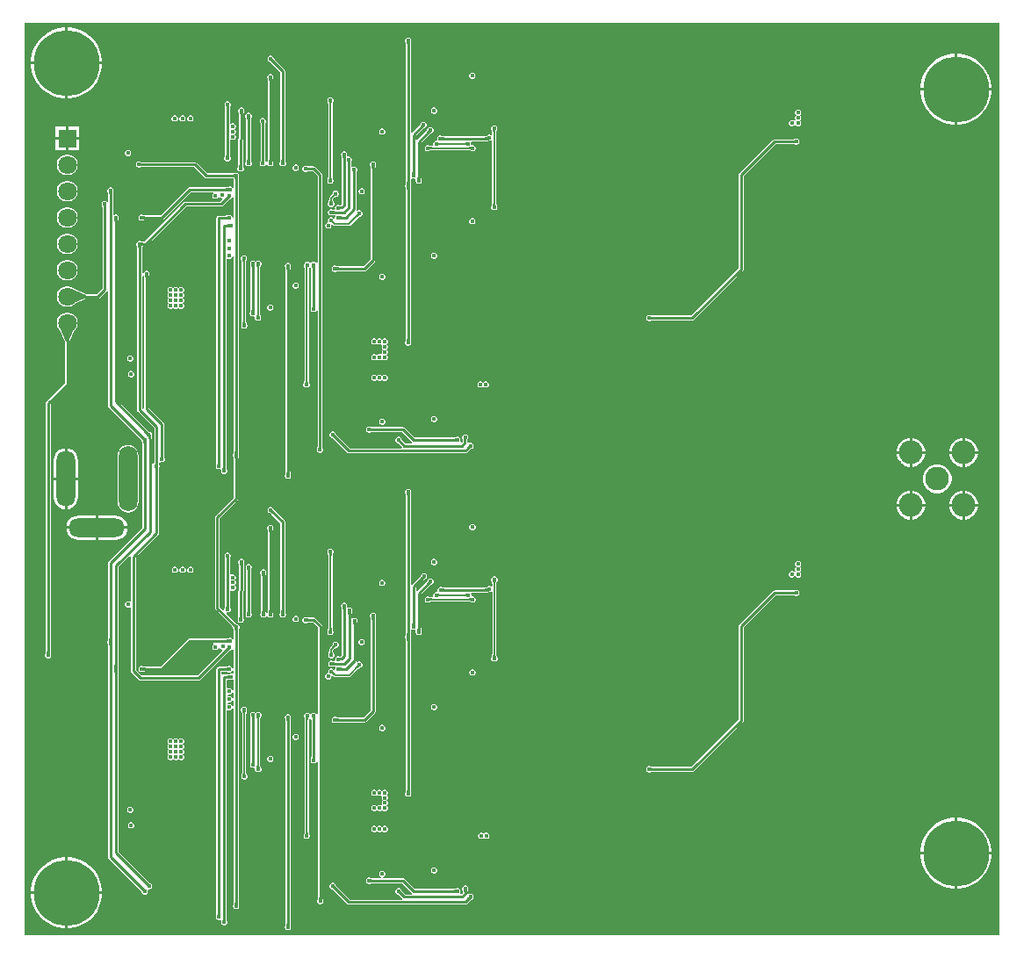
<source format=gbl>
G04*
G04 #@! TF.GenerationSoftware,Altium Limited,Altium Designer,22.5.1 (42)*
G04*
G04 Layer_Physical_Order=4*
G04 Layer_Color=16711680*
%FSLAX25Y25*%
%MOIN*%
G70*
G04*
G04 #@! TF.SameCoordinates,832724F5-B549-4049-99F2-7D55CE51EEB7*
G04*
G04*
G04 #@! TF.FilePolarity,Positive*
G04*
G01*
G75*
%ADD16C,0.00600*%
%ADD18C,0.01000*%
%ADD106C,0.00800*%
%ADD119C,0.08976*%
%ADD120C,0.25000*%
%ADD121C,0.07087*%
%ADD122R,0.07087X0.07087*%
%ADD123O,0.21260X0.07087*%
%ADD124O,0.07087X0.21260*%
%ADD125O,0.07087X0.24803*%
%ADD126C,0.01575*%
%ADD127C,0.01968*%
%ADD128C,0.02362*%
G36*
X374016Y3937D02*
X3937D01*
Y350394D01*
X374016D01*
Y3937D01*
D02*
G37*
%LPC*%
G36*
X21063Y348500D02*
X20500D01*
Y335500D01*
X33500D01*
Y336062D01*
X33168Y338161D01*
X32511Y340182D01*
X31546Y342075D01*
X30297Y343795D01*
X28795Y345297D01*
X27076Y346546D01*
X25182Y347511D01*
X23161Y348167D01*
X21063Y348500D01*
D02*
G37*
G36*
X19500D02*
X18938D01*
X16839Y348167D01*
X14818Y347511D01*
X12925Y346546D01*
X11206Y345297D01*
X9703Y343795D01*
X8454Y342075D01*
X7489Y340182D01*
X6832Y338161D01*
X6500Y336062D01*
Y335500D01*
X19500D01*
Y348500D01*
D02*
G37*
G36*
X174204Y331306D02*
X173732D01*
X173295Y331125D01*
X172961Y330791D01*
X172780Y330354D01*
Y329882D01*
X172961Y329446D01*
X173295Y329111D01*
X173732Y328931D01*
X174204D01*
X174641Y329111D01*
X174975Y329446D01*
X175155Y329882D01*
Y330354D01*
X174975Y330791D01*
X174641Y331125D01*
X174204Y331306D01*
D02*
G37*
G36*
X358582Y338500D02*
X358020D01*
Y325500D01*
X371020D01*
Y326062D01*
X370687Y328161D01*
X370031Y330182D01*
X369066Y332076D01*
X367817Y333795D01*
X366315Y335297D01*
X364595Y336546D01*
X362702Y337511D01*
X360681Y338168D01*
X358582Y338500D01*
D02*
G37*
G36*
X357020D02*
X356457D01*
X354359Y338168D01*
X352338Y337511D01*
X350444Y336546D01*
X348725Y335297D01*
X347223Y333795D01*
X345974Y332076D01*
X345009Y330182D01*
X344352Y328161D01*
X344020Y326062D01*
Y325500D01*
X357020D01*
Y338500D01*
D02*
G37*
G36*
X33500Y334500D02*
X20500D01*
Y321500D01*
X21063D01*
X23161Y321832D01*
X25182Y322489D01*
X27076Y323454D01*
X28795Y324703D01*
X30297Y326205D01*
X31546Y327924D01*
X32511Y329818D01*
X33168Y331839D01*
X33500Y333938D01*
Y334500D01*
D02*
G37*
G36*
X19500D02*
X6500D01*
Y333938D01*
X6832Y331839D01*
X7489Y329818D01*
X8454Y327924D01*
X9703Y326205D01*
X11206Y324703D01*
X12925Y323454D01*
X14818Y322489D01*
X16839Y321832D01*
X18938Y321500D01*
X19500D01*
Y334500D01*
D02*
G37*
G36*
X159685Y318116D02*
X159213D01*
X158776Y317936D01*
X158442Y317602D01*
X158262Y317165D01*
Y316693D01*
X158442Y316256D01*
X158776Y315922D01*
X159213Y315742D01*
X159685D01*
X160122Y315922D01*
X160456Y316256D01*
X160636Y316693D01*
Y317165D01*
X160456Y317602D01*
X160122Y317936D01*
X159685Y318116D01*
D02*
G37*
G36*
X297874Y317329D02*
X297402D01*
X296965Y317148D01*
X296631Y316814D01*
X296450Y316378D01*
Y315905D01*
X296631Y315469D01*
X296943Y315157D01*
X296631Y314846D01*
X296450Y314409D01*
Y313937D01*
X296631Y313501D01*
X296638Y313494D01*
X296611Y313393D01*
X296354Y313183D01*
X296025Y313135D01*
X295948Y313211D01*
X295512Y313392D01*
X295040D01*
X294603Y313211D01*
X294269Y312877D01*
X294088Y312441D01*
Y311968D01*
X294269Y311532D01*
X294603Y311198D01*
X295040Y311017D01*
X295512D01*
X295948Y311198D01*
X296146Y311396D01*
X296457Y311483D01*
X296767Y311396D01*
X296965Y311198D01*
X297402Y311017D01*
X297874D01*
X298310Y311198D01*
X298644Y311532D01*
X298825Y311968D01*
Y312441D01*
X298644Y312877D01*
X298333Y313189D01*
X298644Y313501D01*
X298825Y313937D01*
Y314409D01*
X298644Y314846D01*
X298333Y315157D01*
X298644Y315469D01*
X298825Y315905D01*
Y316378D01*
X298644Y316814D01*
X298310Y317148D01*
X297874Y317329D01*
D02*
G37*
G36*
X67165Y315164D02*
X66693D01*
X66257Y314983D01*
X65923Y314649D01*
X65742Y314212D01*
Y313740D01*
X65923Y313304D01*
X66257Y312970D01*
X66693Y312789D01*
X67165D01*
X67602Y312970D01*
X67936Y313304D01*
X68117Y313740D01*
Y314212D01*
X67936Y314649D01*
X67602Y314983D01*
X67165Y315164D01*
D02*
G37*
G36*
X64213D02*
X63740D01*
X63304Y314983D01*
X62970Y314649D01*
X62789Y314212D01*
Y313740D01*
X62970Y313304D01*
X63304Y312970D01*
X63740Y312789D01*
X64213D01*
X64649Y312970D01*
X64983Y313304D01*
X65164Y313740D01*
Y314212D01*
X64983Y314649D01*
X64649Y314983D01*
X64213Y315164D01*
D02*
G37*
G36*
X61260D02*
X60787D01*
X60351Y314983D01*
X60017Y314649D01*
X59836Y314212D01*
Y313740D01*
X60017Y313304D01*
X60351Y312970D01*
X60787Y312789D01*
X61260D01*
X61696Y312970D01*
X62030Y313304D01*
X62211Y313740D01*
Y314212D01*
X62030Y314649D01*
X61696Y314983D01*
X61260Y315164D01*
D02*
G37*
G36*
X371020Y324500D02*
X358020D01*
Y311500D01*
X358582D01*
X360681Y311832D01*
X362702Y312489D01*
X364595Y313454D01*
X366315Y314703D01*
X367817Y316205D01*
X369066Y317924D01*
X370031Y319818D01*
X370687Y321839D01*
X371020Y323938D01*
Y324500D01*
D02*
G37*
G36*
X357020D02*
X344020D01*
Y323938D01*
X344352Y321839D01*
X345009Y319818D01*
X345974Y317924D01*
X347223Y316205D01*
X348725Y314703D01*
X350444Y313454D01*
X352338Y312489D01*
X354359Y311832D01*
X356457Y311500D01*
X357020D01*
Y324500D01*
D02*
G37*
G36*
X140000Y310187D02*
X139528D01*
X139091Y310007D01*
X138757Y309673D01*
X138576Y309236D01*
Y308764D01*
X138757Y308327D01*
X139091Y307993D01*
X139528Y307813D01*
X140000D01*
X140436Y307993D01*
X140770Y308327D01*
X140951Y308764D01*
Y309236D01*
X140770Y309673D01*
X140436Y310007D01*
X140000Y310187D01*
D02*
G37*
G36*
X182520Y311424D02*
X182047D01*
X181611Y311243D01*
X181277Y310909D01*
X181096Y310472D01*
Y310000D01*
X181277Y309564D01*
X181319Y309522D01*
X181456Y308699D01*
X181468Y308681D01*
Y307926D01*
X180988Y307699D01*
X180551Y307880D01*
X180079D01*
X179642Y307699D01*
X179308Y307365D01*
X179279Y307294D01*
X178699Y307229D01*
X178676Y307217D01*
X163263D01*
X163233Y307231D01*
X162514Y307276D01*
X162484Y307306D01*
X162047Y307487D01*
X161575D01*
X161138Y307306D01*
X160804Y306972D01*
X160624Y306535D01*
Y306063D01*
X160658Y305980D01*
X160608Y305855D01*
X160308Y305518D01*
X160000D01*
X159564Y305337D01*
X159230Y305003D01*
X159049Y304567D01*
Y304095D01*
X159064Y304059D01*
X158730Y303559D01*
X158655D01*
X158636Y303570D01*
X157814Y303708D01*
X157772Y303750D01*
X157335Y303931D01*
X156863D01*
X156427Y303750D01*
X156093Y303416D01*
X155912Y302979D01*
Y302507D01*
X156093Y302071D01*
X156427Y301737D01*
X156863Y301556D01*
X157335D01*
X157772Y301737D01*
X157814Y301779D01*
X158636Y301916D01*
X158655Y301928D01*
X172461D01*
X172479Y301916D01*
X173301Y301779D01*
X173343Y301737D01*
X173780Y301556D01*
X174252D01*
X174688Y301737D01*
X175022Y302071D01*
X175203Y302507D01*
Y302979D01*
X175022Y303416D01*
X174688Y303750D01*
X174252Y303931D01*
X173968D01*
X173724Y304017D01*
X173506Y304358D01*
Y304567D01*
X173375Y304882D01*
X173542Y305253D01*
X173654Y305381D01*
X178844D01*
X178888Y305368D01*
X178897Y305373D01*
X178906Y305370D01*
X178985Y305381D01*
X179766D01*
X180117Y305451D01*
X180198Y305505D01*
X180551D01*
X180988Y305686D01*
X181468Y305459D01*
Y281870D01*
X181456Y281852D01*
X181319Y281030D01*
X181277Y280988D01*
X181096Y280551D01*
Y280079D01*
X181277Y279642D01*
X181611Y279308D01*
X182047Y279128D01*
X182520D01*
X182956Y279308D01*
X183290Y279642D01*
X183471Y280079D01*
Y280551D01*
X183290Y280988D01*
X183248Y281030D01*
X183111Y281852D01*
X183099Y281870D01*
Y308681D01*
X183111Y308699D01*
X183248Y309522D01*
X183290Y309564D01*
X183471Y310000D01*
Y310472D01*
X183290Y310909D01*
X182956Y311243D01*
X182520Y311424D01*
D02*
G37*
G36*
X24728Y310949D02*
X20685D01*
Y306906D01*
X24728D01*
Y310949D01*
D02*
G37*
G36*
X19685D02*
X15642D01*
Y306906D01*
X19685D01*
Y310949D01*
D02*
G37*
G36*
X81339Y320479D02*
X80866D01*
X80430Y320298D01*
X80096Y319964D01*
X79915Y319528D01*
Y319055D01*
X80088Y318637D01*
X80119Y317923D01*
X80134Y317891D01*
Y300419D01*
X80120Y300392D01*
X80120Y300390D01*
X80120Y300389D01*
X80064Y299664D01*
X79993Y299594D01*
X79813Y299157D01*
Y298685D01*
X79993Y298249D01*
X80327Y297915D01*
X80764Y297734D01*
X81236D01*
X81673Y297915D01*
X82007Y298249D01*
X82187Y298685D01*
Y299157D01*
X82015Y299575D01*
X81984Y300290D01*
X81969Y300322D01*
Y305802D01*
X82178Y305938D01*
X82469Y306051D01*
X82835Y305899D01*
X83307D01*
X83744Y306080D01*
X84078Y306414D01*
X84258Y306850D01*
Y307323D01*
X84078Y307759D01*
X83766Y308071D01*
X84078Y308383D01*
X84258Y308819D01*
Y309291D01*
X84078Y309728D01*
X83766Y310039D01*
X84078Y310351D01*
X84258Y310787D01*
Y311260D01*
X84078Y311696D01*
X83744Y312030D01*
X83307Y312211D01*
X82835D01*
X82469Y312059D01*
X82178Y312173D01*
X81969Y312308D01*
Y317794D01*
X81983Y317820D01*
X81982Y317822D01*
X81983Y317824D01*
X82039Y318548D01*
X82109Y318619D01*
X82290Y319055D01*
Y319528D01*
X82109Y319964D01*
X81775Y320298D01*
X81339Y320479D01*
D02*
G37*
G36*
X297087Y306306D02*
X296614D01*
X296178Y306125D01*
X296148Y306094D01*
X295428Y306050D01*
X295398Y306036D01*
X288583D01*
X288232Y305966D01*
X287934Y305767D01*
X275336Y293168D01*
X275137Y292871D01*
X275067Y292520D01*
Y257073D01*
X257100Y239107D01*
X242594D01*
X242564Y239121D01*
X241845Y239165D01*
X241814Y239196D01*
X241378Y239376D01*
X240906D01*
X240469Y239196D01*
X240135Y238861D01*
X239954Y238425D01*
Y237953D01*
X240135Y237516D01*
X240469Y237182D01*
X240906Y237001D01*
X241378D01*
X241814Y237182D01*
X241845Y237213D01*
X242564Y237257D01*
X242594Y237271D01*
X257480D01*
X257832Y237341D01*
X258129Y237540D01*
X276633Y256044D01*
X276832Y256342D01*
X276902Y256693D01*
Y292140D01*
X288963Y304200D01*
X295398D01*
X295428Y304186D01*
X296148Y304142D01*
X296178Y304111D01*
X296614Y303931D01*
X297087D01*
X297523Y304111D01*
X297857Y304445D01*
X298038Y304882D01*
Y305354D01*
X297857Y305791D01*
X297523Y306125D01*
X297087Y306306D01*
D02*
G37*
G36*
X24728Y305906D02*
X20685D01*
Y301862D01*
X24728D01*
Y305906D01*
D02*
G37*
G36*
X19685D02*
X15642D01*
Y301862D01*
X19685D01*
Y305906D01*
D02*
G37*
G36*
X43543Y301975D02*
X43071D01*
X42635Y301794D01*
X42301Y301460D01*
X42120Y301024D01*
Y300551D01*
X42301Y300115D01*
X42635Y299781D01*
X43071Y299600D01*
X43543D01*
X43980Y299781D01*
X44314Y300115D01*
X44495Y300551D01*
Y301024D01*
X44314Y301460D01*
X43980Y301794D01*
X43543Y301975D01*
D02*
G37*
G36*
X97436Y330912D02*
X96964D01*
X96527Y330731D01*
X96193Y330397D01*
X96013Y329961D01*
Y329488D01*
X96193Y329052D01*
X96224Y329022D01*
X96268Y328302D01*
X96283Y328272D01*
Y298452D01*
X96268Y298422D01*
X96224Y297703D01*
X96193Y297673D01*
X96121Y297497D01*
X95579D01*
X95507Y297673D01*
X95476Y297703D01*
X95432Y298422D01*
X95418Y298452D01*
Y311528D01*
X95432Y311558D01*
X95476Y312277D01*
X95507Y312308D01*
X95688Y312744D01*
Y313216D01*
X95507Y313653D01*
X95173Y313987D01*
X94736Y314168D01*
X94264D01*
X93827Y313987D01*
X93493Y313653D01*
X93313Y313216D01*
Y312744D01*
X93493Y312308D01*
X93524Y312277D01*
X93568Y311558D01*
X93582Y311528D01*
Y298452D01*
X93568Y298422D01*
X93524Y297703D01*
X93493Y297673D01*
X93313Y297236D01*
Y296764D01*
X93493Y296327D01*
X93827Y295993D01*
X94264Y295813D01*
X94736D01*
X95173Y295993D01*
X95507Y296327D01*
X95579Y296503D01*
X96121D01*
X96193Y296327D01*
X96527Y295993D01*
X96964Y295813D01*
X97436D01*
X97873Y295993D01*
X98207Y296327D01*
X98387Y296764D01*
Y297236D01*
X98207Y297673D01*
X98176Y297703D01*
X98132Y298422D01*
X98118Y298452D01*
Y328272D01*
X98132Y328302D01*
X98176Y329022D01*
X98207Y329052D01*
X98387Y329488D01*
Y329961D01*
X98207Y330397D01*
X97873Y330731D01*
X97436Y330912D01*
D02*
G37*
G36*
X97677Y337802D02*
X97205D01*
X96768Y337621D01*
X96434Y337287D01*
X96254Y336850D01*
Y336378D01*
X96434Y335942D01*
X96768Y335608D01*
X97205Y335427D01*
X97248D01*
X97788Y334949D01*
X97819Y334939D01*
X101083Y331675D01*
Y298452D01*
X101068Y298422D01*
X101024Y297703D01*
X100994Y297673D01*
X100813Y297236D01*
Y296764D01*
X100994Y296327D01*
X101328Y295993D01*
X101764Y295813D01*
X102236D01*
X102673Y295993D01*
X103007Y296327D01*
X103188Y296764D01*
Y297236D01*
X103007Y297673D01*
X102976Y297703D01*
X102932Y298422D01*
X102918Y298452D01*
Y332055D01*
X102848Y332406D01*
X102649Y332704D01*
X99117Y336236D01*
X99106Y336268D01*
X98628Y336807D01*
Y336850D01*
X98448Y337287D01*
X98114Y337621D01*
X97677Y337802D01*
D02*
G37*
G36*
X89236Y316187D02*
X88764D01*
X88327Y316007D01*
X87994Y315673D01*
X87813Y315236D01*
Y314764D01*
X87994Y314327D01*
X88024Y314297D01*
X88068Y313578D01*
X88082Y313548D01*
Y298452D01*
X88068Y298422D01*
X88024Y297703D01*
X87994Y297673D01*
X87813Y297236D01*
Y296764D01*
X87994Y296327D01*
X88327Y295993D01*
X88764Y295813D01*
X89236D01*
X89673Y295993D01*
X90007Y296327D01*
X90188Y296764D01*
Y297236D01*
X90007Y297673D01*
X89976Y297703D01*
X89932Y298422D01*
X89918Y298452D01*
Y313548D01*
X89932Y313578D01*
X89976Y314297D01*
X90007Y314327D01*
X90188Y314764D01*
Y315236D01*
X90007Y315673D01*
X89673Y316007D01*
X89236Y316187D01*
D02*
G37*
G36*
X107130Y296463D02*
X106658D01*
X106221Y296282D01*
X105887Y295948D01*
X105707Y295512D01*
Y295039D01*
X105887Y294603D01*
X106221Y294269D01*
X106658Y294088D01*
X107130D01*
X107567Y294269D01*
X107901Y294603D01*
X108081Y295039D01*
Y295512D01*
X107901Y295948D01*
X107567Y296282D01*
X107130Y296463D01*
D02*
G37*
G36*
X86457Y318116D02*
X85984D01*
X85548Y317936D01*
X85214Y317602D01*
X85033Y317165D01*
Y316693D01*
X85214Y316256D01*
X85244Y316226D01*
X85288Y315507D01*
X85303Y315477D01*
Y306486D01*
X85152Y306260D01*
X85083Y305909D01*
Y296452D01*
X85068Y296422D01*
X85024Y295703D01*
X84993Y295673D01*
X84813Y295236D01*
Y294764D01*
X84993Y294327D01*
X85328Y293993D01*
X85764Y293813D01*
X86236D01*
X86673Y293993D01*
X87007Y294327D01*
X87187Y294764D01*
Y295236D01*
X87007Y295673D01*
X86976Y295703D01*
X86932Y296422D01*
X86918Y296452D01*
Y305553D01*
X87068Y305779D01*
X87138Y306130D01*
Y315477D01*
X87153Y315507D01*
X87197Y316226D01*
X87227Y316256D01*
X87408Y316693D01*
Y317165D01*
X87227Y317602D01*
X86893Y317936D01*
X86457Y318116D01*
D02*
G37*
G36*
X20704Y300349D02*
X19666D01*
X18663Y300080D01*
X17764Y299561D01*
X17030Y298827D01*
X16511Y297927D01*
X16242Y296925D01*
Y295886D01*
X16511Y294883D01*
X17030Y293984D01*
X17764Y293250D01*
X18663Y292731D01*
X19666Y292462D01*
X20704D01*
X21707Y292731D01*
X22606Y293250D01*
X23341Y293984D01*
X23860Y294883D01*
X24128Y295886D01*
Y296925D01*
X23860Y297927D01*
X23341Y298827D01*
X22606Y299561D01*
X21707Y300080D01*
X20704Y300349D01*
D02*
G37*
G36*
X149843Y344691D02*
X149370D01*
X148934Y344511D01*
X148600Y344177D01*
X148419Y343740D01*
Y343268D01*
X148600Y342831D01*
X148630Y342801D01*
X148674Y342082D01*
X148689Y342052D01*
Y289838D01*
X148674Y289808D01*
X148630Y289089D01*
X148600Y289058D01*
X148419Y288622D01*
Y288150D01*
X148600Y287713D01*
X148630Y287683D01*
X148674Y286964D01*
X148689Y286934D01*
Y230379D01*
X148674Y230350D01*
X148623Y229627D01*
X148569Y229573D01*
X148388Y229136D01*
Y228664D01*
X148569Y228227D01*
X148903Y227893D01*
X149339Y227712D01*
X149812D01*
X150248Y227893D01*
X150582Y228227D01*
X150763Y228664D01*
Y229136D01*
X150582Y229573D01*
X150575Y229580D01*
X150539Y230291D01*
X150524Y230322D01*
Y286934D01*
X150539Y286964D01*
X150583Y287683D01*
X150613Y287713D01*
X150794Y288150D01*
Y288622D01*
X150613Y289058D01*
X150583Y289089D01*
X150539Y289808D01*
X150524Y289838D01*
Y290987D01*
X150652Y291099D01*
X151024Y291266D01*
X151339Y291135D01*
X151811D01*
X152078Y291246D01*
X152149Y291218D01*
X152457Y290835D01*
X152356Y290591D01*
Y290118D01*
X152537Y289682D01*
X152871Y289348D01*
X153307Y289167D01*
X153780D01*
X154216Y289348D01*
X154550Y289682D01*
X154731Y290118D01*
Y290591D01*
X154550Y291027D01*
X154520Y291057D01*
X154476Y291776D01*
X154461Y291806D01*
Y304663D01*
X157622Y307824D01*
X157654Y307835D01*
X158193Y308313D01*
X158236D01*
X158673Y308493D01*
X159007Y308827D01*
X159187Y309264D01*
Y309736D01*
X159007Y310173D01*
X158673Y310507D01*
X158236Y310687D01*
X157764D01*
X157327Y310507D01*
X156993Y310173D01*
X156813Y309736D01*
Y309693D01*
X156335Y309153D01*
X156325Y309122D01*
X152992Y305790D01*
X152608Y305897D01*
X152492Y305979D01*
Y307195D01*
X155122Y309824D01*
X155154Y309835D01*
X155693Y310313D01*
X155736D01*
X156173Y310493D01*
X156507Y310827D01*
X156687Y311264D01*
Y311736D01*
X156507Y312173D01*
X156173Y312507D01*
X155736Y312687D01*
X155264D01*
X154827Y312507D01*
X154493Y312173D01*
X154313Y311736D01*
Y311693D01*
X153835Y311153D01*
X153825Y311122D01*
X151024Y308322D01*
X150639Y308428D01*
X150524Y308511D01*
Y342052D01*
X150539Y342082D01*
X150583Y342801D01*
X150613Y342831D01*
X150794Y343268D01*
Y343740D01*
X150613Y344177D01*
X150279Y344511D01*
X149843Y344691D01*
D02*
G37*
G36*
X120315Y322054D02*
X119843D01*
X119406Y321873D01*
X119072Y321539D01*
X118892Y321102D01*
Y320630D01*
X119072Y320194D01*
X119114Y320151D01*
X119252Y319329D01*
X119263Y319311D01*
Y291910D01*
X119252Y291891D01*
X119114Y291069D01*
X119072Y291027D01*
X118892Y290591D01*
Y290118D01*
X119072Y289682D01*
X119406Y289348D01*
X119843Y289167D01*
X120315D01*
X120752Y289348D01*
X121086Y289682D01*
X121266Y290118D01*
Y290591D01*
X121086Y291027D01*
X121044Y291069D01*
X120906Y291891D01*
X120895Y291910D01*
Y319311D01*
X120906Y319329D01*
X121044Y320151D01*
X121086Y320194D01*
X121266Y320630D01*
Y321102D01*
X121086Y321539D01*
X120752Y321873D01*
X120315Y322054D01*
D02*
G37*
G36*
X47731Y297644D02*
X47258D01*
X46822Y297463D01*
X46488Y297129D01*
X46307Y296693D01*
Y296220D01*
X46488Y295784D01*
X46822Y295450D01*
X47258Y295269D01*
X47731D01*
X48167Y295450D01*
X48197Y295480D01*
X48917Y295525D01*
X48947Y295539D01*
X68321D01*
X72278Y291582D01*
X72576Y291383D01*
X72927Y291313D01*
X82839D01*
X82869Y291299D01*
X83315Y291271D01*
X83339Y290828D01*
X83354Y290797D01*
Y287876D01*
X83051Y287746D01*
X82854Y287723D01*
X82563Y288014D01*
X82126Y288195D01*
X81654D01*
X81217Y288014D01*
X81187Y287984D01*
X80468Y287940D01*
X80438Y287926D01*
X66536D01*
X66184Y287856D01*
X65887Y287657D01*
X55525Y277295D01*
X49877D01*
X49847Y277310D01*
X49128Y277354D01*
X49098Y277384D01*
X48662Y277565D01*
X48189D01*
X47753Y277384D01*
X47419Y277050D01*
X47238Y276614D01*
Y276142D01*
X47419Y275705D01*
X47753Y275371D01*
X48189Y275190D01*
X48662D01*
X49098Y275371D01*
X49128Y275402D01*
X49847Y275446D01*
X49877Y275460D01*
X55906D01*
X56257Y275530D01*
X56555Y275729D01*
X66916Y286090D01*
X75490D01*
X75592Y285883D01*
X75643Y285590D01*
X75371Y285318D01*
X75191Y284882D01*
Y284409D01*
X75371Y283973D01*
X75705Y283639D01*
X76142Y283458D01*
X76614D01*
X77051Y283639D01*
X77385Y283973D01*
X77522Y284304D01*
X77909Y284369D01*
X78042Y284353D01*
X78127Y284148D01*
X78461Y283814D01*
X78898Y283633D01*
X79068Y283133D01*
X78349Y282414D01*
X64961D01*
X64610Y282344D01*
X64312Y282145D01*
X49494Y267327D01*
X48972D01*
X48937Y267342D01*
X48197Y267355D01*
X47880Y267487D01*
X47408D01*
X46972Y267306D01*
X46638Y266972D01*
X46457Y266535D01*
Y266063D01*
X46638Y265627D01*
X46668Y265596D01*
X46712Y264877D01*
X46727Y264847D01*
Y203340D01*
X46796Y202989D01*
X46995Y202691D01*
X53216Y196470D01*
Y183538D01*
X53202Y183509D01*
X53163Y182875D01*
X52992Y182699D01*
X52492Y182901D01*
Y192347D01*
X52423Y192698D01*
X52224Y192996D01*
X52209Y193011D01*
Y193276D01*
X52369Y193661D01*
Y194134D01*
X52188Y194570D01*
X51854Y194904D01*
X51417Y195085D01*
X51375D01*
X50835Y195562D01*
X50803Y195573D01*
X39500Y206876D01*
Y274926D01*
X39515Y274956D01*
X39559Y275675D01*
X39589Y275705D01*
X39770Y276142D01*
Y276614D01*
X39589Y277050D01*
X39255Y277384D01*
X38819Y277565D01*
X38347D01*
X38032Y277435D01*
X37660Y277602D01*
X37532Y277713D01*
Y285162D01*
X37546Y285192D01*
X37591Y285911D01*
X37621Y285942D01*
X37802Y286378D01*
Y286850D01*
X37621Y287287D01*
X37287Y287621D01*
X36851Y287802D01*
X36378D01*
X35942Y287621D01*
X35608Y287287D01*
X35427Y286850D01*
Y286378D01*
X35608Y285942D01*
X35638Y285911D01*
X35682Y285192D01*
X35697Y285162D01*
Y282635D01*
X35197Y282428D01*
X35122Y282503D01*
X34685Y282683D01*
X34213D01*
X33776Y282503D01*
X33442Y282169D01*
X33261Y281732D01*
Y281260D01*
X33442Y280823D01*
X33473Y280793D01*
X33517Y280074D01*
X33531Y280044D01*
Y249429D01*
X31426Y247323D01*
X27362D01*
X22889Y249282D01*
X22885Y249282D01*
X22606Y249561D01*
X21707Y250080D01*
X20704Y250349D01*
X19666D01*
X18663Y250080D01*
X17764Y249561D01*
X17030Y248827D01*
X16511Y247927D01*
X16242Y246925D01*
Y245886D01*
X16511Y244883D01*
X17030Y243984D01*
X17764Y243250D01*
X18663Y242731D01*
X19666Y242462D01*
X20704D01*
X21707Y242731D01*
X22606Y243250D01*
X22885Y243529D01*
X22889Y243529D01*
X27362Y245488D01*
X31806D01*
X32157Y245558D01*
X32454Y245757D01*
X35098Y248400D01*
X35197Y248548D01*
X35697Y248396D01*
Y204921D01*
X35767Y204570D01*
X35965Y204272D01*
X47931Y192307D01*
X47942Y192276D01*
X48419Y191736D01*
Y191693D01*
X48600Y191256D01*
X48630Y191226D01*
X48674Y190507D01*
X48689Y190477D01*
Y158648D01*
X36018Y145977D01*
X35819Y145679D01*
X35749Y145328D01*
Y116753D01*
X35735Y116724D01*
X35691Y116005D01*
X35660Y115974D01*
X35480Y115538D01*
Y115065D01*
X35660Y114629D01*
X35691Y114599D01*
X35735Y113879D01*
X35749Y113850D01*
Y33609D01*
X35819Y33257D01*
X36018Y32960D01*
X47984Y20994D01*
X47994Y20963D01*
X48472Y20423D01*
Y20380D01*
X48652Y19944D01*
X48987Y19610D01*
X49423Y19429D01*
X49895D01*
X50332Y19610D01*
X50666Y19944D01*
X50846Y20380D01*
Y20853D01*
X50812Y20936D01*
X50862Y21061D01*
X51162Y21398D01*
X51470D01*
X51907Y21578D01*
X52241Y21912D01*
X52421Y22349D01*
Y22821D01*
X52241Y23258D01*
X51907Y23592D01*
X51470Y23772D01*
X51427D01*
X50887Y24250D01*
X50856Y24261D01*
X39553Y35563D01*
Y103613D01*
X39568Y103643D01*
X39612Y104362D01*
X39642Y104393D01*
X39823Y104829D01*
Y105301D01*
X39642Y105738D01*
X39612Y105768D01*
X39568Y106488D01*
X39553Y106517D01*
Y143767D01*
X43797Y148011D01*
X43920Y147997D01*
X44358Y147638D01*
Y130863D01*
X44230Y130752D01*
X43858Y130585D01*
X43543Y130715D01*
X43071D01*
X42634Y130534D01*
X42301Y130200D01*
X42120Y129764D01*
Y129291D01*
X42301Y128855D01*
X42634Y128521D01*
X43071Y128340D01*
X43543D01*
X43858Y128471D01*
X44230Y128303D01*
X44358Y128192D01*
Y104331D01*
X44428Y103980D01*
X44627Y103682D01*
X47383Y100926D01*
X47680Y100727D01*
X48031Y100657D01*
X70173D01*
X70524Y100727D01*
X70822Y100926D01*
X81466Y111570D01*
X81498Y111581D01*
X82037Y112058D01*
X82080D01*
X82517Y112239D01*
X82851Y112573D01*
X82907Y112708D01*
X83407Y112609D01*
Y103383D01*
X83244Y103261D01*
X82907Y103120D01*
X82566Y103261D01*
X82094D01*
X81657Y103080D01*
X81627Y103050D01*
X80908Y103005D01*
X80878Y102991D01*
X79777D01*
X79426Y102921D01*
X79173Y102752D01*
X78958Y102804D01*
X78673Y102942D01*
Y104004D01*
X80241D01*
X80271Y103989D01*
X80990Y103945D01*
X81020Y103915D01*
X81457Y103734D01*
X81929D01*
X82366Y103915D01*
X82700Y104249D01*
X82880Y104685D01*
Y105157D01*
X82700Y105594D01*
X82366Y105928D01*
X81929Y106109D01*
X81457D01*
X81020Y105928D01*
X80990Y105898D01*
X80271Y105853D01*
X80241Y105839D01*
X77756D01*
X77405Y105769D01*
X77107Y105570D01*
X76908Y105272D01*
X76838Y104921D01*
Y12279D01*
X76824Y12249D01*
X76780Y11530D01*
X76749Y11499D01*
X76569Y11063D01*
Y10591D01*
X76749Y10154D01*
X77083Y9820D01*
X77520Y9639D01*
X77992D01*
X78316Y9774D01*
X78620Y9628D01*
X78771Y9478D01*
X78590Y9042D01*
Y8569D01*
X78771Y8133D01*
X79105Y7799D01*
X79541Y7618D01*
X80013D01*
X80450Y7799D01*
X80784Y8133D01*
X80965Y8569D01*
Y9042D01*
X80784Y9478D01*
X80753Y9508D01*
X80709Y10228D01*
X80695Y10257D01*
Y89217D01*
X81195Y89472D01*
X81457Y89364D01*
X81929D01*
X82366Y89544D01*
X82700Y89879D01*
X82880Y90315D01*
Y90787D01*
X82700Y91224D01*
X82366Y91558D01*
X81929Y91739D01*
X81457D01*
X81009Y92027D01*
X81456Y92316D01*
X81463Y92317D01*
X81929D01*
X82366Y92497D01*
X82700Y92831D01*
X82880Y93268D01*
Y93740D01*
X82700Y94177D01*
X82366Y94511D01*
X81929Y94691D01*
X81457D01*
X81009Y94980D01*
X81456Y95269D01*
X81463Y95269D01*
X81929D01*
X82366Y95450D01*
X82700Y95784D01*
X82880Y96220D01*
Y96693D01*
X82700Y97129D01*
X82366Y97463D01*
X81929Y97644D01*
X81457D01*
X81195Y97536D01*
X80695Y97791D01*
Y100691D01*
X80725Y100754D01*
X81195Y101123D01*
X81627Y101097D01*
X81657Y101067D01*
X82094Y100886D01*
X82566D01*
X82907Y101027D01*
X83244Y100886D01*
X83407Y100764D01*
Y16490D01*
X83392Y16461D01*
X83343Y15738D01*
X83298Y15693D01*
X83117Y15257D01*
Y14784D01*
X83298Y14348D01*
X83632Y14014D01*
X84069Y13833D01*
X84541D01*
X84977Y14014D01*
X85311Y14348D01*
X85492Y14784D01*
Y15257D01*
X85311Y15693D01*
X85296Y15709D01*
X85257Y16423D01*
X85242Y16454D01*
Y119449D01*
X85256Y119477D01*
X85305Y120200D01*
X85351Y120246D01*
X85532Y120682D01*
Y121154D01*
X85351Y121591D01*
X85017Y121925D01*
X84580Y122106D01*
X84537D01*
X83997Y122583D01*
X83966Y122594D01*
X80530Y126030D01*
X80722Y126394D01*
X80793Y126474D01*
X81236D01*
X81673Y126655D01*
X82007Y126989D01*
X82187Y127425D01*
Y127898D01*
X82014Y128315D01*
X81984Y129030D01*
X81969Y129062D01*
Y134543D01*
X82178Y134678D01*
X82469Y134791D01*
X82835Y134639D01*
X83307D01*
X83744Y134820D01*
X84078Y135154D01*
X84258Y135591D01*
Y136063D01*
X84078Y136499D01*
X83766Y136811D01*
X84078Y137123D01*
X84258Y137559D01*
Y138031D01*
X84078Y138468D01*
X83766Y138779D01*
X84078Y139091D01*
X84258Y139528D01*
Y140000D01*
X84078Y140436D01*
X83744Y140770D01*
X83307Y140951D01*
X82835D01*
X82469Y140800D01*
X82178Y140913D01*
X81969Y141048D01*
Y146534D01*
X81983Y146561D01*
X81982Y146562D01*
X81983Y146564D01*
X82039Y147289D01*
X82109Y147359D01*
X82290Y147795D01*
Y148268D01*
X82109Y148704D01*
X81775Y149038D01*
X81339Y149219D01*
X80866D01*
X80430Y149038D01*
X80096Y148704D01*
X79915Y148268D01*
Y147795D01*
X80088Y147378D01*
X80119Y146663D01*
X80134Y146631D01*
Y129159D01*
X80120Y129132D01*
X80120Y129131D01*
X80120Y129129D01*
X80063Y128404D01*
X79993Y128334D01*
X79813Y127898D01*
Y127454D01*
X79733Y127383D01*
X79368Y127192D01*
X78083Y128477D01*
Y162218D01*
X84901Y169036D01*
X85100Y169334D01*
X85170Y169685D01*
Y184881D01*
X85184Y184911D01*
X85228Y185630D01*
X85259Y185660D01*
X85439Y186097D01*
Y186569D01*
X85259Y187006D01*
X85243Y187021D01*
X85204Y187736D01*
X85189Y187766D01*
Y290761D01*
X85204Y290790D01*
X85253Y291513D01*
X85298Y291558D01*
X85479Y291995D01*
Y292467D01*
X85298Y292903D01*
X84964Y293237D01*
X84528Y293418D01*
X84055D01*
X83619Y293237D01*
X83588Y293207D01*
X82869Y293163D01*
X82839Y293148D01*
X73307D01*
X69350Y297106D01*
X69052Y297304D01*
X68701Y297374D01*
X48947D01*
X48917Y297389D01*
X48197Y297433D01*
X48167Y297463D01*
X47731Y297644D01*
D02*
G37*
G36*
X132126Y287605D02*
X131654D01*
X131217Y287424D01*
X130883Y287090D01*
X130702Y286653D01*
Y286181D01*
X130883Y285745D01*
X131217Y285411D01*
X131654Y285230D01*
X132126D01*
X132562Y285411D01*
X132896Y285745D01*
X133077Y286181D01*
Y286653D01*
X132896Y287090D01*
X132562Y287424D01*
X132126Y287605D01*
D02*
G37*
G36*
X20704Y290349D02*
X19666D01*
X18663Y290080D01*
X17764Y289561D01*
X17030Y288827D01*
X16511Y287928D01*
X16242Y286925D01*
Y285886D01*
X16511Y284883D01*
X17030Y283984D01*
X17764Y283250D01*
X18663Y282731D01*
X19666Y282462D01*
X20704D01*
X21707Y282731D01*
X22606Y283250D01*
X23341Y283984D01*
X23860Y284883D01*
X24128Y285886D01*
Y286925D01*
X23860Y287928D01*
X23341Y288827D01*
X22606Y289561D01*
X21707Y290080D01*
X20704Y290349D01*
D02*
G37*
G36*
X125433Y301581D02*
X124961D01*
X124524Y301400D01*
X124190Y301066D01*
X124010Y300630D01*
Y300157D01*
X124190Y299721D01*
X124221Y299691D01*
X124265Y298971D01*
X124279Y298942D01*
Y281482D01*
X124122Y281325D01*
X123704Y281073D01*
X123268Y281254D01*
X122795D01*
X122359Y281073D01*
X122025Y280739D01*
X121844Y280303D01*
Y279831D01*
X121858Y279797D01*
X121857Y279785D01*
X121556Y279388D01*
X121046Y279379D01*
X121039Y279386D01*
X120602Y279567D01*
X120130D01*
X119694Y279386D01*
X119360Y279052D01*
X119179Y278616D01*
Y278143D01*
X119360Y277707D01*
X119694Y277373D01*
X120130Y277192D01*
X120602D01*
X121039Y277373D01*
X121069Y277403D01*
X121708Y277442D01*
X121908Y277196D01*
X121909Y277194D01*
X121988Y276962D01*
X121844Y276616D01*
Y276143D01*
X121382Y276029D01*
X121373Y276052D01*
X121039Y276386D01*
X120602Y276567D01*
X120130D01*
X119694Y276386D01*
X119360Y276052D01*
X119179Y275616D01*
Y275143D01*
X119192Y275113D01*
X118957Y274613D01*
X118520Y274432D01*
X118186Y274098D01*
X118006Y273661D01*
Y273189D01*
X118186Y272752D01*
X118520Y272418D01*
X118957Y272238D01*
X119429D01*
X119866Y272418D01*
X120200Y272752D01*
X120380Y273189D01*
Y273499D01*
X120774Y273770D01*
X120842Y273789D01*
X120938Y273723D01*
X120956Y273719D01*
X121236Y273439D01*
X121236Y273439D01*
X121501Y273262D01*
X121813Y273200D01*
X121813Y273200D01*
X127165D01*
X127165Y273200D01*
X127478Y273262D01*
X127742Y273439D01*
X130579Y276276D01*
X130600Y276281D01*
X131279Y276765D01*
X131339D01*
X131775Y276946D01*
X132109Y277280D01*
X132290Y277716D01*
Y278189D01*
X132109Y278625D01*
X131775Y278959D01*
X131339Y279140D01*
X130866D01*
X130430Y278959D01*
X130015Y279202D01*
X129992Y279229D01*
X130052Y279527D01*
Y293036D01*
X130066Y293066D01*
X130110Y293785D01*
X130141Y293815D01*
X130321Y294252D01*
Y294724D01*
X130141Y295161D01*
X129807Y295495D01*
X129370Y295675D01*
X128898D01*
X128583Y295545D01*
X128211Y295712D01*
X128083Y295824D01*
Y296973D01*
X128098Y297003D01*
X128142Y297722D01*
X128172Y297752D01*
X128353Y298189D01*
Y298661D01*
X128172Y299098D01*
X127838Y299432D01*
X127402Y299613D01*
X126929D01*
X126663Y299502D01*
X126591Y299530D01*
X126283Y299913D01*
X126384Y300157D01*
Y300630D01*
X126204Y301066D01*
X125870Y301400D01*
X125433Y301581D01*
D02*
G37*
G36*
X122283Y286620D02*
X121811D01*
X121375Y286440D01*
X121041Y286106D01*
X120860Y285669D01*
Y285599D01*
X120390Y284792D01*
X120388Y284784D01*
X119862Y284257D01*
X119707Y284025D01*
X119652Y283752D01*
Y283187D01*
X119648Y283180D01*
X119410Y282277D01*
X119360Y282227D01*
X119179Y281790D01*
Y281318D01*
X119360Y280882D01*
X119694Y280548D01*
X120130Y280367D01*
X120602D01*
X121039Y280548D01*
X121373Y280882D01*
X121554Y281318D01*
Y281790D01*
X121373Y282227D01*
X121323Y282277D01*
X121085Y283180D01*
X121080Y283187D01*
Y283456D01*
X121398Y283774D01*
X121406Y283775D01*
X122213Y284246D01*
X122283D01*
X122720Y284426D01*
X123054Y284760D01*
X123235Y285197D01*
Y285669D01*
X123054Y286106D01*
X122720Y286440D01*
X122283Y286620D01*
D02*
G37*
G36*
X174204Y276187D02*
X173732D01*
X173295Y276007D01*
X172961Y275673D01*
X172780Y275236D01*
Y274764D01*
X172961Y274327D01*
X173295Y273993D01*
X173732Y273813D01*
X174204D01*
X174641Y273993D01*
X174975Y274327D01*
X175155Y274764D01*
Y275236D01*
X174975Y275673D01*
X174641Y276007D01*
X174204Y276187D01*
D02*
G37*
G36*
X20704Y280349D02*
X19666D01*
X18663Y280080D01*
X17764Y279561D01*
X17030Y278827D01*
X16511Y277927D01*
X16242Y276925D01*
Y275886D01*
X16511Y274883D01*
X17030Y273984D01*
X17764Y273250D01*
X18663Y272731D01*
X19666Y272462D01*
X20704D01*
X21707Y272731D01*
X22606Y273250D01*
X23341Y273984D01*
X23860Y274883D01*
X24128Y275886D01*
Y276925D01*
X23860Y277927D01*
X23341Y278827D01*
X22606Y279561D01*
X21707Y280080D01*
X20704Y280349D01*
D02*
G37*
G36*
Y270349D02*
X19666D01*
X18663Y270080D01*
X17764Y269561D01*
X17030Y268827D01*
X16511Y267928D01*
X16242Y266925D01*
Y265886D01*
X16511Y264883D01*
X17030Y263984D01*
X17764Y263250D01*
X18663Y262731D01*
X19666Y262462D01*
X20704D01*
X21707Y262731D01*
X22606Y263250D01*
X23341Y263984D01*
X23860Y264883D01*
X24128Y265886D01*
Y266925D01*
X23860Y267928D01*
X23341Y268827D01*
X22606Y269561D01*
X21707Y270080D01*
X20704Y270349D01*
D02*
G37*
G36*
X159685Y262998D02*
X159213D01*
X158776Y262818D01*
X158442Y262484D01*
X158262Y262047D01*
Y261575D01*
X158442Y261138D01*
X158776Y260804D01*
X159213Y260624D01*
X159685D01*
X160122Y260804D01*
X160456Y261138D01*
X160636Y261575D01*
Y262047D01*
X160456Y262484D01*
X160122Y262818D01*
X159685Y262998D01*
D02*
G37*
G36*
X92975Y259964D02*
X92503D01*
X92066Y259783D01*
X91732Y259449D01*
X91398Y259783D01*
X90962Y259964D01*
X90490D01*
X90053Y259783D01*
X89719Y259449D01*
X89538Y259012D01*
Y258540D01*
X89719Y258103D01*
X89726Y258097D01*
X89761Y257387D01*
X89776Y257356D01*
Y241528D01*
X89762Y241499D01*
X89710Y240775D01*
X89655Y240720D01*
X89474Y240284D01*
Y239811D01*
X89655Y239375D01*
X89989Y239041D01*
X90425Y238860D01*
X90898D01*
X91064Y238929D01*
X91447Y238546D01*
X91442Y238535D01*
Y238062D01*
X91623Y237626D01*
X91957Y237292D01*
X92393Y237111D01*
X92866D01*
X93302Y237292D01*
X93636Y237626D01*
X93817Y238062D01*
Y238535D01*
X93636Y238971D01*
X93594Y239013D01*
X93456Y239836D01*
X93445Y239854D01*
Y257159D01*
X93454Y257172D01*
X93614Y257972D01*
X93746Y258103D01*
X93926Y258540D01*
Y259012D01*
X93746Y259449D01*
X93412Y259783D01*
X92975Y259964D01*
D02*
G37*
G36*
X110866Y296069D02*
X110394D01*
X109957Y295888D01*
X109623Y295554D01*
X109443Y295118D01*
Y294646D01*
X109623Y294209D01*
X109957Y293875D01*
X110394Y293694D01*
X110866D01*
X111303Y293875D01*
X111333Y293905D01*
X112052Y293950D01*
X112082Y293964D01*
X113400D01*
X115224Y292140D01*
Y259174D01*
X114724Y259075D01*
X114711Y259106D01*
X114377Y259440D01*
X113941Y259620D01*
X113469D01*
X113032Y259440D01*
X112737Y259144D01*
X112455Y259123D01*
X112173Y259144D01*
X111877Y259440D01*
X111441Y259620D01*
X110969D01*
X110532Y259440D01*
X110198Y259106D01*
X110017Y258669D01*
Y258197D01*
X110171Y257827D01*
X110285Y256972D01*
X110299Y256949D01*
Y214600D01*
X110289Y214586D01*
X110132Y213780D01*
X110017Y213665D01*
X109836Y213228D01*
Y212756D01*
X110017Y212319D01*
X110351Y211985D01*
X110787Y211805D01*
X111260D01*
X111696Y211985D01*
X112030Y212319D01*
X112211Y212756D01*
Y213228D01*
X112058Y213598D01*
X111943Y214453D01*
X111930Y214476D01*
Y256825D01*
X111939Y256839D01*
X112028Y257296D01*
X112582Y257524D01*
X112780Y257389D01*
X112810Y256977D01*
X112825Y256949D01*
Y243147D01*
X112810Y243116D01*
X112776Y242407D01*
X112773Y242405D01*
X112592Y241968D01*
Y241496D01*
X112773Y241060D01*
X113107Y240726D01*
X113543Y240545D01*
X114016D01*
X114452Y240726D01*
X114724Y240998D01*
X115017Y240946D01*
X115224Y240844D01*
Y189641D01*
X115210Y189611D01*
X115165Y188892D01*
X115135Y188862D01*
X114954Y188425D01*
Y187953D01*
X115135Y187516D01*
X115469Y187182D01*
X115906Y187002D01*
X116378D01*
X116814Y187182D01*
X117148Y187516D01*
X117329Y187953D01*
Y188425D01*
X117148Y188862D01*
X117118Y188892D01*
X117074Y189611D01*
X117060Y189641D01*
Y292520D01*
X116990Y292871D01*
X116791Y293168D01*
X114428Y295531D01*
X114131Y295730D01*
X113780Y295799D01*
X112082D01*
X112052Y295814D01*
X111333Y295858D01*
X111303Y295888D01*
X110866Y296069D01*
D02*
G37*
G36*
X136457Y297644D02*
X135984D01*
X135548Y297463D01*
X135214Y297129D01*
X135033Y296693D01*
Y296220D01*
X135214Y295784D01*
X135244Y295754D01*
X135288Y295034D01*
X135303Y295005D01*
Y260616D01*
X132550Y257863D01*
X123247D01*
X123217Y257878D01*
X122497Y257922D01*
X122467Y257952D01*
X122031Y258133D01*
X121558D01*
X121122Y257952D01*
X120788Y257618D01*
X120607Y257182D01*
Y256709D01*
X120788Y256273D01*
X121122Y255939D01*
X121558Y255758D01*
X122031D01*
X122467Y255939D01*
X122497Y255969D01*
X123217Y256013D01*
X123247Y256028D01*
X132930D01*
X133281Y256098D01*
X133579Y256297D01*
X136870Y259587D01*
X137068Y259885D01*
X137138Y260236D01*
Y295005D01*
X137153Y295034D01*
X137197Y295754D01*
X137227Y295784D01*
X137408Y296220D01*
Y296693D01*
X137227Y297129D01*
X136893Y297463D01*
X136457Y297644D01*
D02*
G37*
G36*
X140000Y255069D02*
X139528D01*
X139091Y254889D01*
X138757Y254554D01*
X138576Y254118D01*
Y253646D01*
X138757Y253209D01*
X139091Y252875D01*
X139528Y252694D01*
X140000D01*
X140436Y252875D01*
X140770Y253209D01*
X140951Y253646D01*
Y254118D01*
X140770Y254554D01*
X140436Y254889D01*
X140000Y255069D01*
D02*
G37*
G36*
X20704Y260349D02*
X19666D01*
X18663Y260080D01*
X17764Y259561D01*
X17030Y258827D01*
X16511Y257927D01*
X16242Y256925D01*
Y255886D01*
X16511Y254883D01*
X17030Y253984D01*
X17764Y253250D01*
X18663Y252731D01*
X19666Y252462D01*
X20704D01*
X21707Y252731D01*
X22606Y253250D01*
X23341Y253984D01*
X23860Y254883D01*
X24128Y255886D01*
Y256925D01*
X23860Y257927D01*
X23341Y258827D01*
X22606Y259561D01*
X21707Y260080D01*
X20704Y260349D01*
D02*
G37*
G36*
X107126Y251679D02*
X106654D01*
X106217Y251499D01*
X105883Y251165D01*
X105702Y250728D01*
Y250256D01*
X105883Y249819D01*
X106217Y249485D01*
X106654Y249305D01*
X107126D01*
X107562Y249485D01*
X107896Y249819D01*
X108077Y250256D01*
Y250728D01*
X107896Y251165D01*
X107562Y251499D01*
X107126Y251679D01*
D02*
G37*
G36*
X97480Y243412D02*
X97008D01*
X96572Y243231D01*
X96238Y242897D01*
X96057Y242461D01*
Y241988D01*
X96238Y241552D01*
X96572Y241218D01*
X97008Y241037D01*
X97480D01*
X97917Y241218D01*
X98251Y241552D01*
X98432Y241988D01*
Y242461D01*
X98251Y242897D01*
X97917Y243231D01*
X97480Y243412D01*
D02*
G37*
G36*
X87441Y262014D02*
X86969D01*
X86532Y261833D01*
X86198Y261499D01*
X86017Y261063D01*
Y260591D01*
X86198Y260154D01*
X86320Y260032D01*
X86479Y259228D01*
X86488Y259215D01*
Y236910D01*
X86474Y236886D01*
X86361Y236024D01*
X86214Y235669D01*
Y235197D01*
X86395Y234760D01*
X86729Y234426D01*
X87165Y234246D01*
X87638D01*
X88074Y234426D01*
X88408Y234760D01*
X88589Y235197D01*
Y235669D01*
X88408Y236106D01*
X88287Y236227D01*
X88128Y237032D01*
X88119Y237045D01*
Y259350D01*
X88133Y259374D01*
X88245Y260236D01*
X88392Y260591D01*
Y261063D01*
X88212Y261499D01*
X87877Y261833D01*
X87441Y262014D01*
D02*
G37*
G36*
X140984Y230518D02*
X140512D01*
X140076Y230337D01*
X139764Y230026D01*
X139452Y230337D01*
X139016Y230518D01*
X138543D01*
X138107Y230337D01*
X137795Y230026D01*
X137484Y230337D01*
X137047Y230518D01*
X136575D01*
X136138Y230337D01*
X135804Y230003D01*
X135624Y229567D01*
Y229095D01*
X135804Y228658D01*
X136138Y228324D01*
X136575Y228143D01*
X137047D01*
X137484Y228324D01*
X137795Y228636D01*
X138107Y228324D01*
X138543Y228143D01*
X139016D01*
X139325Y228271D01*
X139689Y227907D01*
X139561Y227598D01*
Y227126D01*
X139742Y226690D01*
X140053Y226378D01*
X139742Y226066D01*
X139561Y225630D01*
Y225157D01*
X139689Y224849D01*
X139325Y224485D01*
X139016Y224613D01*
X138543D01*
X138107Y224432D01*
X137795Y224120D01*
X137484Y224432D01*
X137047Y224613D01*
X136575D01*
X136138Y224432D01*
X135804Y224098D01*
X135624Y223661D01*
Y223189D01*
X135804Y222752D01*
X136138Y222418D01*
X136575Y222238D01*
X137047D01*
X137484Y222418D01*
X137795Y222730D01*
X138107Y222418D01*
X138543Y222238D01*
X139016D01*
X139452Y222418D01*
X139764Y222730D01*
X140076Y222418D01*
X140512Y222238D01*
X140984D01*
X141421Y222418D01*
X141755Y222752D01*
X141936Y223189D01*
Y223661D01*
X141755Y224098D01*
X141443Y224409D01*
X141755Y224721D01*
X141936Y225157D01*
Y225630D01*
X141755Y226066D01*
X141443Y226378D01*
X141755Y226690D01*
X141936Y227126D01*
Y227598D01*
X141755Y228035D01*
X141443Y228346D01*
X141755Y228658D01*
X141936Y229095D01*
Y229567D01*
X141755Y230003D01*
X141421Y230337D01*
X140984Y230518D01*
D02*
G37*
G36*
X44331Y224022D02*
X43858D01*
X43422Y223841D01*
X43088Y223507D01*
X42907Y223071D01*
Y222598D01*
X43088Y222162D01*
X43422Y221828D01*
X43858Y221647D01*
X44331D01*
X44767Y221828D01*
X45101Y222162D01*
X45282Y222598D01*
Y223071D01*
X45101Y223507D01*
X44767Y223841D01*
X44331Y224022D01*
D02*
G37*
G36*
X140984Y216739D02*
X140512D01*
X140076Y216558D01*
X139764Y216246D01*
X139452Y216558D01*
X139016Y216739D01*
X138543D01*
X138107Y216558D01*
X137795Y216246D01*
X137484Y216558D01*
X137047Y216739D01*
X136575D01*
X136138Y216558D01*
X135804Y216224D01*
X135624Y215787D01*
Y215315D01*
X135804Y214879D01*
X136138Y214545D01*
X136575Y214364D01*
X137047D01*
X137484Y214545D01*
X137795Y214856D01*
X138107Y214545D01*
X138543Y214364D01*
X139016D01*
X139452Y214545D01*
X139764Y214856D01*
X140076Y214545D01*
X140512Y214364D01*
X140984D01*
X141421Y214545D01*
X141755Y214879D01*
X141936Y215315D01*
Y215787D01*
X141755Y216224D01*
X141421Y216558D01*
X140984Y216739D01*
D02*
G37*
G36*
X44725Y218116D02*
X44252D01*
X43816Y217936D01*
X43482Y217602D01*
X43301Y217165D01*
Y216693D01*
X43482Y216256D01*
X43816Y215922D01*
X44252Y215742D01*
X44725D01*
X45161Y215922D01*
X45495Y216256D01*
X45676Y216693D01*
Y217165D01*
X45495Y217602D01*
X45161Y217936D01*
X44725Y218116D01*
D02*
G37*
G36*
X179370Y214179D02*
X178898D01*
X178461Y213999D01*
X178150Y213687D01*
X177838Y213999D01*
X177402Y214179D01*
X176929D01*
X176493Y213999D01*
X176159Y213665D01*
X175978Y213228D01*
Y212756D01*
X176159Y212319D01*
X176493Y211985D01*
X176929Y211805D01*
X177402D01*
X177838Y211985D01*
X178150Y212297D01*
X178461Y211985D01*
X178898Y211805D01*
X179370D01*
X179807Y211985D01*
X180141Y212319D01*
X180321Y212756D01*
Y213228D01*
X180141Y213665D01*
X179807Y213999D01*
X179370Y214179D01*
D02*
G37*
G36*
X159685Y200991D02*
X159213D01*
X158776Y200810D01*
X158442Y200476D01*
X158262Y200039D01*
Y199567D01*
X158442Y199130D01*
X158776Y198796D01*
X159213Y198616D01*
X159685D01*
X160122Y198796D01*
X160456Y199130D01*
X160636Y199567D01*
Y200039D01*
X160456Y200476D01*
X160122Y200810D01*
X159685Y200991D01*
D02*
G37*
G36*
X140000Y200006D02*
X139528D01*
X139091Y199826D01*
X138757Y199492D01*
X138576Y199055D01*
Y198583D01*
X138757Y198146D01*
X139091Y197812D01*
X139528Y197631D01*
X140000D01*
X140436Y197812D01*
X140770Y198146D01*
X140951Y198583D01*
Y199055D01*
X140770Y199492D01*
X140436Y199826D01*
X140000Y200006D01*
D02*
G37*
G36*
X135079Y197054D02*
X134606D01*
X134170Y196873D01*
X133836Y196539D01*
X133655Y196102D01*
Y195630D01*
X133836Y195194D01*
X134170Y194860D01*
X134606Y194679D01*
X135079D01*
X135515Y194860D01*
X135546Y194890D01*
X136265Y194934D01*
X136295Y194948D01*
X147258D01*
X150926Y191280D01*
X151074Y191181D01*
X150922Y190681D01*
X148412D01*
X147542Y191551D01*
X147531Y191583D01*
X147054Y192122D01*
Y192165D01*
X146873Y192602D01*
X146539Y192936D01*
X146102Y193116D01*
X145630D01*
X145194Y192936D01*
X144860Y192602D01*
X144679Y192165D01*
Y191693D01*
X144860Y191256D01*
X145194Y190922D01*
X145630Y190742D01*
X145673D01*
X146213Y190264D01*
X146244Y190253D01*
X147285Y189213D01*
X147178Y188828D01*
X147096Y188713D01*
X127382D01*
X122536Y193559D01*
X122525Y193590D01*
X122047Y194130D01*
Y194173D01*
X121867Y194609D01*
X121533Y194944D01*
X121096Y195124D01*
X120624D01*
X120187Y194944D01*
X119853Y194609D01*
X119673Y194173D01*
Y193701D01*
X119853Y193264D01*
X120187Y192930D01*
X120624Y192750D01*
X120667D01*
X121206Y192272D01*
X121238Y192261D01*
X126353Y187146D01*
X126651Y186948D01*
X127002Y186878D01*
X171260D01*
X171611Y186948D01*
X171909Y187146D01*
X172851Y188088D01*
X172882Y188099D01*
X173422Y188576D01*
X173465D01*
X173901Y188757D01*
X174235Y189091D01*
X174416Y189527D01*
Y190000D01*
X174235Y190436D01*
X173901Y190770D01*
X173465Y190951D01*
X172992D01*
X172702Y190831D01*
X172190Y191057D01*
X172082Y191363D01*
X172078Y191383D01*
X172087Y191402D01*
X172154Y192122D01*
X172273Y192241D01*
X172454Y192677D01*
Y193149D01*
X172273Y193586D01*
X171939Y193920D01*
X171502Y194101D01*
X171030D01*
X170594Y193920D01*
X170260Y193586D01*
X170079Y193149D01*
Y192677D01*
X170210Y192360D01*
X170223Y191620D01*
X170239Y191585D01*
Y191221D01*
X169903Y190885D01*
X169675Y190922D01*
X169619Y190974D01*
X169404Y191473D01*
X169495Y191693D01*
Y192165D01*
X169314Y192602D01*
X168980Y192936D01*
X168543Y193116D01*
X168071D01*
X167635Y192936D01*
X167604Y192905D01*
X166885Y192861D01*
X166855Y192847D01*
X151955D01*
X148287Y196515D01*
X147989Y196714D01*
X147638Y196784D01*
X136295D01*
X136265Y196798D01*
X135546Y196842D01*
X135515Y196873D01*
X135079Y197054D01*
D02*
G37*
G36*
X361116Y192654D02*
X360894D01*
Y187665D01*
X365882D01*
Y187888D01*
X365508Y189284D01*
X364786Y190535D01*
X363764Y191557D01*
X362512Y192280D01*
X361116Y192654D01*
D02*
G37*
G36*
X359894D02*
X359671D01*
X358276Y192280D01*
X357024Y191557D01*
X356002Y190535D01*
X355280Y189284D01*
X354906Y187888D01*
Y187665D01*
X359894D01*
Y192654D01*
D02*
G37*
G36*
X341116D02*
X340894D01*
Y187665D01*
X345882D01*
Y187888D01*
X345508Y189284D01*
X344785Y190535D01*
X343764Y191557D01*
X342512Y192280D01*
X341116Y192654D01*
D02*
G37*
G36*
X339894D02*
X339671D01*
X338276Y192280D01*
X337024Y191557D01*
X336002Y190535D01*
X335280Y189284D01*
X334906Y187888D01*
Y187665D01*
X339894D01*
Y192654D01*
D02*
G37*
G36*
X365882Y186665D02*
X360894D01*
Y181677D01*
X361116D01*
X362512Y182051D01*
X363764Y182774D01*
X364786Y183795D01*
X365508Y185047D01*
X365882Y186443D01*
Y186665D01*
D02*
G37*
G36*
X359894D02*
X354906D01*
Y186443D01*
X355280Y185047D01*
X356002Y183795D01*
X357024Y182774D01*
X358276Y182051D01*
X359671Y181677D01*
X359894D01*
Y186665D01*
D02*
G37*
G36*
X345882D02*
X340894D01*
Y181677D01*
X341116D01*
X342512Y182051D01*
X343764Y182774D01*
X344785Y183795D01*
X345508Y185047D01*
X345882Y186443D01*
Y186665D01*
D02*
G37*
G36*
X339894D02*
X334906D01*
Y186443D01*
X335280Y185047D01*
X336002Y183795D01*
X337024Y182774D01*
X338276Y182051D01*
X339671Y181677D01*
X339894D01*
Y186665D01*
D02*
G37*
G36*
X20185Y188769D02*
Y177665D01*
X24268D01*
Y184252D01*
X24112Y185438D01*
X23654Y186543D01*
X22926Y187492D01*
X21976Y188221D01*
X20871Y188678D01*
X20185Y188769D01*
D02*
G37*
G36*
X19185D02*
X18499Y188678D01*
X17394Y188221D01*
X16445Y187492D01*
X15717Y186543D01*
X15259Y185438D01*
X15103Y184252D01*
Y177665D01*
X19185D01*
Y188769D01*
D02*
G37*
G36*
X104167Y259219D02*
X103695D01*
X103258Y259038D01*
X102924Y258704D01*
X102743Y258268D01*
Y257795D01*
X102924Y257359D01*
X102954Y257329D01*
X102999Y256609D01*
X103013Y256579D01*
Y179792D01*
X102999Y179762D01*
X102956Y179045D01*
X102930Y179019D01*
X102750Y178583D01*
Y178110D01*
X102930Y177674D01*
X103264Y177340D01*
X103701Y177159D01*
X104173D01*
X104610Y177340D01*
X104944Y177674D01*
X105124Y178110D01*
Y178583D01*
X104944Y179019D01*
X104909Y179054D01*
X104863Y179775D01*
X104849Y179804D01*
Y256579D01*
X104863Y256609D01*
X104907Y257329D01*
X104937Y257359D01*
X105118Y257795D01*
Y258268D01*
X104937Y258704D01*
X104603Y259038D01*
X104167Y259219D01*
D02*
G37*
G36*
X351116Y182653D02*
X349671D01*
X348275Y182280D01*
X347024Y181557D01*
X346002Y180535D01*
X345280Y179284D01*
X344906Y177888D01*
Y176443D01*
X345280Y175047D01*
X346002Y173795D01*
X347024Y172774D01*
X348275Y172051D01*
X349671Y171677D01*
X351116D01*
X352512Y172051D01*
X353764Y172774D01*
X354785Y173795D01*
X355508Y175047D01*
X355882Y176443D01*
Y177888D01*
X355508Y179284D01*
X354785Y180535D01*
X353764Y181557D01*
X352512Y182280D01*
X351116Y182653D01*
D02*
G37*
G36*
X361116Y172653D02*
X360894D01*
Y167665D01*
X365882D01*
Y167888D01*
X365508Y169284D01*
X364786Y170535D01*
X363764Y171557D01*
X362512Y172280D01*
X361116Y172653D01*
D02*
G37*
G36*
X359894D02*
X359671D01*
X358276Y172280D01*
X357024Y171557D01*
X356002Y170535D01*
X355280Y169284D01*
X354906Y167888D01*
Y167665D01*
X359894D01*
Y172653D01*
D02*
G37*
G36*
X341116D02*
X340894D01*
Y167665D01*
X345882D01*
Y167888D01*
X345508Y169284D01*
X344785Y170535D01*
X343764Y171557D01*
X342512Y172280D01*
X341116Y172653D01*
D02*
G37*
G36*
X339894D02*
X339671D01*
X338276Y172280D01*
X337024Y171557D01*
X336002Y170535D01*
X335280Y169284D01*
X334906Y167888D01*
Y167665D01*
X339894D01*
Y172653D01*
D02*
G37*
G36*
X24268Y176665D02*
X20185D01*
Y165562D01*
X20871Y165652D01*
X21976Y166110D01*
X22926Y166838D01*
X23654Y167787D01*
X24112Y168893D01*
X24268Y170079D01*
Y176665D01*
D02*
G37*
G36*
X19185D02*
X15103D01*
Y170079D01*
X15259Y168893D01*
X15717Y167787D01*
X16445Y166838D01*
X17394Y166110D01*
X18499Y165652D01*
X19185Y165562D01*
Y176665D01*
D02*
G37*
G36*
X43307Y190001D02*
X42278Y189865D01*
X41319Y189468D01*
X40495Y188836D01*
X39863Y188012D01*
X39465Y187053D01*
X39330Y186024D01*
Y168307D01*
X39465Y167278D01*
X39863Y166318D01*
X40495Y165495D01*
X41319Y164863D01*
X42278Y164465D01*
X43307Y164330D01*
X44337Y164465D01*
X45296Y164863D01*
X46120Y165495D01*
X46752Y166318D01*
X47149Y167278D01*
X47284Y168307D01*
Y186024D01*
X47149Y187053D01*
X46752Y188012D01*
X46120Y188836D01*
X45296Y189468D01*
X44337Y189865D01*
X43307Y190001D01*
D02*
G37*
G36*
X365882Y166665D02*
X360894D01*
Y161677D01*
X361116D01*
X362512Y162051D01*
X363764Y162774D01*
X364786Y163795D01*
X365508Y165047D01*
X365882Y166443D01*
Y166665D01*
D02*
G37*
G36*
X359894D02*
X354906D01*
Y166443D01*
X355280Y165047D01*
X356002Y163795D01*
X357024Y162774D01*
X358276Y162051D01*
X359671Y161677D01*
X359894D01*
Y166665D01*
D02*
G37*
G36*
X345882D02*
X340894D01*
Y161677D01*
X341116D01*
X342512Y162051D01*
X343764Y162774D01*
X344785Y163795D01*
X345508Y165047D01*
X345882Y166443D01*
Y166665D01*
D02*
G37*
G36*
X339894D02*
X334906D01*
Y166443D01*
X335280Y165047D01*
X336002Y163795D01*
X337024Y162774D01*
X338276Y162051D01*
X339671Y161677D01*
X339894D01*
Y166665D01*
D02*
G37*
G36*
X38583Y163244D02*
X31996D01*
Y159161D01*
X43099D01*
X43009Y159847D01*
X42551Y160953D01*
X41823Y161902D01*
X40874Y162630D01*
X39769Y163088D01*
X38583Y163244D01*
D02*
G37*
G36*
X30996D02*
X24410D01*
X23223Y163088D01*
X22118Y162630D01*
X21169Y161902D01*
X20441Y160953D01*
X19983Y159847D01*
X19893Y159161D01*
X30996D01*
Y163244D01*
D02*
G37*
G36*
X174257Y159993D02*
X173784D01*
X173348Y159812D01*
X173014Y159478D01*
X172833Y159042D01*
Y158569D01*
X173014Y158133D01*
X173348Y157799D01*
X173784Y157618D01*
X174257D01*
X174693Y157799D01*
X175027Y158133D01*
X175208Y158569D01*
Y159042D01*
X175027Y159478D01*
X174693Y159812D01*
X174257Y159993D01*
D02*
G37*
G36*
X43099Y158161D02*
X31996D01*
Y154079D01*
X38583D01*
X39769Y154235D01*
X40874Y154693D01*
X41823Y155421D01*
X42551Y156370D01*
X43009Y157475D01*
X43099Y158161D01*
D02*
G37*
G36*
X30996D02*
X19893D01*
X19983Y157475D01*
X20441Y156370D01*
X21169Y155421D01*
X22118Y154693D01*
X23223Y154235D01*
X24410Y154079D01*
X30996D01*
Y158161D01*
D02*
G37*
G36*
X159738Y146804D02*
X159265D01*
X158829Y146623D01*
X158495Y146289D01*
X158314Y145853D01*
Y145380D01*
X158495Y144944D01*
X158829Y144610D01*
X159265Y144429D01*
X159738D01*
X160174Y144610D01*
X160508Y144944D01*
X160689Y145380D01*
Y145853D01*
X160508Y146289D01*
X160174Y146623D01*
X159738Y146804D01*
D02*
G37*
G36*
X297874Y146069D02*
X297402D01*
X296965Y145888D01*
X296631Y145554D01*
X296450Y145118D01*
Y144646D01*
X296631Y144209D01*
X296943Y143898D01*
X296631Y143586D01*
X296450Y143150D01*
Y142677D01*
X296631Y142241D01*
X296638Y142234D01*
X296611Y142133D01*
X296354Y141923D01*
X296025Y141875D01*
X295948Y141952D01*
X295512Y142132D01*
X295039D01*
X294603Y141952D01*
X294269Y141618D01*
X294088Y141181D01*
Y140709D01*
X294269Y140272D01*
X294603Y139938D01*
X295039Y139758D01*
X295512D01*
X295948Y139938D01*
X296146Y140136D01*
X296457Y140223D01*
X296767Y140136D01*
X296965Y139938D01*
X297402Y139758D01*
X297874D01*
X298310Y139938D01*
X298644Y140272D01*
X298825Y140709D01*
Y141181D01*
X298644Y141618D01*
X298333Y141929D01*
X298644Y142241D01*
X298825Y142677D01*
Y143150D01*
X298644Y143586D01*
X298333Y143898D01*
X298644Y144209D01*
X298825Y144646D01*
Y145118D01*
X298644Y145554D01*
X298310Y145888D01*
X297874Y146069D01*
D02*
G37*
G36*
X140000Y138927D02*
X139528D01*
X139091Y138747D01*
X138757Y138413D01*
X138576Y137976D01*
Y137504D01*
X138757Y137067D01*
X139091Y136733D01*
X139528Y136553D01*
X140000D01*
X140436Y136733D01*
X140770Y137067D01*
X140951Y137504D01*
Y137976D01*
X140770Y138413D01*
X140436Y138747D01*
X140000Y138927D01*
D02*
G37*
G36*
X182572Y140111D02*
X182100D01*
X181664Y139930D01*
X181330Y139596D01*
X181149Y139160D01*
Y138687D01*
X181330Y138251D01*
X181371Y138209D01*
X181509Y137387D01*
X181521Y137368D01*
Y136614D01*
X181040Y136387D01*
X180604Y136568D01*
X180131D01*
X179695Y136387D01*
X179361Y136053D01*
X179332Y135982D01*
X178752Y135917D01*
X178729Y135904D01*
X163316D01*
X163286Y135919D01*
X162567Y135963D01*
X162536Y135993D01*
X162100Y136174D01*
X161628D01*
X161191Y135993D01*
X160857Y135659D01*
X160676Y135223D01*
Y134750D01*
X160711Y134668D01*
X160660Y134542D01*
X160361Y134205D01*
X160053D01*
X159616Y134025D01*
X159282Y133691D01*
X159102Y133254D01*
Y132782D01*
X159116Y132746D01*
X158782Y132246D01*
X158707D01*
X158689Y132258D01*
X157867Y132395D01*
X157825Y132437D01*
X157388Y132618D01*
X156916D01*
X156479Y132437D01*
X156145Y132103D01*
X155965Y131667D01*
Y131194D01*
X156145Y130758D01*
X156479Y130424D01*
X156916Y130243D01*
X157388D01*
X157825Y130424D01*
X157867Y130466D01*
X158689Y130604D01*
X158707Y130615D01*
X172513D01*
X172531Y130604D01*
X173354Y130466D01*
X173396Y130424D01*
X173832Y130243D01*
X174305D01*
X174741Y130424D01*
X175075Y130758D01*
X175256Y131194D01*
Y131667D01*
X175075Y132103D01*
X174741Y132437D01*
X174305Y132618D01*
X174020D01*
X173777Y132704D01*
X173558Y133046D01*
Y133254D01*
X173428Y133569D01*
X173595Y133941D01*
X173706Y134069D01*
X178897D01*
X178941Y134056D01*
X178949Y134060D01*
X178959Y134058D01*
X179037Y134069D01*
X179818D01*
X180170Y134139D01*
X180251Y134193D01*
X180604D01*
X181040Y134374D01*
X181521Y134147D01*
Y110558D01*
X181509Y110539D01*
X181371Y109717D01*
X181330Y109675D01*
X181149Y109239D01*
Y108766D01*
X181330Y108330D01*
X181664Y107996D01*
X182100Y107815D01*
X182572D01*
X183009Y107996D01*
X183343Y108330D01*
X183524Y108766D01*
Y109239D01*
X183343Y109675D01*
X183301Y109717D01*
X183163Y110539D01*
X183152Y110558D01*
Y137368D01*
X183163Y137387D01*
X183301Y138209D01*
X183343Y138251D01*
X183524Y138687D01*
Y139160D01*
X183343Y139596D01*
X183009Y139930D01*
X182572Y140111D01*
D02*
G37*
G36*
X297087Y135046D02*
X296614D01*
X296178Y134865D01*
X296147Y134835D01*
X295428Y134790D01*
X295398Y134776D01*
X288583D01*
X288231Y134706D01*
X287934Y134507D01*
X275335Y121909D01*
X275136Y121611D01*
X275067Y121260D01*
Y85813D01*
X257100Y67847D01*
X242594D01*
X242564Y67861D01*
X241845Y67905D01*
X241814Y67936D01*
X241378Y68116D01*
X240905D01*
X240469Y67936D01*
X240135Y67602D01*
X239954Y67165D01*
Y66693D01*
X240135Y66256D01*
X240469Y65922D01*
X240905Y65742D01*
X241378D01*
X241814Y65922D01*
X241845Y65953D01*
X242564Y65997D01*
X242594Y66012D01*
X257480D01*
X257832Y66081D01*
X258129Y66280D01*
X276633Y84784D01*
X276832Y85082D01*
X276902Y85433D01*
Y120880D01*
X288963Y132941D01*
X295398D01*
X295428Y132926D01*
X296147Y132882D01*
X296178Y132852D01*
X296614Y132671D01*
X297087D01*
X297523Y132852D01*
X297857Y133186D01*
X298038Y133622D01*
Y134095D01*
X297857Y134531D01*
X297523Y134865D01*
X297087Y135046D01*
D02*
G37*
G36*
X97436Y159652D02*
X96964D01*
X96527Y159471D01*
X96193Y159137D01*
X96013Y158701D01*
Y158228D01*
X96193Y157792D01*
X96224Y157762D01*
X96268Y157042D01*
X96282Y157013D01*
Y127192D01*
X96268Y127162D01*
X96224Y126443D01*
X96193Y126413D01*
X96136Y126274D01*
X95595D01*
X95559Y126360D01*
X95529Y126390D01*
X95485Y127110D01*
X95470Y127139D01*
Y140216D01*
X95485Y140245D01*
X95529Y140965D01*
X95559Y140995D01*
X95740Y141431D01*
Y141904D01*
X95559Y142340D01*
X95225Y142674D01*
X94789Y142855D01*
X94317D01*
X93880Y142674D01*
X93546Y142340D01*
X93365Y141904D01*
Y141431D01*
X93546Y140995D01*
X93576Y140965D01*
X93621Y140245D01*
X93635Y140216D01*
Y127139D01*
X93621Y127110D01*
X93576Y126390D01*
X93546Y126360D01*
X93365Y125924D01*
Y125451D01*
X93546Y125015D01*
X93880Y124681D01*
X94317Y124500D01*
X94789D01*
X95225Y124681D01*
X95559Y125015D01*
X95617Y125153D01*
X96158D01*
X96193Y125067D01*
X96527Y124733D01*
X96964Y124553D01*
X97436D01*
X97873Y124733D01*
X98207Y125067D01*
X98387Y125504D01*
Y125976D01*
X98207Y126413D01*
X98176Y126443D01*
X98132Y127162D01*
X98118Y127192D01*
Y157013D01*
X98132Y157042D01*
X98176Y157762D01*
X98207Y157792D01*
X98387Y158228D01*
Y158701D01*
X98207Y159137D01*
X97873Y159471D01*
X97436Y159652D01*
D02*
G37*
G36*
X97677Y166542D02*
X97205D01*
X96768Y166361D01*
X96434Y166027D01*
X96254Y165591D01*
Y165118D01*
X96434Y164682D01*
X96768Y164348D01*
X97205Y164167D01*
X97248D01*
X97787Y163689D01*
X97819Y163679D01*
X101082Y160415D01*
Y127192D01*
X101068Y127162D01*
X101024Y126443D01*
X100993Y126413D01*
X100813Y125976D01*
Y125504D01*
X100993Y125067D01*
X101327Y124733D01*
X101764Y124553D01*
X102236D01*
X102673Y124733D01*
X103007Y125067D01*
X103187Y125504D01*
Y125976D01*
X103007Y126413D01*
X102976Y126443D01*
X102932Y127162D01*
X102918Y127192D01*
Y160795D01*
X102848Y161146D01*
X102649Y161444D01*
X99116Y164977D01*
X99106Y165008D01*
X98628Y165548D01*
Y165591D01*
X98448Y166027D01*
X98114Y166361D01*
X97677Y166542D01*
D02*
G37*
G36*
X89289Y144875D02*
X88817D01*
X88380Y144694D01*
X88046Y144360D01*
X87865Y143924D01*
Y143451D01*
X88046Y143015D01*
X88076Y142984D01*
X88121Y142265D01*
X88135Y142235D01*
Y127139D01*
X88121Y127110D01*
X88076Y126390D01*
X88046Y126360D01*
X87865Y125924D01*
Y125451D01*
X88046Y125015D01*
X88380Y124681D01*
X88817Y124500D01*
X89289D01*
X89725Y124681D01*
X90059Y125015D01*
X90240Y125451D01*
Y125924D01*
X90059Y126360D01*
X90029Y126390D01*
X89985Y127110D01*
X89970Y127139D01*
Y142235D01*
X89985Y142265D01*
X90029Y142984D01*
X90059Y143015D01*
X90240Y143451D01*
Y143924D01*
X90059Y144360D01*
X89725Y144694D01*
X89289Y144875D01*
D02*
G37*
G36*
X107183Y125150D02*
X106710D01*
X106274Y124970D01*
X105940Y124636D01*
X105759Y124199D01*
Y123727D01*
X105940Y123290D01*
X106274Y122956D01*
X106710Y122776D01*
X107183D01*
X107619Y122956D01*
X107953Y123290D01*
X108134Y123727D01*
Y124199D01*
X107953Y124636D01*
X107619Y124970D01*
X107183Y125150D01*
D02*
G37*
G36*
X86509Y146804D02*
X86037D01*
X85601Y146623D01*
X85267Y146289D01*
X85086Y145853D01*
Y145380D01*
X85267Y144944D01*
X85297Y144914D01*
X85341Y144194D01*
X85356Y144165D01*
Y135173D01*
X85205Y134948D01*
X85135Y134597D01*
Y125139D01*
X85121Y125110D01*
X85076Y124390D01*
X85046Y124360D01*
X84865Y123924D01*
Y123451D01*
X85046Y123015D01*
X85380Y122681D01*
X85817Y122500D01*
X86289D01*
X86725Y122681D01*
X87059Y123015D01*
X87240Y123451D01*
Y123924D01*
X87059Y124360D01*
X87029Y124390D01*
X86985Y125110D01*
X86970Y125139D01*
Y134241D01*
X87121Y134466D01*
X87191Y134817D01*
Y144165D01*
X87205Y144194D01*
X87250Y144914D01*
X87280Y144944D01*
X87461Y145380D01*
Y145853D01*
X87280Y146289D01*
X86946Y146623D01*
X86509Y146804D01*
D02*
G37*
G36*
X149843Y173432D02*
X149370D01*
X148934Y173251D01*
X148600Y172917D01*
X148419Y172480D01*
Y172008D01*
X148600Y171572D01*
X148630Y171541D01*
X148674Y170822D01*
X148689Y170792D01*
Y118578D01*
X148674Y118548D01*
X148630Y117829D01*
X148600Y117799D01*
X148419Y117362D01*
Y116890D01*
X148600Y116453D01*
X148630Y116423D01*
X148674Y115704D01*
X148689Y115674D01*
Y59119D01*
X148674Y59091D01*
X148623Y58367D01*
X148569Y58313D01*
X148388Y57876D01*
Y57404D01*
X148569Y56968D01*
X148903Y56634D01*
X149339Y56453D01*
X149812D01*
X150248Y56634D01*
X150582Y56968D01*
X150763Y57404D01*
Y57876D01*
X150582Y58313D01*
X150575Y58320D01*
X150539Y59031D01*
X150524Y59062D01*
Y115674D01*
X150538Y115704D01*
X150583Y116423D01*
X150613Y116453D01*
X150794Y116890D01*
Y117362D01*
X150613Y117799D01*
X150583Y117829D01*
X150538Y118548D01*
X150524Y118578D01*
Y119728D01*
X150736Y119864D01*
X151024Y119975D01*
X151391Y119823D01*
X151864D01*
X152130Y119933D01*
X152202Y119906D01*
X152510Y119523D01*
X152409Y119278D01*
Y118806D01*
X152589Y118369D01*
X152924Y118035D01*
X153360Y117854D01*
X153832D01*
X154269Y118035D01*
X154603Y118369D01*
X154783Y118806D01*
Y119278D01*
X154603Y119714D01*
X154572Y119745D01*
X154528Y120464D01*
X154514Y120494D01*
Y133351D01*
X157675Y136512D01*
X157706Y136523D01*
X158246Y137000D01*
X158289D01*
X158725Y137181D01*
X159059Y137515D01*
X159240Y137951D01*
Y138424D01*
X159059Y138860D01*
X158725Y139194D01*
X158289Y139375D01*
X157817D01*
X157380Y139194D01*
X157046Y138860D01*
X156865Y138424D01*
Y138381D01*
X156388Y137841D01*
X156377Y137810D01*
X153045Y134477D01*
X152661Y134584D01*
X152545Y134667D01*
Y135882D01*
X155175Y138512D01*
X155206Y138523D01*
X155746Y139000D01*
X155789D01*
X156225Y139181D01*
X156559Y139515D01*
X156740Y139951D01*
Y140424D01*
X156559Y140860D01*
X156225Y141194D01*
X155789Y141375D01*
X155317D01*
X154880Y141194D01*
X154546Y140860D01*
X154365Y140424D01*
Y140381D01*
X153888Y139841D01*
X153877Y139810D01*
X151024Y136956D01*
X150835Y136980D01*
X150524Y137130D01*
Y170792D01*
X150538Y170822D01*
X150583Y171541D01*
X150613Y171572D01*
X150794Y172008D01*
Y172480D01*
X150613Y172917D01*
X150279Y173251D01*
X149843Y173432D01*
D02*
G37*
G36*
X120368Y150741D02*
X119895D01*
X119459Y150560D01*
X119125Y150226D01*
X118944Y149790D01*
Y149317D01*
X119125Y148881D01*
X119167Y148839D01*
X119305Y148016D01*
X119316Y147998D01*
Y120597D01*
X119305Y120579D01*
X119167Y119756D01*
X119125Y119714D01*
X118944Y119278D01*
Y118806D01*
X119125Y118369D01*
X119459Y118035D01*
X119895Y117854D01*
X120368D01*
X120804Y118035D01*
X121138Y118369D01*
X121319Y118806D01*
Y119278D01*
X121138Y119714D01*
X121096Y119756D01*
X120958Y120579D01*
X120947Y120597D01*
Y147998D01*
X120958Y148016D01*
X121096Y148839D01*
X121138Y148881D01*
X121319Y149317D01*
Y149790D01*
X121138Y150226D01*
X120804Y150560D01*
X120368Y150741D01*
D02*
G37*
G36*
X132126Y116345D02*
X131654D01*
X131217Y116164D01*
X130883Y115830D01*
X130702Y115394D01*
Y114921D01*
X130883Y114485D01*
X131217Y114151D01*
X131654Y113970D01*
X132126D01*
X132562Y114151D01*
X132896Y114485D01*
X133077Y114921D01*
Y115394D01*
X132896Y115830D01*
X132562Y116164D01*
X132126Y116345D01*
D02*
G37*
G36*
X125486Y130269D02*
X125013D01*
X124577Y130088D01*
X124243Y129754D01*
X124062Y129317D01*
Y128845D01*
X124243Y128409D01*
X124273Y128378D01*
X124318Y127659D01*
X124332Y127629D01*
Y110170D01*
X124174Y110012D01*
X123757Y109761D01*
X123320Y109942D01*
X122848D01*
X122412Y109761D01*
X122078Y109427D01*
X121897Y108991D01*
Y108518D01*
X121911Y108484D01*
X121910Y108473D01*
X121608Y108075D01*
X121099Y108066D01*
X121091Y108074D01*
X120655Y108254D01*
X120183D01*
X119746Y108074D01*
X119412Y107739D01*
X119231Y107303D01*
Y106831D01*
X119412Y106394D01*
X119746Y106060D01*
X120183Y105879D01*
X120655D01*
X121091Y106060D01*
X121122Y106091D01*
X121761Y106130D01*
X121960Y105884D01*
X121961Y105882D01*
X122040Y105649D01*
X121897Y105303D01*
Y104831D01*
X121435Y104717D01*
X121425Y104739D01*
X121091Y105074D01*
X120655Y105254D01*
X120183D01*
X119746Y105074D01*
X119412Y104739D01*
X119231Y104303D01*
Y103831D01*
X119244Y103800D01*
X119009Y103300D01*
X118573Y103119D01*
X118239Y102785D01*
X118058Y102349D01*
Y101876D01*
X118239Y101440D01*
X118573Y101106D01*
X119009Y100925D01*
X119482D01*
X119918Y101106D01*
X120252Y101440D01*
X120433Y101876D01*
Y102187D01*
X120827Y102457D01*
X120895Y102476D01*
X120991Y102410D01*
X121009Y102406D01*
X121289Y102126D01*
X121289Y102126D01*
X121554Y101950D01*
X121866Y101888D01*
X121866Y101888D01*
X127218D01*
X127218Y101888D01*
X127530Y101950D01*
X127795Y102126D01*
X130632Y104964D01*
X130653Y104969D01*
X131332Y105453D01*
X131391D01*
X131828Y105633D01*
X132162Y105967D01*
X132343Y106404D01*
Y106876D01*
X132162Y107313D01*
X131828Y107647D01*
X131391Y107827D01*
X130919D01*
X130482Y107647D01*
X130068Y107889D01*
X130045Y107916D01*
X130104Y108215D01*
Y121724D01*
X130119Y121753D01*
X130163Y122473D01*
X130193Y122503D01*
X130374Y122939D01*
Y123412D01*
X130193Y123848D01*
X129859Y124182D01*
X129423Y124363D01*
X128950D01*
X128636Y124233D01*
X128264Y124400D01*
X128136Y124511D01*
Y125661D01*
X128150Y125690D01*
X128194Y126410D01*
X128225Y126440D01*
X128405Y126876D01*
Y127349D01*
X128225Y127785D01*
X127891Y128119D01*
X127454Y128300D01*
X126982D01*
X126715Y128190D01*
X126644Y128217D01*
X126336Y128600D01*
X126437Y128845D01*
Y129317D01*
X126256Y129754D01*
X125922Y130088D01*
X125486Y130269D01*
D02*
G37*
G36*
X122336Y115308D02*
X121864D01*
X121427Y115127D01*
X121093Y114793D01*
X120913Y114357D01*
Y114286D01*
X120442Y113479D01*
X120441Y113471D01*
X119914Y112944D01*
X119760Y112713D01*
X119705Y112439D01*
Y111874D01*
X119700Y111867D01*
X119462Y110964D01*
X119412Y110914D01*
X119231Y110478D01*
Y110005D01*
X119412Y109569D01*
X119746Y109235D01*
X120183Y109054D01*
X120655D01*
X121091Y109235D01*
X121425Y109569D01*
X121606Y110005D01*
Y110478D01*
X121425Y110914D01*
X121376Y110964D01*
X121138Y111867D01*
X121133Y111874D01*
Y112144D01*
X121450Y112462D01*
X121459Y112463D01*
X122266Y112933D01*
X122336D01*
X122773Y113114D01*
X123107Y113448D01*
X123287Y113884D01*
Y114357D01*
X123107Y114793D01*
X122773Y115127D01*
X122336Y115308D01*
D02*
G37*
G36*
X20704Y240349D02*
X19666D01*
X18663Y240080D01*
X17764Y239561D01*
X17030Y238827D01*
X16511Y237928D01*
X16242Y236925D01*
Y235886D01*
X16511Y234883D01*
X17030Y233984D01*
X17308Y233706D01*
X17308Y233701D01*
X19267Y229229D01*
Y213479D01*
X12343Y206554D01*
X12144Y206257D01*
X12075Y205906D01*
Y111688D01*
X12060Y111658D01*
X12016Y110939D01*
X11986Y110909D01*
X11805Y110472D01*
Y110000D01*
X11986Y109564D01*
X12319Y109230D01*
X12756Y109049D01*
X13228D01*
X13665Y109230D01*
X13999Y109564D01*
X14179Y110000D01*
Y110472D01*
X13999Y110909D01*
X13969Y110939D01*
X13924Y111658D01*
X13910Y111688D01*
Y205525D01*
X20834Y212450D01*
X21033Y212747D01*
X21103Y213099D01*
Y229229D01*
X23062Y233701D01*
X23062Y233706D01*
X23341Y233984D01*
X23860Y234883D01*
X24128Y235886D01*
Y236925D01*
X23860Y237928D01*
X23341Y238827D01*
X22606Y239561D01*
X21707Y240080D01*
X20704Y240349D01*
D02*
G37*
G36*
X174257Y104875D02*
X173784D01*
X173348Y104694D01*
X173014Y104360D01*
X172833Y103924D01*
Y103451D01*
X173014Y103015D01*
X173348Y102681D01*
X173784Y102500D01*
X174257D01*
X174693Y102681D01*
X175027Y103015D01*
X175208Y103451D01*
Y103924D01*
X175027Y104360D01*
X174693Y104694D01*
X174257Y104875D01*
D02*
G37*
G36*
X159738Y91686D02*
X159265D01*
X158829Y91505D01*
X158495Y91171D01*
X158314Y90735D01*
Y90262D01*
X158495Y89826D01*
X158829Y89492D01*
X159265Y89311D01*
X159738D01*
X160174Y89492D01*
X160508Y89826D01*
X160689Y90262D01*
Y90735D01*
X160508Y91171D01*
X160174Y91505D01*
X159738Y91686D01*
D02*
G37*
G36*
X93028Y88651D02*
X92555D01*
X92119Y88470D01*
X91785Y88136D01*
X91451Y88470D01*
X91015Y88651D01*
X90542D01*
X90106Y88470D01*
X89772Y88136D01*
X89591Y87700D01*
Y87227D01*
X89772Y86791D01*
X89778Y86785D01*
X89814Y86074D01*
X89828Y86043D01*
Y70215D01*
X89814Y70187D01*
X89762Y69463D01*
X89707Y69407D01*
X89526Y68971D01*
Y68499D01*
X89707Y68062D01*
X90041Y67728D01*
X90478Y67548D01*
X90950D01*
X91117Y67616D01*
X91500Y67234D01*
X91495Y67222D01*
Y66750D01*
X91675Y66313D01*
X92010Y65979D01*
X92446Y65799D01*
X92918D01*
X93355Y65979D01*
X93689Y66313D01*
X93870Y66750D01*
Y67222D01*
X93689Y67659D01*
X93647Y67700D01*
X93509Y68523D01*
X93498Y68541D01*
Y85846D01*
X93507Y85859D01*
X93667Y86659D01*
X93798Y86791D01*
X93979Y87227D01*
Y87700D01*
X93798Y88136D01*
X93464Y88470D01*
X93028Y88651D01*
D02*
G37*
G36*
X110919Y124757D02*
X110447D01*
X110010Y124576D01*
X109676Y124242D01*
X109495Y123805D01*
Y123333D01*
X109676Y122897D01*
X110010Y122563D01*
X110447Y122382D01*
X110919D01*
X111355Y122563D01*
X111386Y122593D01*
X112105Y122637D01*
X112135Y122652D01*
X113452D01*
X115277Y120827D01*
Y87862D01*
X114777Y87762D01*
X114764Y87793D01*
X114430Y88127D01*
X113994Y88308D01*
X113521D01*
X113085Y88127D01*
X112789Y87832D01*
X112507Y87811D01*
X112226Y87832D01*
X111930Y88127D01*
X111494Y88308D01*
X111021D01*
X110585Y88127D01*
X110251Y87793D01*
X110070Y87357D01*
Y86884D01*
X110223Y86514D01*
X110338Y85660D01*
X110351Y85637D01*
Y43288D01*
X110342Y43274D01*
X110185Y42467D01*
X110070Y42352D01*
X109889Y41916D01*
Y41443D01*
X110070Y41007D01*
X110404Y40673D01*
X110840Y40492D01*
X111313D01*
X111749Y40673D01*
X112083Y41007D01*
X112264Y41443D01*
Y41916D01*
X112110Y42286D01*
X111996Y43140D01*
X111983Y43163D01*
Y85512D01*
X111992Y85526D01*
X112081Y85984D01*
X112635Y86212D01*
X112833Y86077D01*
X112863Y85664D01*
X112877Y85636D01*
Y71835D01*
X112862Y71803D01*
X112828Y71095D01*
X112826Y71092D01*
X112645Y70656D01*
Y70183D01*
X112826Y69747D01*
X113160Y69413D01*
X113596Y69232D01*
X114068D01*
X114505Y69413D01*
X114777Y69685D01*
X115070Y69634D01*
X115277Y69532D01*
Y18328D01*
X115262Y18299D01*
X115218Y17579D01*
X115188Y17549D01*
X115007Y17113D01*
Y16640D01*
X115188Y16204D01*
X115522Y15870D01*
X115958Y15689D01*
X116431D01*
X116867Y15870D01*
X117201Y16204D01*
X117382Y16640D01*
Y17113D01*
X117201Y17549D01*
X117171Y17579D01*
X117127Y18299D01*
X117112Y18328D01*
Y121207D01*
X117042Y121558D01*
X116843Y121856D01*
X114481Y124218D01*
X114183Y124417D01*
X113832Y124487D01*
X112135D01*
X112105Y124501D01*
X111386Y124546D01*
X111355Y124576D01*
X110919Y124757D01*
D02*
G37*
G36*
X136509Y126331D02*
X136037D01*
X135601Y126151D01*
X135267Y125817D01*
X135086Y125380D01*
Y124908D01*
X135267Y124471D01*
X135297Y124441D01*
X135341Y123722D01*
X135356Y123692D01*
Y89304D01*
X132603Y86551D01*
X123299D01*
X123269Y86565D01*
X122550Y86609D01*
X122520Y86640D01*
X122083Y86821D01*
X121611D01*
X121175Y86640D01*
X120841Y86306D01*
X120660Y85869D01*
Y85397D01*
X120841Y84961D01*
X121175Y84626D01*
X121611Y84446D01*
X122083D01*
X122520Y84626D01*
X122550Y84657D01*
X123269Y84701D01*
X123299Y84715D01*
X132983D01*
X133334Y84785D01*
X133632Y84984D01*
X136922Y88275D01*
X137121Y88572D01*
X137191Y88924D01*
Y123692D01*
X137205Y123722D01*
X137250Y124441D01*
X137280Y124471D01*
X137461Y124908D01*
Y125380D01*
X137280Y125817D01*
X136946Y126151D01*
X136509Y126331D01*
D02*
G37*
G36*
X140000Y83809D02*
X139528D01*
X139091Y83629D01*
X138757Y83295D01*
X138576Y82858D01*
Y82386D01*
X138757Y81949D01*
X139091Y81615D01*
X139528Y81435D01*
X140000D01*
X140436Y81615D01*
X140770Y81949D01*
X140951Y82386D01*
Y82858D01*
X140770Y83295D01*
X140436Y83629D01*
X140000Y83809D01*
D02*
G37*
G36*
X63675Y78694D02*
X63202D01*
X62766Y78513D01*
X62454Y78201D01*
X62143Y78513D01*
X61706Y78694D01*
X61234D01*
X60798Y78513D01*
X60486Y78201D01*
X60174Y78513D01*
X59738Y78694D01*
X59265D01*
X58829Y78513D01*
X58495Y78179D01*
X58314Y77742D01*
Y77270D01*
X58495Y76834D01*
X58807Y76522D01*
X58495Y76210D01*
X58314Y75774D01*
Y75302D01*
X58495Y74865D01*
X58807Y74554D01*
X58495Y74242D01*
X58314Y73805D01*
Y73333D01*
X58495Y72897D01*
X58807Y72585D01*
X58495Y72273D01*
X58314Y71837D01*
Y71365D01*
X58495Y70928D01*
X58829Y70594D01*
X59265Y70413D01*
X59738D01*
X60174Y70594D01*
X60486Y70906D01*
X60798Y70594D01*
X61234Y70413D01*
X61706D01*
X62143Y70594D01*
X62454Y70906D01*
X62766Y70594D01*
X63202Y70413D01*
X63675D01*
X64111Y70594D01*
X64445Y70928D01*
X64626Y71365D01*
Y71837D01*
X64445Y72273D01*
X64134Y72585D01*
X64445Y72897D01*
X64626Y73333D01*
Y73805D01*
X64445Y74242D01*
X64134Y74554D01*
X64445Y74865D01*
X64626Y75302D01*
Y75774D01*
X64445Y76210D01*
X64134Y76522D01*
X64445Y76834D01*
X64626Y77270D01*
Y77742D01*
X64445Y78179D01*
X64111Y78513D01*
X63675Y78694D01*
D02*
G37*
G36*
X107126Y80420D02*
X106654D01*
X106217Y80239D01*
X105883Y79905D01*
X105702Y79469D01*
Y78996D01*
X105883Y78560D01*
X106217Y78226D01*
X106654Y78045D01*
X107126D01*
X107562Y78226D01*
X107896Y78560D01*
X108077Y78996D01*
Y79469D01*
X107896Y79905D01*
X107562Y80239D01*
X107126Y80420D01*
D02*
G37*
G36*
X97533Y72001D02*
X97061D01*
X96624Y71820D01*
X96290Y71486D01*
X96109Y71050D01*
Y70577D01*
X96290Y70141D01*
X96624Y69807D01*
X97061Y69626D01*
X97533D01*
X97970Y69807D01*
X98304Y70141D01*
X98484Y70577D01*
Y71050D01*
X98304Y71486D01*
X97970Y71820D01*
X97533Y72001D01*
D02*
G37*
G36*
X87494Y90702D02*
X87021D01*
X86585Y90521D01*
X86251Y90187D01*
X86070Y89750D01*
Y89278D01*
X86251Y88841D01*
X86373Y88720D01*
X86531Y87916D01*
X86540Y87902D01*
Y65597D01*
X86527Y65574D01*
X86414Y64711D01*
X86267Y64357D01*
Y63884D01*
X86448Y63448D01*
X86782Y63114D01*
X87218Y62933D01*
X87691D01*
X88127Y63114D01*
X88461Y63448D01*
X88642Y63884D01*
Y64357D01*
X88461Y64793D01*
X88339Y64915D01*
X88181Y65719D01*
X88172Y65733D01*
Y88037D01*
X88185Y88061D01*
X88298Y88923D01*
X88445Y89278D01*
Y89750D01*
X88264Y90187D01*
X87930Y90521D01*
X87494Y90702D01*
D02*
G37*
G36*
X140984Y59258D02*
X140512D01*
X140075Y59078D01*
X139764Y58766D01*
X139452Y59078D01*
X139016Y59258D01*
X138543D01*
X138107Y59078D01*
X137795Y58766D01*
X137484Y59078D01*
X137047Y59258D01*
X136575D01*
X136138Y59078D01*
X135804Y58744D01*
X135624Y58307D01*
Y57835D01*
X135804Y57398D01*
X136138Y57064D01*
X136575Y56884D01*
X137047D01*
X137484Y57064D01*
X137795Y57376D01*
X138107Y57064D01*
X138543Y56884D01*
X139016D01*
X139324Y57011D01*
X139689Y56647D01*
X139561Y56339D01*
Y55866D01*
X139741Y55430D01*
X140053Y55118D01*
X139741Y54807D01*
X139561Y54370D01*
Y53898D01*
X139689Y53589D01*
X139324Y53225D01*
X139016Y53353D01*
X138543D01*
X138107Y53172D01*
X137795Y52860D01*
X137484Y53172D01*
X137047Y53353D01*
X136575D01*
X136138Y53172D01*
X135804Y52838D01*
X135624Y52402D01*
Y51929D01*
X135804Y51493D01*
X136138Y51159D01*
X136575Y50978D01*
X137047D01*
X137484Y51159D01*
X137795Y51470D01*
X138107Y51159D01*
X138543Y50978D01*
X139016D01*
X139452Y51159D01*
X139764Y51470D01*
X140075Y51159D01*
X140512Y50978D01*
X140984D01*
X141421Y51159D01*
X141755Y51493D01*
X141935Y51929D01*
Y52402D01*
X141755Y52838D01*
X141443Y53150D01*
X141755Y53461D01*
X141935Y53898D01*
Y54370D01*
X141755Y54807D01*
X141443Y55118D01*
X141755Y55430D01*
X141935Y55866D01*
Y56339D01*
X141755Y56775D01*
X141443Y57087D01*
X141755Y57398D01*
X141935Y57835D01*
Y58307D01*
X141755Y58744D01*
X141421Y59078D01*
X140984Y59258D01*
D02*
G37*
G36*
X44331Y52762D02*
X43858D01*
X43422Y52581D01*
X43088Y52247D01*
X42907Y51811D01*
Y51339D01*
X43088Y50902D01*
X43422Y50568D01*
X43858Y50387D01*
X44331D01*
X44767Y50568D01*
X45101Y50902D01*
X45282Y51339D01*
Y51811D01*
X45101Y52247D01*
X44767Y52581D01*
X44331Y52762D01*
D02*
G37*
G36*
X140984Y45479D02*
X140512D01*
X140075Y45298D01*
X139764Y44986D01*
X139452Y45298D01*
X139016Y45479D01*
X138543D01*
X138107Y45298D01*
X137795Y44986D01*
X137484Y45298D01*
X137047Y45479D01*
X136575D01*
X136138Y45298D01*
X135804Y44964D01*
X135624Y44528D01*
Y44055D01*
X135804Y43619D01*
X136138Y43285D01*
X136575Y43104D01*
X137047D01*
X137484Y43285D01*
X137795Y43596D01*
X138107Y43285D01*
X138543Y43104D01*
X139016D01*
X139452Y43285D01*
X139764Y43596D01*
X140075Y43285D01*
X140512Y43104D01*
X140984D01*
X141421Y43285D01*
X141755Y43619D01*
X141935Y44055D01*
Y44528D01*
X141755Y44964D01*
X141421Y45298D01*
X140984Y45479D01*
D02*
G37*
G36*
X44724Y46857D02*
X44252D01*
X43816Y46676D01*
X43482Y46342D01*
X43301Y45906D01*
Y45433D01*
X43482Y44997D01*
X43816Y44663D01*
X44252Y44482D01*
X44724D01*
X45161Y44663D01*
X45495Y44997D01*
X45676Y45433D01*
Y45906D01*
X45495Y46342D01*
X45161Y46676D01*
X44724Y46857D01*
D02*
G37*
G36*
X179423Y42867D02*
X178950D01*
X178514Y42686D01*
X178202Y42375D01*
X177891Y42686D01*
X177454Y42867D01*
X176982D01*
X176546Y42686D01*
X176212Y42352D01*
X176031Y41916D01*
Y41443D01*
X176212Y41007D01*
X176546Y40673D01*
X176982Y40492D01*
X177454D01*
X177891Y40673D01*
X178202Y40984D01*
X178514Y40673D01*
X178950Y40492D01*
X179423D01*
X179859Y40673D01*
X180193Y41007D01*
X180374Y41443D01*
Y41916D01*
X180193Y42352D01*
X179859Y42686D01*
X179423Y42867D01*
D02*
G37*
G36*
X358582Y48500D02*
X358020D01*
Y35500D01*
X371020D01*
Y36062D01*
X370687Y38161D01*
X370031Y40182D01*
X369066Y42075D01*
X367817Y43795D01*
X366315Y45297D01*
X364595Y46546D01*
X362702Y47511D01*
X360681Y48167D01*
X358582Y48500D01*
D02*
G37*
G36*
X357020D02*
X356457D01*
X354359Y48167D01*
X352338Y47511D01*
X350444Y46546D01*
X348725Y45297D01*
X347223Y43795D01*
X345974Y42075D01*
X345009Y40182D01*
X344352Y38161D01*
X344020Y36062D01*
Y35500D01*
X357020D01*
Y48500D01*
D02*
G37*
G36*
X159738Y29678D02*
X159265D01*
X158829Y29497D01*
X158495Y29163D01*
X158314Y28727D01*
Y28254D01*
X158495Y27818D01*
X158829Y27484D01*
X159265Y27303D01*
X159738D01*
X160174Y27484D01*
X160508Y27818D01*
X160689Y28254D01*
Y28727D01*
X160508Y29163D01*
X160174Y29497D01*
X159738Y29678D01*
D02*
G37*
G36*
X140000Y28353D02*
X139528D01*
X139091Y28172D01*
X138757Y27838D01*
X138576Y27402D01*
Y26929D01*
X138757Y26493D01*
X139091Y26159D01*
X139417Y26024D01*
X139317Y25524D01*
X136294D01*
X136265Y25538D01*
X135545Y25583D01*
X135515Y25613D01*
X135079Y25794D01*
X134606D01*
X134170Y25613D01*
X133836Y25279D01*
X133655Y24843D01*
Y24370D01*
X133836Y23934D01*
X134170Y23600D01*
X134606Y23419D01*
X135079D01*
X135515Y23600D01*
X135545Y23630D01*
X136265Y23674D01*
X136294Y23689D01*
X147258D01*
X150926Y20020D01*
X151153Y19869D01*
X151140Y19577D01*
X151070Y19369D01*
X148464D01*
X147594Y20239D01*
X147584Y20270D01*
X147106Y20810D01*
Y20853D01*
X146925Y21289D01*
X146591Y21623D01*
X146155Y21804D01*
X145683D01*
X145246Y21623D01*
X144912Y21289D01*
X144731Y20853D01*
Y20380D01*
X144912Y19944D01*
X145246Y19610D01*
X145683Y19429D01*
X145726D01*
X146265Y18952D01*
X146297Y18941D01*
X147337Y17900D01*
X147231Y17516D01*
X147148Y17400D01*
X127434D01*
X122588Y22246D01*
X122577Y22278D01*
X122100Y22818D01*
Y22861D01*
X121919Y23297D01*
X121585Y23631D01*
X121149Y23812D01*
X120676D01*
X120240Y23631D01*
X119906Y23297D01*
X119725Y22861D01*
Y22388D01*
X119906Y21952D01*
X120240Y21618D01*
X120676Y21437D01*
X120719D01*
X121259Y20960D01*
X121290Y20949D01*
X126405Y15834D01*
X126703Y15635D01*
X127054Y15565D01*
X171313D01*
X171664Y15635D01*
X171961Y15834D01*
X172903Y16776D01*
X172935Y16786D01*
X173474Y17264D01*
X173517D01*
X173954Y17445D01*
X174288Y17779D01*
X174469Y18215D01*
Y18687D01*
X174288Y19124D01*
X173954Y19458D01*
X173517Y19639D01*
X173045D01*
X172754Y19518D01*
X172242Y19745D01*
X172135Y20050D01*
X172130Y20071D01*
X172140Y20090D01*
X172206Y20809D01*
X172326Y20928D01*
X172506Y21365D01*
Y21837D01*
X172326Y22273D01*
X171992Y22607D01*
X171555Y22788D01*
X171083D01*
X170646Y22607D01*
X170312Y22273D01*
X170132Y21837D01*
Y21365D01*
X170263Y21047D01*
X170276Y20308D01*
X170291Y20273D01*
Y19909D01*
X169855Y19472D01*
X169534Y19513D01*
X169327Y19968D01*
X169323Y20019D01*
X169494Y20433D01*
Y20906D01*
X169314Y21342D01*
X168980Y21676D01*
X168543Y21857D01*
X168071D01*
X167634Y21676D01*
X167604Y21646D01*
X166885Y21601D01*
X166855Y21587D01*
X151955D01*
X148287Y25255D01*
X147989Y25454D01*
X147638Y25524D01*
X140210D01*
X140111Y26024D01*
X140436Y26159D01*
X140770Y26493D01*
X140951Y26929D01*
Y27402D01*
X140770Y27838D01*
X140436Y28172D01*
X140000Y28353D01*
D02*
G37*
G36*
X371020Y34500D02*
X358020D01*
Y21500D01*
X358582D01*
X360681Y21832D01*
X362702Y22489D01*
X364595Y23454D01*
X366315Y24703D01*
X367817Y26205D01*
X369066Y27924D01*
X370031Y29818D01*
X370687Y31839D01*
X371020Y33937D01*
Y34500D01*
D02*
G37*
G36*
X357020D02*
X344020D01*
Y33937D01*
X344352Y31839D01*
X345009Y29818D01*
X345974Y27924D01*
X347223Y26205D01*
X348725Y24703D01*
X350444Y23454D01*
X352338Y22489D01*
X354359Y21832D01*
X356457Y21500D01*
X357020D01*
Y34500D01*
D02*
G37*
G36*
X21063Y33500D02*
X20500D01*
Y20500D01*
X33500D01*
Y21062D01*
X33168Y23161D01*
X32511Y25182D01*
X31546Y27075D01*
X30297Y28795D01*
X28795Y30297D01*
X27076Y31546D01*
X25182Y32511D01*
X23161Y33167D01*
X21063Y33500D01*
D02*
G37*
G36*
X19500D02*
X18938D01*
X16839Y33167D01*
X14818Y32511D01*
X12925Y31546D01*
X11206Y30297D01*
X9703Y28795D01*
X8454Y27075D01*
X7489Y25182D01*
X6832Y23161D01*
X6500Y21062D01*
Y20500D01*
X19500D01*
Y33500D01*
D02*
G37*
G36*
X33500Y19500D02*
X20500D01*
Y6500D01*
X21063D01*
X23161Y6832D01*
X25182Y7489D01*
X27076Y8454D01*
X28795Y9703D01*
X30297Y11205D01*
X31546Y12924D01*
X32511Y14818D01*
X33168Y16839D01*
X33500Y18937D01*
Y19500D01*
D02*
G37*
G36*
X19500D02*
X6500D01*
Y18937D01*
X6832Y16839D01*
X7489Y14818D01*
X8454Y12924D01*
X9703Y11205D01*
X11206Y9703D01*
X12925Y8454D01*
X14818Y7489D01*
X16839Y6832D01*
X18938Y6500D01*
X19500D01*
Y19500D01*
D02*
G37*
G36*
X104220Y87906D02*
X103747D01*
X103311Y87726D01*
X102977Y87392D01*
X102796Y86955D01*
Y86483D01*
X102977Y86046D01*
X103007Y86016D01*
X103051Y85297D01*
X103066Y85267D01*
Y8480D01*
X103051Y8450D01*
X103009Y7732D01*
X102983Y7706D01*
X102802Y7270D01*
Y6798D01*
X102983Y6361D01*
X103317Y6027D01*
X103754Y5847D01*
X104226D01*
X104662Y6027D01*
X104996Y6361D01*
X105177Y6798D01*
Y7270D01*
X104996Y7706D01*
X104961Y7741D01*
X104916Y8462D01*
X104901Y8492D01*
Y85267D01*
X104916Y85297D01*
X104960Y86016D01*
X104990Y86046D01*
X105171Y86483D01*
Y86955D01*
X104990Y87392D01*
X104656Y87726D01*
X104220Y87906D01*
D02*
G37*
%LPD*%
G36*
X182684Y308770D02*
X181884D01*
X181732Y309674D01*
X182835D01*
X182684Y308770D01*
D02*
G37*
G36*
X180016Y305965D02*
X178846Y305799D01*
X178747Y306799D01*
X179552Y306889D01*
X180016Y305965D01*
D02*
G37*
G36*
X163207Y306799D02*
Y305799D01*
X162373Y305748D01*
Y306850D01*
X163207Y306799D01*
D02*
G37*
G36*
X171756Y303780D02*
X170853Y303931D01*
Y304731D01*
X171756Y304882D01*
Y303780D01*
D02*
G37*
G36*
X161702Y304731D02*
Y303931D01*
X160799Y303780D01*
Y304882D01*
X161702Y304731D01*
D02*
G37*
G36*
X173453Y302192D02*
X172550Y302343D01*
Y303143D01*
X173453Y303294D01*
Y302192D01*
D02*
G37*
G36*
X158565Y303143D02*
Y302343D01*
X157662Y302192D01*
Y303294D01*
X158565Y303143D01*
D02*
G37*
G36*
X182835Y280877D02*
X181732D01*
X181884Y281781D01*
X182684D01*
X182835Y280877D01*
D02*
G37*
G36*
X81616Y318694D02*
X81551Y317857D01*
X80551Y317942D01*
X80516Y318766D01*
X81616Y318694D01*
D02*
G37*
G36*
X81551Y300271D02*
X81587Y299447D01*
X80487Y299518D01*
X80551Y300356D01*
X81551Y300271D01*
D02*
G37*
G36*
X296288Y304567D02*
X295455Y304618D01*
Y305618D01*
X296288Y305669D01*
Y304567D01*
D02*
G37*
G36*
X242537Y238689D02*
Y237689D01*
X241704Y237638D01*
Y238740D01*
X242537Y238689D01*
D02*
G37*
G36*
X97700Y328329D02*
X96700D01*
X96649Y329162D01*
X97751D01*
X97700Y328329D01*
D02*
G37*
G36*
X95000Y311585D02*
X94000D01*
X93949Y312418D01*
X95051D01*
X95000Y311585D01*
D02*
G37*
G36*
X97751Y297562D02*
X96649D01*
X96700Y298396D01*
X97700D01*
X97751Y297562D01*
D02*
G37*
G36*
X95051D02*
X93949D01*
X94000Y298396D01*
X95000D01*
X95051Y297562D01*
D02*
G37*
G36*
X98782Y335981D02*
X98074Y335274D01*
X97449Y335827D01*
X98228Y336606D01*
X98782Y335981D01*
D02*
G37*
G36*
X102551Y297562D02*
X101449D01*
X101500Y298396D01*
X102500D01*
X102551Y297562D01*
D02*
G37*
G36*
X89500Y313604D02*
X88500D01*
X88449Y314438D01*
X89551D01*
X89500Y313604D01*
D02*
G37*
G36*
X89551Y297562D02*
X88449D01*
X88500Y298396D01*
X89500D01*
X89551Y297562D01*
D02*
G37*
G36*
X86721Y315533D02*
X85721D01*
X85669Y316367D01*
X86772D01*
X86721Y315533D01*
D02*
G37*
G36*
X86551Y295562D02*
X85449D01*
X85500Y296396D01*
X86500D01*
X86551Y295562D01*
D02*
G37*
G36*
X150106Y342108D02*
X149106D01*
X149055Y342942D01*
X150158D01*
X150106Y342108D01*
D02*
G37*
G36*
X155492Y310713D02*
X154867Y310159D01*
X154160Y310867D01*
X154713Y311492D01*
X155492Y310713D01*
D02*
G37*
G36*
X157992Y308713D02*
X157367Y308159D01*
X156660Y308867D01*
X157213Y309492D01*
X157992Y308713D01*
D02*
G37*
G36*
X152126Y292885D02*
X151024D01*
X151075Y293719D01*
X152075D01*
X152126Y292885D01*
D02*
G37*
G36*
X154095Y290917D02*
X152992D01*
X153043Y291750D01*
X154043D01*
X154095Y290917D01*
D02*
G37*
G36*
X150158Y288948D02*
X149055D01*
X149106Y289781D01*
X150106D01*
X150158Y288948D01*
D02*
G37*
G36*
X150106Y286990D02*
X149106D01*
X149055Y287824D01*
X150158D01*
X150106Y286990D01*
D02*
G37*
G36*
Y230269D02*
X150148Y229440D01*
X149047Y229483D01*
X149106Y230320D01*
X150106Y230269D01*
D02*
G37*
G36*
X120479Y319401D02*
X119679D01*
X119528Y320304D01*
X120630D01*
X120479Y319401D01*
D02*
G37*
G36*
X120630Y290917D02*
X119528D01*
X119679Y291820D01*
X120479D01*
X120630Y290917D01*
D02*
G37*
G36*
X48890Y296957D02*
Y295957D01*
X48057Y295905D01*
Y297008D01*
X48890Y296957D01*
D02*
G37*
G36*
X83729Y291682D02*
X84828Y291655D01*
X84772Y290819D01*
X83772Y290852D01*
X83727Y291680D01*
X82896Y291731D01*
Y292731D01*
X83729Y292782D01*
Y291682D01*
D02*
G37*
G36*
X81327Y286457D02*
X80494Y286508D01*
Y287508D01*
X81327Y287559D01*
Y286457D01*
D02*
G37*
G36*
X37114Y285218D02*
X36114D01*
X36063Y286052D01*
X37165D01*
X37114Y285218D01*
D02*
G37*
G36*
X81784Y283771D02*
X81158Y283218D01*
X80451Y283925D01*
X81004Y284550D01*
X81784Y283771D01*
D02*
G37*
G36*
X34949Y280100D02*
X33949D01*
X33898Y280934D01*
X35000D01*
X34949Y280100D01*
D02*
G37*
G36*
X83354Y283921D02*
Y276481D01*
X82880Y276417D01*
X82700Y276854D01*
X82366Y277188D01*
X81929Y277368D01*
X81457D01*
X81020Y277188D01*
X80990Y277157D01*
X80271Y277113D01*
X80241Y277099D01*
X77756D01*
X77405Y277029D01*
X77107Y276830D01*
X76908Y276532D01*
X76838Y276181D01*
Y183538D01*
X76824Y183509D01*
X76780Y182790D01*
X76749Y182759D01*
X76569Y182323D01*
Y181850D01*
X76749Y181414D01*
X77083Y181080D01*
X77520Y180899D01*
X77992D01*
X78259Y181010D01*
X78331Y180982D01*
X78639Y180599D01*
X78537Y180354D01*
Y179882D01*
X78718Y179446D01*
X79052Y179111D01*
X79488Y178931D01*
X79961D01*
X80397Y179111D01*
X80731Y179446D01*
X80912Y179882D01*
Y180354D01*
X80731Y180791D01*
X80701Y180821D01*
X80657Y181540D01*
X80642Y181570D01*
Y260475D01*
X80770Y260587D01*
X81142Y260754D01*
X81457Y260624D01*
X81929D01*
X82366Y260804D01*
X82700Y261138D01*
X82880Y261575D01*
X83354Y261511D01*
Y187803D01*
X83340Y187774D01*
X83291Y187051D01*
X83245Y187006D01*
X83065Y186569D01*
Y186097D01*
X83245Y185660D01*
X83276Y185630D01*
X83320Y184911D01*
X83334Y184881D01*
Y170065D01*
X76516Y163247D01*
X76318Y162950D01*
X76248Y162598D01*
Y128097D01*
X76318Y127746D01*
X76516Y127448D01*
X82669Y121296D01*
X82679Y121265D01*
X83157Y120725D01*
Y120682D01*
X83337Y120246D01*
X83353Y120230D01*
X83392Y119516D01*
X83407Y119485D01*
Y116563D01*
X83103Y116434D01*
X82907Y116410D01*
X82615Y116702D01*
X82179Y116883D01*
X81706D01*
X81270Y116702D01*
X81240Y116672D01*
X80520Y116627D01*
X80490Y116613D01*
X66588D01*
X66237Y116543D01*
X65939Y116344D01*
X55578Y105983D01*
X49930D01*
X49900Y105998D01*
X49181Y106042D01*
X49151Y106072D01*
X48714Y106253D01*
X48242D01*
X47805Y106072D01*
X47471Y105738D01*
X47291Y105301D01*
Y104829D01*
X47471Y104393D01*
X47805Y104059D01*
X48242Y103878D01*
X48714D01*
X49151Y104059D01*
X49181Y104089D01*
X49900Y104133D01*
X49930Y104148D01*
X55958D01*
X56309Y104218D01*
X56607Y104417D01*
X66968Y114778D01*
X75543D01*
X75645Y114570D01*
X75696Y114278D01*
X75424Y114006D01*
X75243Y113569D01*
Y113097D01*
X75424Y112660D01*
X75758Y112326D01*
X76195Y112146D01*
X76667D01*
X77103Y112326D01*
X77437Y112660D01*
X77574Y112991D01*
X77961Y113057D01*
X78095Y113041D01*
X78180Y112835D01*
X78514Y112501D01*
X78950Y112320D01*
X79121Y111820D01*
X69793Y102492D01*
X48412D01*
X46193Y104711D01*
Y147258D01*
X54783Y155847D01*
X54982Y156145D01*
X55052Y156496D01*
Y180635D01*
X55066Y180664D01*
X55110Y181384D01*
X55141Y181414D01*
X55321Y181850D01*
Y182323D01*
X55141Y182759D01*
X55110Y182790D01*
X55080Y183284D01*
X55203Y183409D01*
X55524Y183586D01*
X55552Y183589D01*
X55866Y183458D01*
X56339D01*
X56775Y183639D01*
X57109Y183973D01*
X57290Y184409D01*
Y184882D01*
X57109Y185318D01*
X57079Y185349D01*
X57035Y186068D01*
X57020Y186098D01*
Y197835D01*
X56950Y198186D01*
X56751Y198484D01*
X51115Y204120D01*
Y253469D01*
X51129Y253499D01*
X51173Y254218D01*
X51204Y254249D01*
X51384Y254685D01*
Y255157D01*
X51204Y255594D01*
X50870Y255928D01*
X50433Y256109D01*
X49961D01*
X49524Y255928D01*
X49190Y255594D01*
X49062Y255284D01*
X48562Y255383D01*
Y264847D01*
X48576Y264877D01*
X48610Y265428D01*
X49155Y265478D01*
X49174Y265488D01*
X49195Y265483D01*
X49207Y265492D01*
X49874D01*
X50225Y265561D01*
X50523Y265760D01*
X65341Y280578D01*
X78729D01*
X79080Y280648D01*
X79378Y280847D01*
X81414Y282883D01*
X81445Y282893D01*
X81985Y283371D01*
X82028D01*
X82464Y283552D01*
X82798Y283886D01*
X82854Y284021D01*
X83354Y283921D01*
D02*
G37*
G36*
X49821Y276878D02*
Y275878D01*
X48988Y275827D01*
Y276929D01*
X49821Y276878D01*
D02*
G37*
G36*
X81131Y275630D02*
X80297Y275681D01*
Y276681D01*
X81131Y276732D01*
Y275630D01*
D02*
G37*
G36*
X39083Y274982D02*
X38083D01*
X38032Y275816D01*
X39134D01*
X39083Y274982D01*
D02*
G37*
G36*
X81715Y272835D02*
X80882Y272886D01*
Y273886D01*
X81715Y273937D01*
Y272835D01*
D02*
G37*
G36*
X48930Y266909D02*
X49116Y265909D01*
X48278Y265832D01*
X48124Y266923D01*
X48930Y266909D01*
D02*
G37*
G36*
X48144Y264903D02*
X47144D01*
X47093Y265737D01*
X48195D01*
X48144Y264903D01*
D02*
G37*
G36*
X50697Y253525D02*
X49697D01*
X49646Y254359D01*
X50748D01*
X50697Y253525D01*
D02*
G37*
G36*
X27236Y246905D02*
Y245905D01*
X22716Y243925D01*
Y248886D01*
X27236Y246905D01*
D02*
G37*
G36*
X49227Y254114D02*
X49265Y253499D01*
X49279Y253469D01*
Y203949D01*
X48816Y203688D01*
X48798Y203686D01*
X48562Y203862D01*
Y254077D01*
X49062Y254282D01*
X49227Y254114D01*
D02*
G37*
G36*
X51173Y194685D02*
X50394Y193905D01*
X49841Y194531D01*
X50548Y195238D01*
X51173Y194685D01*
D02*
G37*
G36*
X49599Y192716D02*
X48819Y191937D01*
X48266Y192562D01*
X48973Y193270D01*
X49599Y192716D01*
D02*
G37*
G36*
X50106Y190533D02*
X49106D01*
X49055Y191367D01*
X50158D01*
X50106Y190533D01*
D02*
G37*
G36*
X84772Y187712D02*
X84817Y186881D01*
X83715Y186909D01*
X83772Y187744D01*
X84772Y187712D01*
D02*
G37*
G36*
X56654Y185208D02*
X55551D01*
X55603Y186041D01*
X56603D01*
X56654Y185208D01*
D02*
G37*
G36*
X84752Y184937D02*
X83752D01*
X83701Y185771D01*
X84803D01*
X84752Y184937D01*
D02*
G37*
G36*
X78307Y182649D02*
X77205D01*
X77256Y183482D01*
X78256D01*
X78307Y182649D01*
D02*
G37*
G36*
X54685D02*
X53583D01*
X53634Y183482D01*
X54634D01*
X54685Y182649D01*
D02*
G37*
G36*
X54634Y180691D02*
X53634D01*
X53583Y181524D01*
X54685D01*
X54634Y180691D01*
D02*
G37*
G36*
X80276Y180680D02*
X79173D01*
X79224Y181514D01*
X80225D01*
X80276Y180680D01*
D02*
G37*
G36*
X81616Y147434D02*
X81551Y146597D01*
X80551Y146682D01*
X80516Y147506D01*
X81616Y147434D01*
D02*
G37*
G36*
X81551Y129011D02*
X81587Y128187D01*
X80487Y128258D01*
X80551Y129096D01*
X81551Y129011D01*
D02*
G37*
G36*
X84336Y121705D02*
X83557Y120926D01*
X83004Y121551D01*
X83711Y122258D01*
X84336Y121705D01*
D02*
G37*
G36*
X84881Y120342D02*
X84824Y119507D01*
X83824Y119539D01*
X83779Y120370D01*
X84881Y120342D01*
D02*
G37*
G36*
X37218Y115864D02*
X36116D01*
X36167Y116697D01*
X37167D01*
X37218Y115864D01*
D02*
G37*
G36*
X81380Y115144D02*
X80547Y115195D01*
Y116195D01*
X81380Y116246D01*
Y115144D01*
D02*
G37*
G36*
X37167Y113906D02*
X36167D01*
X36116Y114739D01*
X37218D01*
X37167Y113906D01*
D02*
G37*
G36*
X81836Y112458D02*
X81211Y111905D01*
X80504Y112612D01*
X81057Y113238D01*
X81836Y112458D01*
D02*
G37*
G36*
X39187Y105628D02*
X38084D01*
X38135Y106461D01*
X39135D01*
X39187Y105628D01*
D02*
G37*
G36*
X49874Y105565D02*
Y104565D01*
X49040Y104514D01*
Y105616D01*
X49874Y105565D01*
D02*
G37*
G36*
X81131Y104370D02*
X80297Y104421D01*
Y105421D01*
X81131Y105472D01*
Y104370D01*
D02*
G37*
G36*
X39135Y103670D02*
X38135D01*
X38084Y104503D01*
X39187D01*
X39135Y103670D01*
D02*
G37*
G36*
X81768Y101522D02*
X80934Y101573D01*
Y102573D01*
X81768Y102624D01*
Y101522D01*
D02*
G37*
G36*
X51226Y23372D02*
X50446Y22593D01*
X49893Y23218D01*
X50600Y23925D01*
X51226Y23372D01*
D02*
G37*
G36*
X49651Y21404D02*
X48872Y20624D01*
X48319Y21250D01*
X49026Y21957D01*
X49651Y21404D01*
D02*
G37*
G36*
X84824Y16399D02*
X84870Y15569D01*
X83768Y15596D01*
X83824Y16432D01*
X84824Y16399D01*
D02*
G37*
G36*
X78307Y11389D02*
X77205D01*
X77256Y12222D01*
X78256D01*
X78307Y11389D01*
D02*
G37*
G36*
X80328Y9368D02*
X79226D01*
X79277Y10201D01*
X80277D01*
X80328Y9368D01*
D02*
G37*
%LPC*%
G36*
X63622Y250006D02*
X63150D01*
X62713Y249826D01*
X62402Y249514D01*
X62090Y249826D01*
X61654Y250006D01*
X61181D01*
X60745Y249826D01*
X60433Y249514D01*
X60122Y249826D01*
X59685Y250006D01*
X59213D01*
X58776Y249826D01*
X58442Y249492D01*
X58262Y249055D01*
Y248583D01*
X58442Y248146D01*
X58754Y247835D01*
X58442Y247523D01*
X58262Y247087D01*
Y246614D01*
X58442Y246178D01*
X58754Y245866D01*
X58442Y245554D01*
X58262Y245118D01*
Y244646D01*
X58442Y244209D01*
X58754Y243898D01*
X58442Y243586D01*
X58262Y243149D01*
Y242677D01*
X58442Y242241D01*
X58776Y241907D01*
X59213Y241726D01*
X59685D01*
X60122Y241907D01*
X60433Y242218D01*
X60745Y241907D01*
X61181Y241726D01*
X61654D01*
X62090Y241907D01*
X62402Y242218D01*
X62713Y241907D01*
X63150Y241726D01*
X63622D01*
X64059Y241907D01*
X64393Y242241D01*
X64573Y242677D01*
Y243149D01*
X64393Y243586D01*
X64081Y243898D01*
X64393Y244209D01*
X64573Y244646D01*
Y245118D01*
X64393Y245554D01*
X64081Y245866D01*
X64393Y246178D01*
X64573Y246614D01*
Y247087D01*
X64393Y247523D01*
X64081Y247835D01*
X64393Y248146D01*
X64573Y248583D01*
Y249055D01*
X64393Y249492D01*
X64059Y249826D01*
X63622Y250006D01*
D02*
G37*
G36*
X67218Y143851D02*
X66746D01*
X66309Y143670D01*
X65975Y143336D01*
X65794Y142900D01*
Y142428D01*
X65975Y141991D01*
X66309Y141657D01*
X66746Y141476D01*
X67218D01*
X67655Y141657D01*
X67989Y141991D01*
X68169Y142428D01*
Y142900D01*
X67989Y143336D01*
X67655Y143670D01*
X67218Y143851D01*
D02*
G37*
G36*
X64265D02*
X63793D01*
X63357Y143670D01*
X63023Y143336D01*
X62842Y142900D01*
Y142428D01*
X63023Y141991D01*
X63357Y141657D01*
X63793Y141476D01*
X64265D01*
X64702Y141657D01*
X65036Y141991D01*
X65216Y142428D01*
Y142900D01*
X65036Y143336D01*
X64702Y143670D01*
X64265Y143851D01*
D02*
G37*
G36*
X61313D02*
X60840D01*
X60404Y143670D01*
X60070Y143336D01*
X59889Y142900D01*
Y142428D01*
X60070Y141991D01*
X60404Y141657D01*
X60840Y141476D01*
X61313D01*
X61749Y141657D01*
X62083Y141991D01*
X62264Y142428D01*
Y142900D01*
X62083Y143336D01*
X61749Y143670D01*
X61313Y143851D01*
D02*
G37*
%LPD*%
G36*
X125697Y298998D02*
X124697D01*
X124646Y299831D01*
X125748D01*
X125697Y298998D01*
D02*
G37*
G36*
X127665Y297029D02*
X126665D01*
X126614Y297863D01*
X127717D01*
X127665Y297029D01*
D02*
G37*
G36*
X129634Y293092D02*
X128634D01*
X128583Y293926D01*
X129685D01*
X129634Y293092D01*
D02*
G37*
G36*
X121762Y278879D02*
Y277880D01*
X120929Y277828D01*
Y278931D01*
X121762Y278879D01*
D02*
G37*
G36*
X131095Y277165D02*
X130349Y276634D01*
X129783Y277199D01*
X130315Y277945D01*
X131095Y277165D01*
D02*
G37*
G36*
X124429Y276878D02*
X124426Y275878D01*
X123593Y275827D01*
X123595Y276929D01*
X124429Y276878D01*
D02*
G37*
G36*
X121700Y274694D02*
X121184Y274080D01*
X120433Y274595D01*
X121152Y275430D01*
X121700Y274694D01*
D02*
G37*
G36*
X122039Y284646D02*
X121188Y284149D01*
X120764Y284574D01*
X121260Y285425D01*
X122039Y284646D01*
D02*
G37*
G36*
X120917Y282117D02*
X119815D01*
X120066Y283070D01*
X120666D01*
X120917Y282117D01*
D02*
G37*
G36*
X91253Y258192D02*
X91193Y257355D01*
X90193Y257408D01*
X90152Y258237D01*
X91253Y258192D01*
D02*
G37*
G36*
X93207Y258143D02*
X93029Y257257D01*
X92229Y257388D01*
X92115Y258296D01*
X93207Y258143D01*
D02*
G37*
G36*
X91193Y241415D02*
X91235Y240587D01*
X90134Y240632D01*
X90193Y241468D01*
X91193Y241415D01*
D02*
G37*
G36*
X93181Y238861D02*
X92078D01*
X92229Y239764D01*
X93029D01*
X93181Y238861D01*
D02*
G37*
G36*
X112026Y295382D02*
Y294382D01*
X111192Y294331D01*
Y295433D01*
X112026Y295382D01*
D02*
G37*
G36*
X114242Y257070D02*
X113242Y257008D01*
X113181Y257845D01*
X114282Y257897D01*
X114242Y257070D01*
D02*
G37*
G36*
X111688Y257811D02*
X111514Y256922D01*
X110714Y257030D01*
X110593Y257938D01*
X111688Y257811D01*
D02*
G37*
G36*
X114304Y242320D02*
X113202Y242268D01*
X113242Y243095D01*
X114242Y243157D01*
X114304Y242320D01*
D02*
G37*
G36*
X111514Y214395D02*
X111636Y213487D01*
X110541Y213614D01*
X110714Y214504D01*
X111514Y214395D01*
D02*
G37*
G36*
X116693Y188751D02*
X115591D01*
X115642Y189585D01*
X116642D01*
X116693Y188751D01*
D02*
G37*
G36*
X136721Y295061D02*
X135721D01*
X135669Y295894D01*
X136772D01*
X136721Y295061D01*
D02*
G37*
G36*
X123190Y257446D02*
Y256446D01*
X122357Y256394D01*
Y257497D01*
X123190Y257446D01*
D02*
G37*
G36*
X87703Y259430D02*
X86903Y259312D01*
X86728Y260200D01*
X87822Y260338D01*
X87703Y259430D01*
D02*
G37*
G36*
X87878Y236060D02*
X86784Y235922D01*
X86903Y236830D01*
X87703Y236948D01*
X87878Y236060D01*
D02*
G37*
G36*
X136238Y196366D02*
Y195366D01*
X135405Y195315D01*
Y196417D01*
X136238Y196366D01*
D02*
G37*
G36*
X122200Y193304D02*
X121493Y192596D01*
X120868Y193150D01*
X121647Y193929D01*
X122200Y193304D01*
D02*
G37*
G36*
X171733Y192280D02*
X171656Y191442D01*
X170656Y191628D01*
X170642Y192434D01*
X171733Y192280D01*
D02*
G37*
G36*
X167745Y191378D02*
X166911Y191429D01*
Y192429D01*
X167745Y192480D01*
Y191378D01*
D02*
G37*
G36*
X147207Y191296D02*
X146500Y190589D01*
X145874Y191142D01*
X146654Y191921D01*
X147207Y191296D01*
D02*
G37*
G36*
X173221Y188976D02*
X172595Y188423D01*
X171888Y189130D01*
X172441Y189756D01*
X173221Y188976D01*
D02*
G37*
G36*
X104431Y256636D02*
X103431D01*
X103380Y257469D01*
X104482D01*
X104431Y256636D01*
D02*
G37*
G36*
X104484Y178913D02*
X103382Y178904D01*
X103431Y179737D01*
X104431Y179747D01*
X104484Y178913D01*
D02*
G37*
G36*
X182736Y137458D02*
X181936D01*
X181785Y138361D01*
X182887D01*
X182736Y137458D01*
D02*
G37*
G36*
X180068Y134652D02*
X178898Y134487D01*
X178800Y135487D01*
X179605Y135576D01*
X180068Y134652D01*
D02*
G37*
G36*
X163259Y135487D02*
Y134487D01*
X162426Y134435D01*
Y135538D01*
X163259Y135487D01*
D02*
G37*
G36*
X171809Y132467D02*
X170905Y132618D01*
Y133418D01*
X171809Y133569D01*
Y132467D01*
D02*
G37*
G36*
X161755Y133418D02*
Y132618D01*
X160851Y132467D01*
Y133569D01*
X161755Y133418D01*
D02*
G37*
G36*
X173506Y130879D02*
X172603Y131031D01*
Y131831D01*
X173506Y131982D01*
Y130879D01*
D02*
G37*
G36*
X158618Y131831D02*
Y131031D01*
X157714Y130879D01*
Y131982D01*
X158618Y131831D01*
D02*
G37*
G36*
X182887Y109565D02*
X181785D01*
X181936Y110468D01*
X182736D01*
X182887Y109565D01*
D02*
G37*
G36*
X296288Y133307D02*
X295455Y133358D01*
Y134358D01*
X296288Y134409D01*
Y133307D01*
D02*
G37*
G36*
X242537Y67429D02*
Y66429D01*
X241704Y66378D01*
Y67480D01*
X242537Y67429D01*
D02*
G37*
G36*
X97700Y157069D02*
X96700D01*
X96649Y157902D01*
X97751D01*
X97700Y157069D01*
D02*
G37*
G36*
X95053Y140272D02*
X94053D01*
X94002Y141105D01*
X95104D01*
X95053Y140272D01*
D02*
G37*
G36*
X97751Y126303D02*
X96649D01*
X96700Y127136D01*
X97700D01*
X97751Y126303D01*
D02*
G37*
G36*
X95104Y126250D02*
X94002D01*
X94053Y127083D01*
X95053D01*
X95104Y126250D01*
D02*
G37*
G36*
X98781Y164721D02*
X98074Y164014D01*
X97449Y164567D01*
X98228Y165347D01*
X98781Y164721D01*
D02*
G37*
G36*
X102551Y126303D02*
X101449D01*
X101500Y127136D01*
X102500D01*
X102551Y126303D01*
D02*
G37*
G36*
X89553Y142292D02*
X88553D01*
X88502Y143125D01*
X89604D01*
X89553Y142292D01*
D02*
G37*
G36*
X89604Y126250D02*
X88502D01*
X88553Y127083D01*
X89553D01*
X89604Y126250D01*
D02*
G37*
G36*
X86773Y144221D02*
X85773D01*
X85722Y145054D01*
X86824D01*
X86773Y144221D01*
D02*
G37*
G36*
X86604Y124250D02*
X85502D01*
X85553Y125083D01*
X86553D01*
X86604Y124250D01*
D02*
G37*
G36*
X150106Y170848D02*
X149106D01*
X149055Y171682D01*
X150157D01*
X150106Y170848D01*
D02*
G37*
G36*
X155545Y139400D02*
X154919Y138847D01*
X154212Y139554D01*
X154765Y140180D01*
X155545Y139400D01*
D02*
G37*
G36*
X158045Y137400D02*
X157419Y136847D01*
X156712Y137554D01*
X157265Y138180D01*
X158045Y137400D01*
D02*
G37*
G36*
X152179Y121572D02*
X151076D01*
X151128Y122406D01*
X152128D01*
X152179Y121572D01*
D02*
G37*
G36*
X154147Y119604D02*
X153045D01*
X153096Y120437D01*
X154096D01*
X154147Y119604D01*
D02*
G37*
G36*
X150157Y117688D02*
X149055D01*
X149106Y118522D01*
X150106D01*
X150157Y117688D01*
D02*
G37*
G36*
X150106Y115730D02*
X149106D01*
X149055Y116564D01*
X150157D01*
X150106Y115730D01*
D02*
G37*
G36*
Y59009D02*
X150148Y58180D01*
X149047Y58224D01*
X149106Y59060D01*
X150106Y59009D01*
D02*
G37*
G36*
X120531Y148088D02*
X119731D01*
X119580Y148991D01*
X120683D01*
X120531Y148088D01*
D02*
G37*
G36*
X120683Y119604D02*
X119580D01*
X119731Y120507D01*
X120531D01*
X120683Y119604D01*
D02*
G37*
G36*
X125750Y127685D02*
X124750D01*
X124698Y128519D01*
X125801D01*
X125750Y127685D01*
D02*
G37*
G36*
X127718Y125717D02*
X126718D01*
X126667Y126550D01*
X127769D01*
X127718Y125717D01*
D02*
G37*
G36*
X129687Y121780D02*
X128687D01*
X128635Y122613D01*
X129738D01*
X129687Y121780D01*
D02*
G37*
G36*
X121815Y107567D02*
Y106567D01*
X120981Y106516D01*
Y107618D01*
X121815Y107567D01*
D02*
G37*
G36*
X131147Y105853D02*
X130402Y105321D01*
X129836Y105887D01*
X130368Y106632D01*
X131147Y105853D01*
D02*
G37*
G36*
X124481Y105565D02*
X124479Y104565D01*
X123645Y104515D01*
X123648Y105617D01*
X124481Y105565D01*
D02*
G37*
G36*
X121753Y103382D02*
X121236Y102767D01*
X120485Y103282D01*
X121205Y104118D01*
X121753Y103382D01*
D02*
G37*
G36*
X122092Y113333D02*
X121241Y112837D01*
X120816Y113261D01*
X121313Y114113D01*
X122092Y113333D01*
D02*
G37*
G36*
X120970Y110804D02*
X119868D01*
X120119Y111757D01*
X120719D01*
X120970Y110804D01*
D02*
G37*
G36*
X20685Y229354D02*
X19685D01*
X17705Y233875D01*
X22666D01*
X20685Y229354D01*
D02*
G37*
G36*
X13543Y110799D02*
X12441D01*
X12492Y111632D01*
X13492D01*
X13543Y110799D01*
D02*
G37*
G36*
X91306Y86879D02*
X91246Y86043D01*
X90246Y86096D01*
X90205Y86924D01*
X91306Y86879D01*
D02*
G37*
G36*
X93259Y86830D02*
X93082Y85944D01*
X92282Y86076D01*
X92168Y86984D01*
X93259Y86830D01*
D02*
G37*
G36*
X91246Y70103D02*
X91288Y69274D01*
X90186Y69319D01*
X90246Y70156D01*
X91246Y70103D01*
D02*
G37*
G36*
X93233Y67548D02*
X92131D01*
X92282Y68452D01*
X93082D01*
X93233Y67548D01*
D02*
G37*
G36*
X112078Y124069D02*
Y123069D01*
X111245Y123018D01*
Y124120D01*
X112078Y124069D01*
D02*
G37*
G36*
X114295Y85758D02*
X113295Y85696D01*
X113234Y86533D01*
X114335Y86585D01*
X114295Y85758D01*
D02*
G37*
G36*
X111740Y86498D02*
X111567Y85609D01*
X110767Y85717D01*
X110645Y86625D01*
X111740Y86498D01*
D02*
G37*
G36*
X114356Y71008D02*
X113255Y70955D01*
X113295Y71783D01*
X114295Y71844D01*
X114356Y71008D01*
D02*
G37*
G36*
X111567Y43083D02*
X111689Y42175D01*
X110593Y42301D01*
X110767Y43191D01*
X111567Y43083D01*
D02*
G37*
G36*
X116746Y17439D02*
X115643D01*
X115694Y18272D01*
X116694D01*
X116746Y17439D01*
D02*
G37*
G36*
X136773Y123748D02*
X135773D01*
X135722Y124582D01*
X136824D01*
X136773Y123748D01*
D02*
G37*
G36*
X123243Y86133D02*
Y85133D01*
X122410Y85082D01*
Y86184D01*
X123243Y86133D01*
D02*
G37*
G36*
X87756Y88117D02*
X86956Y87999D01*
X86781Y88887D01*
X87875Y89025D01*
X87756Y88117D01*
D02*
G37*
G36*
X87931Y64747D02*
X86837Y64609D01*
X86956Y65517D01*
X87756Y65635D01*
X87931Y64747D01*
D02*
G37*
G36*
X136238Y25106D02*
Y24106D01*
X135405Y24055D01*
Y25157D01*
X136238Y25106D01*
D02*
G37*
G36*
X122253Y21991D02*
X121546Y21284D01*
X120921Y21837D01*
X121700Y22616D01*
X122253Y21991D01*
D02*
G37*
G36*
X171786Y20967D02*
X171709Y20129D01*
X170709Y20315D01*
X170695Y21121D01*
X171786Y20967D01*
D02*
G37*
G36*
X167745Y20118D02*
X166911Y20169D01*
Y21169D01*
X167745Y21220D01*
Y20118D01*
D02*
G37*
G36*
X147259Y19983D02*
X146552Y19276D01*
X145927Y19829D01*
X146706Y20609D01*
X147259Y19983D01*
D02*
G37*
G36*
X173273Y17664D02*
X172648Y17111D01*
X171941Y17818D01*
X172494Y18443D01*
X173273Y17664D01*
D02*
G37*
G36*
X104483Y85323D02*
X103483D01*
X103432Y86157D01*
X104535D01*
X104483Y85323D01*
D02*
G37*
G36*
X104536Y7601D02*
X103434Y7592D01*
X103483Y8424D01*
X104483Y8435D01*
X104536Y7601D01*
D02*
G37*
D16*
X120419Y112439D02*
X122100Y114120D01*
X120419Y110242D02*
Y112439D01*
X120366Y281554D02*
Y283752D01*
X122047Y285433D01*
D18*
X34449Y249049D02*
Y281496D01*
X20185Y246406D02*
X31806D01*
X34449Y249049D01*
X151628Y136262D02*
X155553Y140187D01*
X12992Y110236D02*
Y205906D01*
X20185Y213099D02*
Y236405D01*
X12992Y205906D02*
X20185Y213099D01*
X56103Y184646D02*
Y197835D01*
X50197Y203740D02*
X56103Y197835D01*
X54134Y156496D02*
Y182087D01*
X45276Y147638D02*
X54134Y156496D01*
X45276Y104331D02*
Y147638D01*
X54134Y182087D02*
Y196850D01*
X84324Y15040D02*
Y120898D01*
X84305Y15021D02*
X84324Y15040D01*
X38635Y35183D02*
X51234Y22585D01*
X36667Y33609D02*
X49659Y20617D01*
X45276Y104331D02*
X48031Y101575D01*
X70173D01*
X81844Y113246D01*
X84252Y169685D02*
Y186333D01*
X77165Y162598D02*
X84252Y169685D01*
X77165Y128097D02*
Y162598D01*
Y128097D02*
X84344Y120918D01*
X81000Y127661D02*
X81051Y127713D01*
Y147980D02*
X81102Y148031D01*
X81051Y127713D02*
Y147980D01*
X86053Y134597D02*
X86273Y134817D01*
X86053Y123687D02*
Y134597D01*
X66588Y115695D02*
X81942D01*
X55958Y105065D02*
X66588Y115695D01*
X38635Y105065D02*
Y144147D01*
X51575Y157087D01*
Y192347D01*
X51291Y192631D02*
Y193788D01*
Y192631D02*
X51575Y192347D01*
X51181Y193898D02*
X51291Y193788D01*
X36667Y33609D02*
Y115302D01*
X38635Y35183D02*
Y105065D01*
X36667Y115302D02*
Y145328D01*
X49606Y158268D01*
Y191929D01*
X161864Y134987D02*
X179818D01*
X125250Y109790D02*
Y129081D01*
X129187Y108215D02*
Y123176D01*
X127218Y109002D02*
Y127113D01*
X126037Y105065D02*
X129187Y108215D01*
X113832Y123569D02*
X116194Y121207D01*
X110683Y123569D02*
X113832D01*
X113758Y87120D02*
X113795Y87083D01*
X136273Y88924D02*
Y125144D01*
X132983Y85633D02*
X136273Y88924D01*
X113795Y70457D02*
X113832Y70420D01*
X113795Y70457D02*
Y87083D01*
X121847Y85633D02*
X132983D01*
X125283Y107067D02*
X127218Y109002D01*
X123137Y108807D02*
X124267D01*
X123084Y108754D02*
X123137Y108807D01*
X180212Y135380D02*
X180368D01*
X179818Y134987D02*
X180212Y135380D01*
X123084Y105067D02*
X123086Y105065D01*
X120419Y107067D02*
X125283D01*
X123086Y105065D02*
X126037D01*
X124267Y108807D02*
X125250Y109790D01*
X153596Y119042D02*
Y133731D01*
X151628Y121010D02*
Y136262D01*
X153596Y133731D02*
X158053Y138187D01*
X48478Y105065D02*
X55958D01*
X90746Y68767D02*
Y87431D01*
X90714Y68735D02*
X90746Y68767D01*
X94553Y125687D02*
Y141668D01*
X89053Y125687D02*
Y143687D01*
X86273Y134817D02*
Y145616D01*
X84324Y120898D02*
X84344Y120918D01*
X170132Y18451D02*
X171209Y19529D01*
X173281Y18451D02*
X173281D01*
X171209Y19529D02*
Y21491D01*
X171319Y21601D01*
X171313Y16483D02*
X173281Y18451D01*
X148084D02*
X170132D01*
X145919Y20617D02*
X148084Y18451D01*
X120913Y22624D02*
X127054Y16483D01*
X171313D01*
X116194Y16876D02*
Y121207D01*
X79777Y102073D02*
X82330D01*
X79777Y8805D02*
Y102073D01*
X103983Y7040D02*
X103990Y7034D01*
X103983Y7040D02*
Y86719D01*
X90746Y87431D02*
X90778Y87464D01*
X97200Y125740D02*
Y158465D01*
X102000Y125740D02*
Y160795D01*
X97441Y165354D02*
X102000Y160795D01*
X288583Y133858D02*
X296850D01*
X275984Y121260D02*
X288583Y133858D01*
X275984Y85433D02*
Y121260D01*
X257480Y66929D02*
X275984Y85433D01*
X77756Y104921D02*
X81693D01*
X241142Y66929D02*
X257480D01*
X77756Y10827D02*
Y104921D01*
X149606Y117126D02*
Y172244D01*
Y57640D02*
Y117126D01*
X149575Y57640D02*
X149606D01*
X151575Y20669D02*
X168307D01*
X134843Y24606D02*
X147638D01*
X151575Y20669D01*
X257480Y238189D02*
X275984Y256693D01*
Y292520D01*
X241142Y238189D02*
X257480D01*
X50197Y203740D02*
Y254921D01*
X47644Y203340D02*
Y266299D01*
X38583Y206496D02*
Y276378D01*
X36614Y204921D02*
Y286614D01*
X47644Y266299D02*
X47754Y266409D01*
X49874D01*
X64961Y281496D01*
X48425Y276378D02*
X55906D01*
X64961Y281496D02*
X78729D01*
X55906Y276378D02*
X66536Y287008D01*
X81890D01*
X68701Y296457D02*
X72927Y292231D01*
X47495Y296457D02*
X68701D01*
X79725Y273386D02*
X82277D01*
X77756Y276181D02*
X81693D01*
X78729Y281496D02*
X81791Y284558D01*
X84272Y292211D02*
X84291Y292231D01*
X72927D02*
X84291D01*
X81000Y298921D02*
X81051Y298972D01*
X86000Y295000D02*
Y305909D01*
X86221Y306130D01*
X81051Y298972D02*
Y319240D01*
X86221Y306130D02*
Y316929D01*
X81051Y319240D02*
X81103Y319291D01*
X90661Y240047D02*
X90693Y240080D01*
Y258744D01*
X90726Y258776D01*
X113742Y241770D02*
X113780Y241732D01*
X113742Y241770D02*
Y258396D01*
X113705Y258433D02*
X113742Y258396D01*
X94500Y297000D02*
Y312980D01*
X89000Y297000D02*
Y315000D01*
X97200Y297000D02*
Y329724D01*
X113780Y294882D02*
X116142Y292520D01*
X110630Y294882D02*
X113780D01*
X102000Y297000D02*
Y332055D01*
X97441Y336614D02*
X102000Y332055D01*
X275984Y292520D02*
X288583Y305118D01*
X296850D01*
X180159Y306693D02*
X180315D01*
X161811Y306299D02*
X179766D01*
X180159Y306693D01*
X121795Y256946D02*
X132930D01*
X136221Y260236D01*
X149575Y228900D02*
X149606D01*
Y288386D01*
X120366Y278380D02*
X125230D01*
X123032Y276379D02*
X123033Y276378D01*
X123032Y280067D02*
X123084Y280119D01*
X124214D01*
X123033Y276378D02*
X125984D01*
X124214Y280119D02*
X125197Y281102D01*
X125230Y278380D02*
X127165Y280315D01*
Y298425D01*
X125984Y276378D02*
X129134Y279527D01*
Y294488D01*
X136221Y260236D02*
Y296457D01*
X125197Y281102D02*
Y300394D01*
X151575Y292323D02*
Y307575D01*
X155500Y311500D01*
X153543Y290354D02*
Y305043D01*
X158000Y309500D01*
X170079Y189764D02*
X171156Y190841D01*
Y192803D01*
X171266Y192913D01*
X171260Y187795D02*
X173228Y189764D01*
X173229D01*
X103931Y178353D02*
Y258032D01*
Y178353D02*
X103937Y178346D01*
X47644Y203340D02*
X54134Y196850D01*
X79725Y180118D02*
Y273386D01*
X77756Y182087D02*
Y276181D01*
X84272Y186353D02*
Y292211D01*
X84252Y186333D02*
X84272Y186353D01*
X134843Y195866D02*
X147638D01*
X151575Y191929D02*
X168307D01*
X147638Y195866D02*
X151575Y191929D01*
X148032Y189764D02*
X170079D01*
X145866Y191929D02*
X148032Y189764D01*
X127002Y187795D02*
X171260D01*
X120860Y193937D02*
X127002Y187795D01*
X38583Y206496D02*
X51181Y193898D01*
X36614Y204921D02*
X49606Y191929D01*
X116142Y188189D02*
Y292520D01*
X149606Y288386D02*
Y343504D01*
D106*
X160289Y133018D02*
X172371D01*
X157152Y131431D02*
X174068D01*
X120132Y119042D02*
Y149554D01*
X111167Y87030D02*
X111258Y87120D01*
X127218Y102703D02*
X131155Y106640D01*
X182336Y109002D02*
Y138924D01*
X121866Y102703D02*
X127218D01*
X120502Y104067D02*
X121866Y102703D01*
X120419Y104067D02*
X120502D01*
X87356Y64219D02*
X87454Y64121D01*
X111167Y41770D02*
Y87030D01*
X111076Y41679D02*
X111167Y41770D01*
X87356Y64219D02*
Y89416D01*
X92682Y66986D02*
Y87354D01*
X87257Y89514D02*
X87356Y89416D01*
X92682Y87354D02*
X92792Y87464D01*
X87303Y235531D02*
Y260728D01*
X87205Y260827D02*
X87303Y260728D01*
Y235531D02*
X87402Y235433D01*
X92629Y238299D02*
Y258667D01*
X92739Y258776D01*
X111024Y212992D02*
X111114Y213083D01*
Y258343D01*
X111205Y258433D01*
X120366Y275379D02*
X120449D01*
X120079Y290354D02*
Y320866D01*
X182284Y280315D02*
Y310236D01*
X157099Y302743D02*
X174016D01*
X160236Y304331D02*
X172318D01*
X120449Y275379D02*
X121813Y274016D01*
X127165D01*
X131103Y277953D01*
D119*
X360394Y167165D02*
D03*
Y187165D02*
D03*
X340394D02*
D03*
Y167165D02*
D03*
X350394Y177165D02*
D03*
D120*
X20000Y335000D02*
D03*
X357520Y35000D02*
D03*
Y325000D02*
D03*
X20000Y20000D02*
D03*
D121*
X20185Y296406D02*
D03*
Y286405D02*
D03*
Y276406D02*
D03*
Y266406D02*
D03*
Y256405D02*
D03*
Y246406D02*
D03*
Y236405D02*
D03*
D122*
Y306405D02*
D03*
D123*
X31496Y158661D02*
D03*
D124*
X19685Y177165D02*
D03*
D125*
X43307D02*
D03*
D126*
X364174Y303150D02*
D03*
X362205Y299213D02*
D03*
X364174Y295276D02*
D03*
X362205Y291339D02*
D03*
X364174Y287402D02*
D03*
X362205Y283465D02*
D03*
X364174Y279528D02*
D03*
X362205Y275591D02*
D03*
X364174Y271654D02*
D03*
X362205Y267717D02*
D03*
X364174Y263780D02*
D03*
X362205Y259843D02*
D03*
X364174Y255906D02*
D03*
X362205Y251969D02*
D03*
X364174Y248032D02*
D03*
X362205Y244095D02*
D03*
X364174Y240158D02*
D03*
X362205Y236221D02*
D03*
X364174Y232284D02*
D03*
X362205Y228346D02*
D03*
X364174Y224410D02*
D03*
X362205Y220473D02*
D03*
X364174Y216535D02*
D03*
X362205Y212598D02*
D03*
X364174Y208662D02*
D03*
X362205Y204725D02*
D03*
X364174Y200787D02*
D03*
X362205Y196851D02*
D03*
X364174Y192913D02*
D03*
X362205Y181102D02*
D03*
X364174Y177165D02*
D03*
X362205Y173228D02*
D03*
X364174Y161417D02*
D03*
X362205Y157480D02*
D03*
X364174Y153543D02*
D03*
X362205Y149606D02*
D03*
X364174Y145669D02*
D03*
X362205Y141732D02*
D03*
X364174Y137795D02*
D03*
X362205Y133858D02*
D03*
X364174Y129921D02*
D03*
X362205Y125984D02*
D03*
X364174Y122047D02*
D03*
X362205Y118110D02*
D03*
X364174Y114173D02*
D03*
X362205Y110236D02*
D03*
X364174Y106299D02*
D03*
X362205Y102362D02*
D03*
X364174Y98425D02*
D03*
X362205Y94488D02*
D03*
X364174Y90551D02*
D03*
X362205Y86614D02*
D03*
X364174Y82677D02*
D03*
X362205Y78740D02*
D03*
X364174Y74803D02*
D03*
X362205Y70866D02*
D03*
X364174Y66929D02*
D03*
X362205Y62992D02*
D03*
X364174Y59055D02*
D03*
X362205Y55118D02*
D03*
Y15748D02*
D03*
X360237Y303150D02*
D03*
X358268Y299213D02*
D03*
X360237Y295276D02*
D03*
X358268Y291339D02*
D03*
X360237Y287402D02*
D03*
X358268Y283465D02*
D03*
X360237Y279528D02*
D03*
X358268Y275591D02*
D03*
X360237Y271654D02*
D03*
X358268Y267717D02*
D03*
X360237Y263780D02*
D03*
X358268Y259843D02*
D03*
X360237Y255906D02*
D03*
X358268Y251969D02*
D03*
X360237Y248032D02*
D03*
X358268Y244095D02*
D03*
X360237Y240158D02*
D03*
X358268Y236221D02*
D03*
X360237Y232284D02*
D03*
X358268Y228346D02*
D03*
X360237Y224410D02*
D03*
X358268Y220473D02*
D03*
X360237Y216535D02*
D03*
X358268Y212598D02*
D03*
X360237Y208662D02*
D03*
X358268Y204725D02*
D03*
X360237Y200787D02*
D03*
X358268Y196851D02*
D03*
Y181102D02*
D03*
X360237Y177165D02*
D03*
X358268Y173228D02*
D03*
Y157480D02*
D03*
X360237Y153543D02*
D03*
X358268Y149606D02*
D03*
X360237Y145669D02*
D03*
X358268Y141732D02*
D03*
X360237Y137795D02*
D03*
X358268Y133858D02*
D03*
X360237Y129921D02*
D03*
X358268Y125984D02*
D03*
X360237Y122047D02*
D03*
X358268Y118110D02*
D03*
X360237Y114173D02*
D03*
X358268Y110236D02*
D03*
X360237Y106299D02*
D03*
X358268Y102362D02*
D03*
X360237Y98425D02*
D03*
X358268Y94488D02*
D03*
X360237Y90551D02*
D03*
X358268Y86614D02*
D03*
X360237Y82677D02*
D03*
X358268Y78740D02*
D03*
X360237Y74803D02*
D03*
X358268Y70866D02*
D03*
X360237Y66929D02*
D03*
X358268Y62992D02*
D03*
X360237Y59055D02*
D03*
X358268Y55118D02*
D03*
Y15748D02*
D03*
X356300Y303150D02*
D03*
X354331Y299213D02*
D03*
X356300Y295276D02*
D03*
X354331Y291339D02*
D03*
X356300Y287402D02*
D03*
X354331Y283465D02*
D03*
X356300Y279528D02*
D03*
X354331Y275591D02*
D03*
X356300Y271654D02*
D03*
X354331Y267717D02*
D03*
X356300Y263780D02*
D03*
X354331Y259843D02*
D03*
X356300Y255906D02*
D03*
X354331Y251969D02*
D03*
X356300Y248032D02*
D03*
X354331Y244095D02*
D03*
X356300Y240158D02*
D03*
X354331Y236221D02*
D03*
X356300Y232284D02*
D03*
X354331Y228346D02*
D03*
X356300Y224410D02*
D03*
X354331Y220473D02*
D03*
X356300Y216535D02*
D03*
X354331Y212598D02*
D03*
X356300Y208662D02*
D03*
X354331Y204725D02*
D03*
X356300Y200787D02*
D03*
X354331Y196851D02*
D03*
X356300Y192913D02*
D03*
X354331Y188976D02*
D03*
Y165354D02*
D03*
X356300Y161417D02*
D03*
X354331Y157480D02*
D03*
X356300Y153543D02*
D03*
X354331Y149606D02*
D03*
X356300Y145669D02*
D03*
X354331Y141732D02*
D03*
X356300Y137795D02*
D03*
X354331Y133858D02*
D03*
X356300Y129921D02*
D03*
X354331Y125984D02*
D03*
X356300Y122047D02*
D03*
X354331Y118110D02*
D03*
X356300Y114173D02*
D03*
X354331Y110236D02*
D03*
X356300Y106299D02*
D03*
X354331Y102362D02*
D03*
X356300Y98425D02*
D03*
X354331Y94488D02*
D03*
X356300Y90551D02*
D03*
X354331Y86614D02*
D03*
X356300Y82677D02*
D03*
X354331Y78740D02*
D03*
X356300Y74803D02*
D03*
X354331Y70866D02*
D03*
X356300Y66929D02*
D03*
X354331Y62992D02*
D03*
X356300Y59055D02*
D03*
X354331Y55118D02*
D03*
Y15748D02*
D03*
X350394Y307087D02*
D03*
X352363Y303150D02*
D03*
X350394Y299213D02*
D03*
X352363Y295276D02*
D03*
X350394Y291339D02*
D03*
X352363Y287402D02*
D03*
X350394Y283465D02*
D03*
X352363Y279528D02*
D03*
X350394Y275591D02*
D03*
X352363Y271654D02*
D03*
X350394Y267717D02*
D03*
X352363Y263780D02*
D03*
X350394Y259843D02*
D03*
X352363Y255906D02*
D03*
X350394Y251969D02*
D03*
X352363Y248032D02*
D03*
X350394Y244095D02*
D03*
X352363Y240158D02*
D03*
X350394Y236221D02*
D03*
X352363Y232284D02*
D03*
X350394Y228346D02*
D03*
X352363Y224410D02*
D03*
X350394Y220473D02*
D03*
X352363Y216535D02*
D03*
X350394Y212598D02*
D03*
X352363Y208662D02*
D03*
X350394Y204725D02*
D03*
X352363Y200787D02*
D03*
X350394Y196851D02*
D03*
X352363Y192913D02*
D03*
X350394Y188976D02*
D03*
X352363Y169291D02*
D03*
X350394Y165354D02*
D03*
X352363Y161417D02*
D03*
X350394Y157480D02*
D03*
X352363Y153543D02*
D03*
X350394Y149606D02*
D03*
X352363Y145669D02*
D03*
X350394Y141732D02*
D03*
X352363Y137795D02*
D03*
X350394Y133858D02*
D03*
X352363Y129921D02*
D03*
X350394Y125984D02*
D03*
X352363Y122047D02*
D03*
X350394Y118110D02*
D03*
X352363Y114173D02*
D03*
X350394Y110236D02*
D03*
X352363Y106299D02*
D03*
X350394Y102362D02*
D03*
X352363Y98425D02*
D03*
X350394Y94488D02*
D03*
X352363Y90551D02*
D03*
X350394Y86614D02*
D03*
X352363Y82677D02*
D03*
X350394Y78740D02*
D03*
X352363Y74803D02*
D03*
X350394Y70866D02*
D03*
X352363Y66929D02*
D03*
X350394Y62992D02*
D03*
X352363Y59055D02*
D03*
X350394Y55118D02*
D03*
Y15748D02*
D03*
X346457Y307087D02*
D03*
X348426Y303150D02*
D03*
X346457Y299213D02*
D03*
X348426Y295276D02*
D03*
X346457Y291339D02*
D03*
X348426Y287402D02*
D03*
X346457Y283465D02*
D03*
X348426Y279528D02*
D03*
X346457Y275591D02*
D03*
X348426Y271654D02*
D03*
X346457Y267717D02*
D03*
X348426Y263780D02*
D03*
X346457Y259843D02*
D03*
X348426Y255906D02*
D03*
X346457Y251969D02*
D03*
X348426Y248032D02*
D03*
X346457Y244095D02*
D03*
X348426Y240158D02*
D03*
X346457Y236221D02*
D03*
X348426Y232284D02*
D03*
X346457Y228346D02*
D03*
X348426Y224410D02*
D03*
X346457Y220473D02*
D03*
X348426Y216535D02*
D03*
X346457Y212598D02*
D03*
X348426Y208662D02*
D03*
X346457Y204725D02*
D03*
X348426Y200787D02*
D03*
X346457Y196851D02*
D03*
X348426Y192913D02*
D03*
X346457Y188976D02*
D03*
Y165354D02*
D03*
X348426Y161417D02*
D03*
X346457Y157480D02*
D03*
X348426Y153543D02*
D03*
X346457Y149606D02*
D03*
X348426Y145669D02*
D03*
X346457Y141732D02*
D03*
X348426Y137795D02*
D03*
X346457Y133858D02*
D03*
X348426Y129921D02*
D03*
X346457Y125984D02*
D03*
X348426Y122047D02*
D03*
X346457Y118110D02*
D03*
X348426Y114173D02*
D03*
X346457Y110236D02*
D03*
X348426Y106299D02*
D03*
X346457Y102362D02*
D03*
X348426Y98425D02*
D03*
X346457Y94488D02*
D03*
X348426Y90551D02*
D03*
X346457Y86614D02*
D03*
X348426Y82677D02*
D03*
X346457Y78740D02*
D03*
X348426Y74803D02*
D03*
X346457Y70866D02*
D03*
X348426Y66929D02*
D03*
X346457Y62992D02*
D03*
X348426Y59055D02*
D03*
X346457Y55118D02*
D03*
Y15748D02*
D03*
X342520Y338583D02*
D03*
X344489Y311024D02*
D03*
X342520Y307087D02*
D03*
X344489Y303150D02*
D03*
X342520Y299213D02*
D03*
X344489Y295276D02*
D03*
X342520Y291339D02*
D03*
X344489Y287402D02*
D03*
X342520Y283465D02*
D03*
X344489Y279528D02*
D03*
X342520Y275591D02*
D03*
X344489Y271654D02*
D03*
X342520Y267717D02*
D03*
X344489Y263780D02*
D03*
X342520Y259843D02*
D03*
X344489Y255906D02*
D03*
X342520Y251969D02*
D03*
X344489Y248032D02*
D03*
X342520Y244095D02*
D03*
X344489Y240158D02*
D03*
X342520Y236221D02*
D03*
X344489Y232284D02*
D03*
X342520Y228346D02*
D03*
X344489Y224410D02*
D03*
X342520Y220473D02*
D03*
X344489Y216535D02*
D03*
X342520Y212598D02*
D03*
X344489Y208662D02*
D03*
X342520Y204725D02*
D03*
X344489Y200787D02*
D03*
X342520Y196851D02*
D03*
X344489Y192913D02*
D03*
Y161417D02*
D03*
X342520Y157480D02*
D03*
X344489Y153543D02*
D03*
X342520Y149606D02*
D03*
X344489Y145669D02*
D03*
X342520Y141732D02*
D03*
X344489Y137795D02*
D03*
X342520Y133858D02*
D03*
X344489Y129921D02*
D03*
X342520Y125984D02*
D03*
X344489Y122047D02*
D03*
X342520Y118110D02*
D03*
X344489Y114173D02*
D03*
X342520Y110236D02*
D03*
X344489Y106299D02*
D03*
X342520Y102362D02*
D03*
X344489Y98425D02*
D03*
X342520Y94488D02*
D03*
X344489Y90551D02*
D03*
X342520Y86614D02*
D03*
X344489Y82677D02*
D03*
X342520Y78740D02*
D03*
X344489Y74803D02*
D03*
X342520Y70866D02*
D03*
X344489Y66929D02*
D03*
X342520Y62992D02*
D03*
X344489Y59055D02*
D03*
X342520Y55118D02*
D03*
X344489Y51181D02*
D03*
X342520Y47244D02*
D03*
X344489Y19685D02*
D03*
X342520Y15748D02*
D03*
X338583Y338583D02*
D03*
X340551Y334646D02*
D03*
X338583Y330709D02*
D03*
Y322835D02*
D03*
Y314961D02*
D03*
X340551Y311024D02*
D03*
X338583Y307087D02*
D03*
X340551Y303150D02*
D03*
X338583Y299213D02*
D03*
X340551Y295276D02*
D03*
X338583Y291339D02*
D03*
X340551Y287402D02*
D03*
X338583Y283465D02*
D03*
X340551Y279528D02*
D03*
X338583Y275591D02*
D03*
X340551Y271654D02*
D03*
X338583Y267717D02*
D03*
X340551Y263780D02*
D03*
X338583Y259843D02*
D03*
X340551Y255906D02*
D03*
X338583Y251969D02*
D03*
X340551Y248032D02*
D03*
X338583Y244095D02*
D03*
X340551Y240158D02*
D03*
X338583Y236221D02*
D03*
X340551Y232284D02*
D03*
X338583Y228346D02*
D03*
X340551Y224410D02*
D03*
X338583Y220473D02*
D03*
X340551Y216535D02*
D03*
X338583Y212598D02*
D03*
X340551Y208662D02*
D03*
X338583Y204725D02*
D03*
X340551Y200787D02*
D03*
X338583Y196851D02*
D03*
Y157480D02*
D03*
X340551Y153543D02*
D03*
X338583Y149606D02*
D03*
X340551Y145669D02*
D03*
X338583Y141732D02*
D03*
X340551Y137795D02*
D03*
X338583Y133858D02*
D03*
X340551Y129921D02*
D03*
X338583Y125984D02*
D03*
X340551Y122047D02*
D03*
X338583Y118110D02*
D03*
X340551Y114173D02*
D03*
X338583Y110236D02*
D03*
X340551Y106299D02*
D03*
X338583Y102362D02*
D03*
X340551Y98425D02*
D03*
X338583Y94488D02*
D03*
X340551Y90551D02*
D03*
X338583Y86614D02*
D03*
X340551Y82677D02*
D03*
X338583Y78740D02*
D03*
X340551Y74803D02*
D03*
X338583Y70866D02*
D03*
X340551Y66929D02*
D03*
X338583Y62992D02*
D03*
X340551Y59055D02*
D03*
X338583Y55118D02*
D03*
X340551Y51181D02*
D03*
X338583Y47244D02*
D03*
X340551Y43307D02*
D03*
X338583Y39370D02*
D03*
Y31496D02*
D03*
Y23622D02*
D03*
X340551Y19685D02*
D03*
X338583Y15748D02*
D03*
X334646Y338583D02*
D03*
X336614Y334646D02*
D03*
X334646Y330709D02*
D03*
X336614Y326772D02*
D03*
X334646Y322835D02*
D03*
X336614Y318898D02*
D03*
X334646Y314961D02*
D03*
X336614Y311024D02*
D03*
X334646Y307087D02*
D03*
X336614Y303150D02*
D03*
X334646Y299213D02*
D03*
X336614Y295276D02*
D03*
X334646Y291339D02*
D03*
X336614Y287402D02*
D03*
X334646Y283465D02*
D03*
X336614Y279528D02*
D03*
X334646Y275591D02*
D03*
X336614Y271654D02*
D03*
X334646Y267717D02*
D03*
X336614Y263780D02*
D03*
X334646Y259843D02*
D03*
X336614Y255906D02*
D03*
X334646Y251969D02*
D03*
X336614Y248032D02*
D03*
X334646Y244095D02*
D03*
X336614Y240158D02*
D03*
X334646Y236221D02*
D03*
X336614Y232284D02*
D03*
X334646Y228346D02*
D03*
X336614Y224410D02*
D03*
X334646Y220473D02*
D03*
X336614Y216535D02*
D03*
X334646Y212598D02*
D03*
X336614Y208662D02*
D03*
X334646Y204725D02*
D03*
X336614Y200787D02*
D03*
X334646Y196851D02*
D03*
X336614Y192913D02*
D03*
Y161417D02*
D03*
X334646Y157480D02*
D03*
X336614Y153543D02*
D03*
X334646Y149606D02*
D03*
X336614Y145669D02*
D03*
X334646Y141732D02*
D03*
X336614Y137795D02*
D03*
X334646Y133858D02*
D03*
X336614Y129921D02*
D03*
X334646Y125984D02*
D03*
X336614Y122047D02*
D03*
X334646Y118110D02*
D03*
X336614Y114173D02*
D03*
X334646Y110236D02*
D03*
X336614Y106299D02*
D03*
X334646Y102362D02*
D03*
X336614Y98425D02*
D03*
X334646Y94488D02*
D03*
X336614Y90551D02*
D03*
X334646Y86614D02*
D03*
X336614Y82677D02*
D03*
X334646Y78740D02*
D03*
X336614Y74803D02*
D03*
X334646Y70866D02*
D03*
X336614Y66929D02*
D03*
X334646Y62992D02*
D03*
X336614Y59055D02*
D03*
X334646Y55118D02*
D03*
X336614Y51181D02*
D03*
X334646Y47244D02*
D03*
X336614Y43307D02*
D03*
X334646Y39370D02*
D03*
X336614Y35433D02*
D03*
X334646Y31496D02*
D03*
X336614Y27559D02*
D03*
X334646Y23622D02*
D03*
X336614Y19685D02*
D03*
X334646Y15748D02*
D03*
X330709Y338583D02*
D03*
X332678Y334646D02*
D03*
X330709Y330709D02*
D03*
X332678Y326772D02*
D03*
X330709Y322835D02*
D03*
X332678Y318898D02*
D03*
X330709Y314961D02*
D03*
X332678Y311024D02*
D03*
X330709Y307087D02*
D03*
X332678Y303150D02*
D03*
X330709Y299213D02*
D03*
X332678Y295276D02*
D03*
X330709Y291339D02*
D03*
X332678Y287402D02*
D03*
X330709Y283465D02*
D03*
X332678Y279528D02*
D03*
X330709Y275591D02*
D03*
X332678Y271654D02*
D03*
X330709Y267717D02*
D03*
X332678Y263780D02*
D03*
X330709Y259843D02*
D03*
X332678Y255906D02*
D03*
X330709Y251969D02*
D03*
X332678Y248032D02*
D03*
X330709Y244095D02*
D03*
X332678Y240158D02*
D03*
X330709Y236221D02*
D03*
X332678Y232284D02*
D03*
X330709Y228346D02*
D03*
X332678Y224410D02*
D03*
X330709Y220473D02*
D03*
X332678Y216535D02*
D03*
X330709Y212598D02*
D03*
X332678Y208662D02*
D03*
X330709Y204725D02*
D03*
X332678Y200787D02*
D03*
X330709Y196851D02*
D03*
X332678Y192913D02*
D03*
X330709Y165354D02*
D03*
X332678Y161417D02*
D03*
X330709Y157480D02*
D03*
X332678Y153543D02*
D03*
X330709Y149606D02*
D03*
X332678Y145669D02*
D03*
X330709Y141732D02*
D03*
X332678Y137795D02*
D03*
X330709Y133858D02*
D03*
X332678Y129921D02*
D03*
X330709Y125984D02*
D03*
X332678Y122047D02*
D03*
X330709Y118110D02*
D03*
X332678Y114173D02*
D03*
X330709Y110236D02*
D03*
X332678Y106299D02*
D03*
X330709Y102362D02*
D03*
X332678Y98425D02*
D03*
X330709Y94488D02*
D03*
X332678Y90551D02*
D03*
X330709Y86614D02*
D03*
X332678Y82677D02*
D03*
X330709Y78740D02*
D03*
X332678Y74803D02*
D03*
X330709Y70866D02*
D03*
X332678Y66929D02*
D03*
X330709Y62992D02*
D03*
X332678Y59055D02*
D03*
X330709Y55118D02*
D03*
X332678Y51181D02*
D03*
X330709Y47244D02*
D03*
X332678Y43307D02*
D03*
X330709Y39370D02*
D03*
X332678Y35433D02*
D03*
X330709Y31496D02*
D03*
X332678Y27559D02*
D03*
X330709Y23622D02*
D03*
X332678Y19685D02*
D03*
X330709Y15748D02*
D03*
X326772Y338583D02*
D03*
X328741Y334646D02*
D03*
X326772Y330709D02*
D03*
X328741Y326772D02*
D03*
X326772Y322835D02*
D03*
X328741Y318898D02*
D03*
X326772Y314961D02*
D03*
X328741Y311024D02*
D03*
X326772Y307087D02*
D03*
X328741Y303150D02*
D03*
X326772Y299213D02*
D03*
X328741Y295276D02*
D03*
X326772Y291339D02*
D03*
X328741Y287402D02*
D03*
X326772Y283465D02*
D03*
X328741Y279528D02*
D03*
X326772Y275591D02*
D03*
X328741Y271654D02*
D03*
X326772Y267717D02*
D03*
X328741Y263780D02*
D03*
X326772Y259843D02*
D03*
X328741Y255906D02*
D03*
X326772Y251969D02*
D03*
X328741Y248032D02*
D03*
X326772Y244095D02*
D03*
X328741Y240158D02*
D03*
X326772Y236221D02*
D03*
X328741Y232284D02*
D03*
X326772Y228346D02*
D03*
X328741Y224410D02*
D03*
X326772Y220473D02*
D03*
X328741Y216535D02*
D03*
X326772Y212598D02*
D03*
X328741Y208662D02*
D03*
X326772Y204725D02*
D03*
X328741Y200787D02*
D03*
X326772Y196851D02*
D03*
X328741Y192913D02*
D03*
X326772Y188976D02*
D03*
X328741Y161417D02*
D03*
Y153543D02*
D03*
Y145669D02*
D03*
Y137795D02*
D03*
Y129921D02*
D03*
Y122047D02*
D03*
Y114173D02*
D03*
Y90551D02*
D03*
X326772Y86614D02*
D03*
X328741Y82677D02*
D03*
X326772Y78740D02*
D03*
X328741Y74803D02*
D03*
X326772Y70866D02*
D03*
X328741Y66929D02*
D03*
X326772Y62992D02*
D03*
X328741Y59055D02*
D03*
X326772Y55118D02*
D03*
X328741Y51181D02*
D03*
X326772Y47244D02*
D03*
X328741Y43307D02*
D03*
X326772Y39370D02*
D03*
X328741Y35433D02*
D03*
X326772Y31496D02*
D03*
X328741Y27559D02*
D03*
X326772Y23622D02*
D03*
X328741Y19685D02*
D03*
X326772Y15748D02*
D03*
X322835Y338583D02*
D03*
X324803Y334646D02*
D03*
X322835Y330709D02*
D03*
X324803Y326772D02*
D03*
X322835Y322835D02*
D03*
X324803Y318898D02*
D03*
X322835Y314961D02*
D03*
X324803Y311024D02*
D03*
X322835Y307087D02*
D03*
X324803Y303150D02*
D03*
X322835Y299213D02*
D03*
X324803Y295276D02*
D03*
X322835Y291339D02*
D03*
X324803Y287402D02*
D03*
X322835Y283465D02*
D03*
X324803Y279528D02*
D03*
X322835Y275591D02*
D03*
X324803Y271654D02*
D03*
X322835Y267717D02*
D03*
X324803Y263780D02*
D03*
X322835Y259843D02*
D03*
X324803Y255906D02*
D03*
X322835Y251969D02*
D03*
X324803Y248032D02*
D03*
X322835Y244095D02*
D03*
X324803Y240158D02*
D03*
X322835Y236221D02*
D03*
X324803Y232284D02*
D03*
X322835Y228346D02*
D03*
X324803Y224410D02*
D03*
X322835Y220473D02*
D03*
X324803Y216535D02*
D03*
X322835Y212598D02*
D03*
X324803Y208662D02*
D03*
X322835Y204725D02*
D03*
X324803Y200787D02*
D03*
X322835Y196851D02*
D03*
X324803Y192913D02*
D03*
X322835Y188976D02*
D03*
X324803Y177165D02*
D03*
Y90551D02*
D03*
X322835Y86614D02*
D03*
X324803Y82677D02*
D03*
X322835Y78740D02*
D03*
X324803Y74803D02*
D03*
X322835Y70866D02*
D03*
X324803Y66929D02*
D03*
X322835Y62992D02*
D03*
X324803Y59055D02*
D03*
X322835Y55118D02*
D03*
X324803Y51181D02*
D03*
X322835Y47244D02*
D03*
X324803Y43307D02*
D03*
X322835Y39370D02*
D03*
X324803Y35433D02*
D03*
X322835Y31496D02*
D03*
X324803Y27559D02*
D03*
X322835Y23622D02*
D03*
X324803Y19685D02*
D03*
X322835Y15748D02*
D03*
X318898Y338583D02*
D03*
X320866Y334646D02*
D03*
X318898Y330709D02*
D03*
X320866Y326772D02*
D03*
X318898Y322835D02*
D03*
X320866Y318898D02*
D03*
X318898Y314961D02*
D03*
X320866Y311024D02*
D03*
X318898Y307087D02*
D03*
X320866Y303150D02*
D03*
X318898Y299213D02*
D03*
X320866Y295276D02*
D03*
X318898Y291339D02*
D03*
X320866Y287402D02*
D03*
X318898Y283465D02*
D03*
X320866Y279528D02*
D03*
X318898Y275591D02*
D03*
X320866Y271654D02*
D03*
X318898Y267717D02*
D03*
X320866Y263780D02*
D03*
X318898Y259843D02*
D03*
X320866Y255906D02*
D03*
X318898Y251969D02*
D03*
X320866Y248032D02*
D03*
X318898Y244095D02*
D03*
X320866Y240158D02*
D03*
X318898Y236221D02*
D03*
X320866Y232284D02*
D03*
X318898Y228346D02*
D03*
X320866Y224410D02*
D03*
X318898Y220473D02*
D03*
X320866Y216535D02*
D03*
X318898Y212598D02*
D03*
X320866Y208662D02*
D03*
X318898Y204725D02*
D03*
X320866Y200787D02*
D03*
X318898Y196851D02*
D03*
X320866Y192913D02*
D03*
X318898Y188976D02*
D03*
X320866Y177165D02*
D03*
X318898Y173228D02*
D03*
Y165354D02*
D03*
Y157480D02*
D03*
Y149606D02*
D03*
Y141732D02*
D03*
Y133858D02*
D03*
Y125984D02*
D03*
Y118110D02*
D03*
X320866Y82677D02*
D03*
X318898Y78740D02*
D03*
X320866Y74803D02*
D03*
X318898Y70866D02*
D03*
X320866Y66929D02*
D03*
X318898Y62992D02*
D03*
X320866Y59055D02*
D03*
X318898Y55118D02*
D03*
X320866Y51181D02*
D03*
X318898Y47244D02*
D03*
X320866Y43307D02*
D03*
X318898Y39370D02*
D03*
X320866Y35433D02*
D03*
X318898Y31496D02*
D03*
X320866Y27559D02*
D03*
X318898Y23622D02*
D03*
X320866Y19685D02*
D03*
X318898Y15748D02*
D03*
X314961Y338583D02*
D03*
X316930Y334646D02*
D03*
X314961Y330709D02*
D03*
X316930Y326772D02*
D03*
X314961Y322835D02*
D03*
X316930Y318898D02*
D03*
X314961Y314961D02*
D03*
X316930Y311024D02*
D03*
X314961Y307087D02*
D03*
X316930Y303150D02*
D03*
X314961Y299213D02*
D03*
X316930Y295276D02*
D03*
X314961Y291339D02*
D03*
X316930Y287402D02*
D03*
X314961Y283465D02*
D03*
X316930Y279528D02*
D03*
X314961Y275591D02*
D03*
X316930Y271654D02*
D03*
X314961Y267717D02*
D03*
X316930Y263780D02*
D03*
X314961Y259843D02*
D03*
X316930Y255906D02*
D03*
X314961Y251969D02*
D03*
X316930Y248032D02*
D03*
X314961Y244095D02*
D03*
X316930Y240158D02*
D03*
Y232284D02*
D03*
Y224410D02*
D03*
X314961Y220473D02*
D03*
X316930Y216535D02*
D03*
X314961Y212598D02*
D03*
X316930Y208662D02*
D03*
X314961Y204725D02*
D03*
X316930Y200787D02*
D03*
X314961Y196851D02*
D03*
X316930Y192913D02*
D03*
Y177165D02*
D03*
X314961Y173228D02*
D03*
X316930Y169291D02*
D03*
X314961Y165354D02*
D03*
X316930Y161417D02*
D03*
X314961Y157480D02*
D03*
X316930Y153543D02*
D03*
X314961Y149606D02*
D03*
X316930Y145669D02*
D03*
X314961Y141732D02*
D03*
X316930Y137795D02*
D03*
X314961Y133858D02*
D03*
X316930Y129921D02*
D03*
X314961Y125984D02*
D03*
X316930Y122047D02*
D03*
X314961Y118110D02*
D03*
X316930Y114173D02*
D03*
X314961Y110236D02*
D03*
X316930Y106299D02*
D03*
X314961Y102362D02*
D03*
X316930Y98425D02*
D03*
Y82677D02*
D03*
X314961Y78740D02*
D03*
X316930Y74803D02*
D03*
X314961Y70866D02*
D03*
X316930Y66929D02*
D03*
X314961Y62992D02*
D03*
X316930Y59055D02*
D03*
X314961Y55118D02*
D03*
X316930Y51181D02*
D03*
X314961Y47244D02*
D03*
X316930Y43307D02*
D03*
X314961Y39370D02*
D03*
X316930Y35433D02*
D03*
X314961Y31496D02*
D03*
X316930Y27559D02*
D03*
X314961Y23622D02*
D03*
X316930Y19685D02*
D03*
X314961Y15748D02*
D03*
X311024Y338583D02*
D03*
X312993Y334646D02*
D03*
X311024Y330709D02*
D03*
X312993Y326772D02*
D03*
X311024Y322835D02*
D03*
X312993Y318898D02*
D03*
X311024Y314961D02*
D03*
X312993Y311024D02*
D03*
X311024Y307087D02*
D03*
X312993Y303150D02*
D03*
X311024Y299213D02*
D03*
X312993Y295276D02*
D03*
X311024Y291339D02*
D03*
X312993Y287402D02*
D03*
X311024Y283465D02*
D03*
X312993Y271654D02*
D03*
X311024Y267717D02*
D03*
X312993Y263780D02*
D03*
X311024Y259843D02*
D03*
X312993Y255906D02*
D03*
X311024Y251969D02*
D03*
X312993Y248032D02*
D03*
X311024Y244095D02*
D03*
Y181102D02*
D03*
X312993Y177165D02*
D03*
X311024Y173228D02*
D03*
X312993Y169291D02*
D03*
X311024Y165354D02*
D03*
X312993Y161417D02*
D03*
X311024Y157480D02*
D03*
X312993Y153543D02*
D03*
X311024Y149606D02*
D03*
X312993Y145669D02*
D03*
X311024Y141732D02*
D03*
X312993Y137795D02*
D03*
X311024Y133858D02*
D03*
X312993Y129921D02*
D03*
X311024Y125984D02*
D03*
X312993Y122047D02*
D03*
X311024Y118110D02*
D03*
X312993Y114173D02*
D03*
X311024Y110236D02*
D03*
Y102362D02*
D03*
X312993Y98425D02*
D03*
X311024Y94488D02*
D03*
X312993Y82677D02*
D03*
X311024Y78740D02*
D03*
X312993Y74803D02*
D03*
X311024Y70866D02*
D03*
X312993Y66929D02*
D03*
X311024Y62992D02*
D03*
X312993Y59055D02*
D03*
X311024Y55118D02*
D03*
X312993Y51181D02*
D03*
X311024Y47244D02*
D03*
X312993Y43307D02*
D03*
X311024Y39370D02*
D03*
X312993Y35433D02*
D03*
X311024Y31496D02*
D03*
X312993Y27559D02*
D03*
X311024Y23622D02*
D03*
X312993Y19685D02*
D03*
X311024Y15748D02*
D03*
X307087Y338583D02*
D03*
X309055Y334646D02*
D03*
X307087Y330709D02*
D03*
X309055Y326772D02*
D03*
X307087Y322835D02*
D03*
X309055Y318898D02*
D03*
X307087Y314961D02*
D03*
X309055Y311024D02*
D03*
X307087Y307087D02*
D03*
X309055Y303150D02*
D03*
X307087Y299213D02*
D03*
X309055Y295276D02*
D03*
X307087Y291339D02*
D03*
X309055Y287402D02*
D03*
Y271654D02*
D03*
Y263780D02*
D03*
X307087Y259843D02*
D03*
X309055Y255906D02*
D03*
Y248032D02*
D03*
X307087Y188976D02*
D03*
X309055Y185039D02*
D03*
X307087Y181102D02*
D03*
X309055Y177165D02*
D03*
X307087Y173228D02*
D03*
X309055Y169291D02*
D03*
X307087Y165354D02*
D03*
X309055Y161417D02*
D03*
X307087Y157480D02*
D03*
X309055Y153543D02*
D03*
X307087Y149606D02*
D03*
X309055Y145669D02*
D03*
X307087Y141732D02*
D03*
X309055Y137795D02*
D03*
X307087Y133858D02*
D03*
X309055Y129921D02*
D03*
X307087Y125984D02*
D03*
X309055Y122047D02*
D03*
X307087Y118110D02*
D03*
X309055Y114173D02*
D03*
Y98425D02*
D03*
Y74803D02*
D03*
X307087Y70866D02*
D03*
X309055Y66929D02*
D03*
X307087Y62992D02*
D03*
X309055Y59055D02*
D03*
X307087Y55118D02*
D03*
X309055Y51181D02*
D03*
X307087Y47244D02*
D03*
X309055Y43307D02*
D03*
X307087Y39370D02*
D03*
X309055Y35433D02*
D03*
X307087Y31496D02*
D03*
X309055Y27559D02*
D03*
X307087Y23622D02*
D03*
X309055Y19685D02*
D03*
X307087Y15748D02*
D03*
X303150Y338583D02*
D03*
X305118Y334646D02*
D03*
X303150Y330709D02*
D03*
X305118Y326772D02*
D03*
X303150Y322835D02*
D03*
X305118Y318898D02*
D03*
X303150Y314961D02*
D03*
X305118Y311024D02*
D03*
X303150Y307087D02*
D03*
X305118Y303150D02*
D03*
X303150Y299213D02*
D03*
X305118Y295276D02*
D03*
X303150Y291339D02*
D03*
X305118Y287402D02*
D03*
X303150Y283465D02*
D03*
X305118Y255906D02*
D03*
X303150Y236221D02*
D03*
X305118Y232284D02*
D03*
X303150Y228346D02*
D03*
X305118Y224410D02*
D03*
X303150Y220473D02*
D03*
X305118Y216535D02*
D03*
X303150Y212598D02*
D03*
X305118Y208662D02*
D03*
X303150Y204725D02*
D03*
X305118Y200787D02*
D03*
X303150Y196851D02*
D03*
X305118Y192913D02*
D03*
X303150Y188976D02*
D03*
X305118Y185039D02*
D03*
X303150Y181102D02*
D03*
X305118Y177165D02*
D03*
X303150Y173228D02*
D03*
X305118Y169291D02*
D03*
X303150Y165354D02*
D03*
X305118Y161417D02*
D03*
X303150Y157480D02*
D03*
X305118Y153543D02*
D03*
X303150Y149606D02*
D03*
X305118Y145669D02*
D03*
X303150Y141732D02*
D03*
X305118Y137795D02*
D03*
X303150Y133858D02*
D03*
X305118Y129921D02*
D03*
X303150Y125984D02*
D03*
X305118Y122047D02*
D03*
X303150Y118110D02*
D03*
X305118Y114173D02*
D03*
Y74803D02*
D03*
X303150Y70866D02*
D03*
X305118Y66929D02*
D03*
X303150Y62992D02*
D03*
X305118Y59055D02*
D03*
X303150Y55118D02*
D03*
X305118Y51181D02*
D03*
X303150Y47244D02*
D03*
X305118Y43307D02*
D03*
X303150Y39370D02*
D03*
X305118Y35433D02*
D03*
X303150Y31496D02*
D03*
X305118Y27559D02*
D03*
X303150Y23622D02*
D03*
X305118Y19685D02*
D03*
X303150Y15748D02*
D03*
X301181Y334646D02*
D03*
Y326772D02*
D03*
Y318898D02*
D03*
Y311024D02*
D03*
X299213Y307087D02*
D03*
X301181Y303150D02*
D03*
X299213Y299213D02*
D03*
X301181Y295276D02*
D03*
X299213Y291339D02*
D03*
X301181Y287402D02*
D03*
X299213Y283465D02*
D03*
Y236221D02*
D03*
X301181Y232284D02*
D03*
X299213Y228346D02*
D03*
X301181Y224410D02*
D03*
X299213Y220473D02*
D03*
X301181Y216535D02*
D03*
X299213Y212598D02*
D03*
X301181Y208662D02*
D03*
X299213Y204725D02*
D03*
X301181Y200787D02*
D03*
X299213Y196851D02*
D03*
X301181Y192913D02*
D03*
X299213Y188976D02*
D03*
X301181Y185039D02*
D03*
X299213Y181102D02*
D03*
X301181Y177165D02*
D03*
Y169291D02*
D03*
Y161417D02*
D03*
Y153543D02*
D03*
Y145669D02*
D03*
Y137795D02*
D03*
X299213Y133858D02*
D03*
X301181Y129921D02*
D03*
X299213Y125984D02*
D03*
X301181Y122047D02*
D03*
X299213Y118110D02*
D03*
X301181Y114173D02*
D03*
Y74803D02*
D03*
X299213Y70866D02*
D03*
X301181Y66929D02*
D03*
X299213Y62992D02*
D03*
X301181Y59055D02*
D03*
X299213Y55118D02*
D03*
X301181Y51181D02*
D03*
X299213Y47244D02*
D03*
X301181Y43307D02*
D03*
X299213Y39370D02*
D03*
X301181Y35433D02*
D03*
X299213Y31496D02*
D03*
X301181Y27559D02*
D03*
X299213Y23622D02*
D03*
X301181Y19685D02*
D03*
X299213Y15748D02*
D03*
X297244Y303150D02*
D03*
X295276Y299213D02*
D03*
X297244Y295276D02*
D03*
X295276Y291339D02*
D03*
X297244Y287402D02*
D03*
X295276Y244095D02*
D03*
X297244Y240158D02*
D03*
X295276Y236221D02*
D03*
X297244Y232284D02*
D03*
X295276Y228346D02*
D03*
X297244Y224410D02*
D03*
X295276Y220473D02*
D03*
X297244Y216535D02*
D03*
X295276Y212598D02*
D03*
X297244Y208662D02*
D03*
X295276Y204725D02*
D03*
X297244Y200787D02*
D03*
X295276Y196851D02*
D03*
X297244Y192913D02*
D03*
X295276Y188976D02*
D03*
X297244Y185039D02*
D03*
X295276Y181102D02*
D03*
X297244Y129921D02*
D03*
X295276Y118110D02*
D03*
X297244Y114173D02*
D03*
Y74803D02*
D03*
X295276Y70866D02*
D03*
X297244Y66929D02*
D03*
X295276Y62992D02*
D03*
X297244Y59055D02*
D03*
X295276Y55118D02*
D03*
X297244Y51181D02*
D03*
X295276Y47244D02*
D03*
X297244Y43307D02*
D03*
X295276Y39370D02*
D03*
X297244Y35433D02*
D03*
X295276Y31496D02*
D03*
X297244Y27559D02*
D03*
X295276Y23622D02*
D03*
X297244Y19685D02*
D03*
X295276Y15748D02*
D03*
X293307Y303150D02*
D03*
X291339Y299213D02*
D03*
Y291339D02*
D03*
X293307Y287402D02*
D03*
Y240158D02*
D03*
X291339Y236221D02*
D03*
X293307Y232284D02*
D03*
X291339Y228346D02*
D03*
X293307Y224410D02*
D03*
X291339Y220473D02*
D03*
X293307Y216535D02*
D03*
X291339Y212598D02*
D03*
X293307Y208662D02*
D03*
X291339Y204725D02*
D03*
X293307Y200787D02*
D03*
X291339Y196851D02*
D03*
X293307Y192913D02*
D03*
X291339Y188976D02*
D03*
X293307Y185039D02*
D03*
X291339Y181102D02*
D03*
X293307Y129921D02*
D03*
X291339Y118110D02*
D03*
X293307Y66929D02*
D03*
X291339Y62992D02*
D03*
X293307Y59055D02*
D03*
X291339Y55118D02*
D03*
X293307Y51181D02*
D03*
X291339Y47244D02*
D03*
X293307Y43307D02*
D03*
X291339Y39370D02*
D03*
X293307Y35433D02*
D03*
X291339Y31496D02*
D03*
X293307Y27559D02*
D03*
X291339Y23622D02*
D03*
X293307Y19685D02*
D03*
X291339Y15748D02*
D03*
X287402Y338583D02*
D03*
X289370Y334646D02*
D03*
X287402Y330709D02*
D03*
X289370Y326772D02*
D03*
X287402Y322835D02*
D03*
X289370Y303150D02*
D03*
X287402Y299213D02*
D03*
X289370Y287402D02*
D03*
X287402Y236221D02*
D03*
X289370Y232284D02*
D03*
X287402Y228346D02*
D03*
X289370Y224410D02*
D03*
X287402Y220473D02*
D03*
X289370Y216535D02*
D03*
X287402Y212598D02*
D03*
X289370Y208662D02*
D03*
X287402Y204725D02*
D03*
X289370Y200787D02*
D03*
X287402Y196851D02*
D03*
X289370Y192913D02*
D03*
X287402Y188976D02*
D03*
X289370Y185039D02*
D03*
X287402Y181102D02*
D03*
Y165354D02*
D03*
X289370Y161417D02*
D03*
X287402Y157480D02*
D03*
X289370Y153543D02*
D03*
X287402Y149606D02*
D03*
X289370Y129921D02*
D03*
X287402Y62992D02*
D03*
X289370Y59055D02*
D03*
X287402Y55118D02*
D03*
X289370Y51181D02*
D03*
X287402Y47244D02*
D03*
X289370Y43307D02*
D03*
X287402Y39370D02*
D03*
X289370Y35433D02*
D03*
X287402Y31496D02*
D03*
X289370Y27559D02*
D03*
X287402Y23622D02*
D03*
X289370Y19685D02*
D03*
X287402Y15748D02*
D03*
X283465Y338583D02*
D03*
X285433Y334646D02*
D03*
X283465Y330709D02*
D03*
X285433Y326772D02*
D03*
X283465Y322835D02*
D03*
Y291339D02*
D03*
Y275591D02*
D03*
Y236221D02*
D03*
X285433Y232284D02*
D03*
X283465Y228346D02*
D03*
X285433Y224410D02*
D03*
X283465Y220473D02*
D03*
X285433Y216535D02*
D03*
X283465Y212598D02*
D03*
X285433Y208662D02*
D03*
X283465Y204725D02*
D03*
X285433Y200787D02*
D03*
X283465Y196851D02*
D03*
X285433Y192913D02*
D03*
X283465Y188976D02*
D03*
X285433Y185039D02*
D03*
X283465Y181102D02*
D03*
X285433Y169291D02*
D03*
X283465Y165354D02*
D03*
X285433Y161417D02*
D03*
X283465Y157480D02*
D03*
X285433Y153543D02*
D03*
X283465Y149606D02*
D03*
Y133858D02*
D03*
Y118110D02*
D03*
Y102362D02*
D03*
Y62992D02*
D03*
X285433Y59055D02*
D03*
X283465Y55118D02*
D03*
X285433Y51181D02*
D03*
X283465Y47244D02*
D03*
X285433Y43307D02*
D03*
X283465Y39370D02*
D03*
X285433Y35433D02*
D03*
X283465Y31496D02*
D03*
X285433Y27559D02*
D03*
X283465Y23622D02*
D03*
X285433Y19685D02*
D03*
X283465Y15748D02*
D03*
X279528Y338583D02*
D03*
X281496Y334646D02*
D03*
X279528Y330709D02*
D03*
X281496Y326772D02*
D03*
X279528Y322835D02*
D03*
X281496Y318898D02*
D03*
Y303150D02*
D03*
Y232284D02*
D03*
X279528Y228346D02*
D03*
X281496Y224410D02*
D03*
X279528Y220473D02*
D03*
X281496Y216535D02*
D03*
X279528Y212598D02*
D03*
X281496Y208662D02*
D03*
X279528Y204725D02*
D03*
X281496Y200787D02*
D03*
X279528Y196851D02*
D03*
X281496Y192913D02*
D03*
X279528Y188976D02*
D03*
X281496Y185039D02*
D03*
X279528Y181102D02*
D03*
X281496Y169291D02*
D03*
X279528Y165354D02*
D03*
X281496Y161417D02*
D03*
X279528Y157480D02*
D03*
X281496Y153543D02*
D03*
X279528Y141732D02*
D03*
X281496Y129921D02*
D03*
Y59055D02*
D03*
X279528Y55118D02*
D03*
X281496Y51181D02*
D03*
X279528Y47244D02*
D03*
X281496Y43307D02*
D03*
X279528Y39370D02*
D03*
X281496Y35433D02*
D03*
X279528Y31496D02*
D03*
X281496Y27559D02*
D03*
X279528Y23622D02*
D03*
X281496Y19685D02*
D03*
X279528Y15748D02*
D03*
X275591Y338583D02*
D03*
X277559Y334646D02*
D03*
X275591Y330709D02*
D03*
X277559Y326772D02*
D03*
X275591Y322835D02*
D03*
Y228346D02*
D03*
X277559Y224410D02*
D03*
X275591Y220473D02*
D03*
X277559Y216535D02*
D03*
X275591Y212598D02*
D03*
X277559Y208662D02*
D03*
X275591Y204725D02*
D03*
X277559Y200787D02*
D03*
X275591Y196851D02*
D03*
X277559Y192913D02*
D03*
X275591Y188976D02*
D03*
X277559Y185039D02*
D03*
X275591Y181102D02*
D03*
X277559Y169291D02*
D03*
X275591Y165354D02*
D03*
X277559Y161417D02*
D03*
X275591Y157480D02*
D03*
X277559Y153543D02*
D03*
X275591Y70866D02*
D03*
X277559Y66929D02*
D03*
X275591Y55118D02*
D03*
X277559Y51181D02*
D03*
X275591Y47244D02*
D03*
X277559Y43307D02*
D03*
X275591Y39370D02*
D03*
X277559Y35433D02*
D03*
X275591Y31496D02*
D03*
X277559Y27559D02*
D03*
X275591Y23622D02*
D03*
X277559Y19685D02*
D03*
X275591Y15748D02*
D03*
X271654Y338583D02*
D03*
X273622Y334646D02*
D03*
X271654Y330709D02*
D03*
X273622Y326772D02*
D03*
X271654Y322835D02*
D03*
X273622Y318898D02*
D03*
Y311024D02*
D03*
X271654Y307087D02*
D03*
X273622Y295276D02*
D03*
Y279528D02*
D03*
X271654Y275591D02*
D03*
X273622Y271654D02*
D03*
X271654Y244095D02*
D03*
X273622Y240158D02*
D03*
X271654Y228346D02*
D03*
X273622Y224410D02*
D03*
X271654Y220473D02*
D03*
X273622Y216535D02*
D03*
X271654Y212598D02*
D03*
X273622Y208662D02*
D03*
X271654Y204725D02*
D03*
X273622Y200787D02*
D03*
X271654Y196851D02*
D03*
X273622Y192913D02*
D03*
X271654Y188976D02*
D03*
X273622Y185039D02*
D03*
X271654Y181102D02*
D03*
X273622Y169291D02*
D03*
X271654Y165354D02*
D03*
X273622Y161417D02*
D03*
X271654Y157480D02*
D03*
X273622Y153543D02*
D03*
X271654Y149606D02*
D03*
X273622Y106299D02*
D03*
X271654Y102362D02*
D03*
X273622Y66929D02*
D03*
Y59055D02*
D03*
X271654Y55118D02*
D03*
X273622Y51181D02*
D03*
X271654Y47244D02*
D03*
X273622Y43307D02*
D03*
X271654Y39370D02*
D03*
X273622Y35433D02*
D03*
X271654Y31496D02*
D03*
X273622Y27559D02*
D03*
X271654Y23622D02*
D03*
X273622Y19685D02*
D03*
X271654Y15748D02*
D03*
X267717Y338583D02*
D03*
X269685Y334646D02*
D03*
X267717Y330709D02*
D03*
X269685Y326772D02*
D03*
X267717Y322835D02*
D03*
X269685Y311024D02*
D03*
X267717Y307087D02*
D03*
X269685Y279528D02*
D03*
X267717Y275591D02*
D03*
X269685Y271654D02*
D03*
X267717Y251969D02*
D03*
X269685Y240158D02*
D03*
Y224410D02*
D03*
X267717Y220473D02*
D03*
X269685Y216535D02*
D03*
X267717Y212598D02*
D03*
X269685Y208662D02*
D03*
X267717Y204725D02*
D03*
X269685Y200787D02*
D03*
X267717Y196851D02*
D03*
X269685Y192913D02*
D03*
X267717Y188976D02*
D03*
X269685Y185039D02*
D03*
X267717Y181102D02*
D03*
X269685Y169291D02*
D03*
X267717Y165354D02*
D03*
X269685Y161417D02*
D03*
X267717Y157480D02*
D03*
X269685Y153543D02*
D03*
X267717Y149606D02*
D03*
X269685Y137795D02*
D03*
Y106299D02*
D03*
X267717Y102362D02*
D03*
X269685Y51181D02*
D03*
X267717Y47244D02*
D03*
X269685Y43307D02*
D03*
X267717Y39370D02*
D03*
X269685Y35433D02*
D03*
X267717Y31496D02*
D03*
X269685Y27559D02*
D03*
X267717Y23622D02*
D03*
X269685Y19685D02*
D03*
X267717Y15748D02*
D03*
X263780Y338583D02*
D03*
X265748Y334646D02*
D03*
X263780Y330709D02*
D03*
X265748Y326772D02*
D03*
X263780Y322835D02*
D03*
X265748Y318898D02*
D03*
X263780Y314961D02*
D03*
X265748Y311024D02*
D03*
X263780Y307087D02*
D03*
X265748Y303150D02*
D03*
X263780Y299213D02*
D03*
X265748Y295276D02*
D03*
X263780Y291339D02*
D03*
X265748Y287402D02*
D03*
X263780Y283465D02*
D03*
X265748Y279528D02*
D03*
Y255906D02*
D03*
X263780Y228346D02*
D03*
X265748Y224410D02*
D03*
X263780Y220473D02*
D03*
X265748Y216535D02*
D03*
X263780Y212598D02*
D03*
X265748Y208662D02*
D03*
X263780Y204725D02*
D03*
X265748Y200787D02*
D03*
X263780Y196851D02*
D03*
X265748Y192913D02*
D03*
X263780Y188976D02*
D03*
X265748Y185039D02*
D03*
X263780Y181102D02*
D03*
X265748Y169291D02*
D03*
X263780Y165354D02*
D03*
X265748Y161417D02*
D03*
X263780Y157480D02*
D03*
X265748Y153543D02*
D03*
X263780Y149606D02*
D03*
X265748Y145669D02*
D03*
X263780Y141732D02*
D03*
X265748Y137795D02*
D03*
X263780Y133858D02*
D03*
X265748Y129921D02*
D03*
X263780Y125984D02*
D03*
X265748Y122047D02*
D03*
X263780Y118110D02*
D03*
X265748Y114173D02*
D03*
X263780Y110236D02*
D03*
X265748Y106299D02*
D03*
Y51181D02*
D03*
X263780Y47244D02*
D03*
X265748Y43307D02*
D03*
X263780Y39370D02*
D03*
X265748Y35433D02*
D03*
X263780Y31496D02*
D03*
X265748Y27559D02*
D03*
X263780Y23622D02*
D03*
X265748Y19685D02*
D03*
X263780Y15748D02*
D03*
X259843Y338583D02*
D03*
X261811Y334646D02*
D03*
X259843Y330709D02*
D03*
X261811Y326772D02*
D03*
X259843Y322835D02*
D03*
X261811Y318898D02*
D03*
X259843Y314961D02*
D03*
X261811Y311024D02*
D03*
X259843Y307087D02*
D03*
X261811Y303150D02*
D03*
X259843Y299213D02*
D03*
X261811Y295276D02*
D03*
X259843Y291339D02*
D03*
X261811Y287402D02*
D03*
X259843Y283465D02*
D03*
X261811Y279528D02*
D03*
X259843Y220473D02*
D03*
X261811Y216535D02*
D03*
X259843Y212598D02*
D03*
X261811Y208662D02*
D03*
X259843Y204725D02*
D03*
X261811Y200787D02*
D03*
X259843Y196851D02*
D03*
X261811Y192913D02*
D03*
X259843Y188976D02*
D03*
X261811Y185039D02*
D03*
X259843Y181102D02*
D03*
X261811Y169291D02*
D03*
X259843Y165354D02*
D03*
X261811Y161417D02*
D03*
X259843Y157480D02*
D03*
X261811Y153543D02*
D03*
X259843Y149606D02*
D03*
X261811Y145669D02*
D03*
X259843Y141732D02*
D03*
X261811Y137795D02*
D03*
X259843Y133858D02*
D03*
X261811Y129921D02*
D03*
X259843Y125984D02*
D03*
X261811Y122047D02*
D03*
X259843Y118110D02*
D03*
X261811Y114173D02*
D03*
X259843Y110236D02*
D03*
X261811Y59055D02*
D03*
Y51181D02*
D03*
X259843Y47244D02*
D03*
X261811Y43307D02*
D03*
X259843Y39370D02*
D03*
X261811Y35433D02*
D03*
X259843Y31496D02*
D03*
X261811Y27559D02*
D03*
X259843Y23622D02*
D03*
X261811Y19685D02*
D03*
X259843Y15748D02*
D03*
X255906Y338583D02*
D03*
X257874Y334646D02*
D03*
X255906Y330709D02*
D03*
X257874Y326772D02*
D03*
X255906Y322835D02*
D03*
X257874Y318898D02*
D03*
X255906Y314961D02*
D03*
X257874Y311024D02*
D03*
X255906Y307087D02*
D03*
X257874Y303150D02*
D03*
X255906Y299213D02*
D03*
X257874Y295276D02*
D03*
X255906Y291339D02*
D03*
X257874Y287402D02*
D03*
X255906Y283465D02*
D03*
Y267717D02*
D03*
Y220473D02*
D03*
X257874Y216535D02*
D03*
X255906Y212598D02*
D03*
X257874Y208662D02*
D03*
X255906Y204725D02*
D03*
X257874Y200787D02*
D03*
X255906Y196851D02*
D03*
X257874Y192913D02*
D03*
X255906Y188976D02*
D03*
X257874Y185039D02*
D03*
X255906Y181102D02*
D03*
X257874Y169291D02*
D03*
X255906Y165354D02*
D03*
X257874Y161417D02*
D03*
X255906Y157480D02*
D03*
X257874Y153543D02*
D03*
X255906Y149606D02*
D03*
X257874Y145669D02*
D03*
X255906Y141732D02*
D03*
X257874Y137795D02*
D03*
X255906Y133858D02*
D03*
X257874Y129921D02*
D03*
X255906Y125984D02*
D03*
X257874Y122047D02*
D03*
X255906Y118110D02*
D03*
X257874Y114173D02*
D03*
Y51181D02*
D03*
X255906Y47244D02*
D03*
X257874Y43307D02*
D03*
X255906Y39370D02*
D03*
X257874Y35433D02*
D03*
X255906Y31496D02*
D03*
X257874Y27559D02*
D03*
X255906Y23622D02*
D03*
X257874Y19685D02*
D03*
X255906Y15748D02*
D03*
X251969Y338583D02*
D03*
X253937Y334646D02*
D03*
X251969Y330709D02*
D03*
X253937Y326772D02*
D03*
X251969Y322835D02*
D03*
X253937Y318898D02*
D03*
X251969Y314961D02*
D03*
X253937Y311024D02*
D03*
X251969Y307087D02*
D03*
X253937Y303150D02*
D03*
X251969Y267717D02*
D03*
Y244095D02*
D03*
Y236221D02*
D03*
Y220473D02*
D03*
X253937Y216535D02*
D03*
X251969Y212598D02*
D03*
X253937Y208662D02*
D03*
X251969Y204725D02*
D03*
X253937Y200787D02*
D03*
X251969Y196851D02*
D03*
X253937Y192913D02*
D03*
X251969Y188976D02*
D03*
X253937Y185039D02*
D03*
X251969Y181102D02*
D03*
X253937Y169291D02*
D03*
X251969Y165354D02*
D03*
X253937Y161417D02*
D03*
X251969Y157480D02*
D03*
X253937Y153543D02*
D03*
X251969Y149606D02*
D03*
X253937Y145669D02*
D03*
X251969Y141732D02*
D03*
X253937Y137795D02*
D03*
X251969Y133858D02*
D03*
X253937Y129921D02*
D03*
X251969Y102362D02*
D03*
X253937Y98425D02*
D03*
X251969Y94488D02*
D03*
Y78740D02*
D03*
X253937Y51181D02*
D03*
X251969Y47244D02*
D03*
X253937Y43307D02*
D03*
X251969Y39370D02*
D03*
X253937Y35433D02*
D03*
X251969Y31496D02*
D03*
X253937Y27559D02*
D03*
X251969Y23622D02*
D03*
X253937Y19685D02*
D03*
X251969Y15748D02*
D03*
X248032Y338583D02*
D03*
X250000Y334646D02*
D03*
X248032Y330709D02*
D03*
X250000Y326772D02*
D03*
X248032Y322835D02*
D03*
X250000Y318898D02*
D03*
X248032Y314961D02*
D03*
X250000Y311024D02*
D03*
X248032Y275591D02*
D03*
X250000Y271654D02*
D03*
X248032Y267717D02*
D03*
Y251969D02*
D03*
Y244095D02*
D03*
Y236221D02*
D03*
Y228346D02*
D03*
X250000Y224410D02*
D03*
X248032Y220473D02*
D03*
X250000Y216535D02*
D03*
X248032Y212598D02*
D03*
X250000Y208662D02*
D03*
X248032Y204725D02*
D03*
X250000Y200787D02*
D03*
X248032Y196851D02*
D03*
X250000Y192913D02*
D03*
X248032Y188976D02*
D03*
X250000Y185039D02*
D03*
X248032Y181102D02*
D03*
X250000Y169291D02*
D03*
X248032Y165354D02*
D03*
X250000Y161417D02*
D03*
X248032Y157480D02*
D03*
X250000Y153543D02*
D03*
X248032Y149606D02*
D03*
X250000Y145669D02*
D03*
X248032Y141732D02*
D03*
X250000Y137795D02*
D03*
X248032Y110236D02*
D03*
Y102362D02*
D03*
X250000Y98425D02*
D03*
X248032Y78740D02*
D03*
Y70866D02*
D03*
Y62992D02*
D03*
X250000Y59055D02*
D03*
Y51181D02*
D03*
X248032Y47244D02*
D03*
X250000Y43307D02*
D03*
X248032Y39370D02*
D03*
X250000Y35433D02*
D03*
X248032Y31496D02*
D03*
X250000Y27559D02*
D03*
X248032Y23622D02*
D03*
X250000Y19685D02*
D03*
X248032Y15748D02*
D03*
X244095Y338583D02*
D03*
X246063Y334646D02*
D03*
X244095Y330709D02*
D03*
X246063Y326772D02*
D03*
X244095Y322835D02*
D03*
X246063Y318898D02*
D03*
X244095Y314961D02*
D03*
X246063Y311024D02*
D03*
X244095Y299213D02*
D03*
X246063Y295276D02*
D03*
X244095Y291339D02*
D03*
X246063Y287402D02*
D03*
X244095Y283465D02*
D03*
X246063Y279528D02*
D03*
X244095Y275591D02*
D03*
X246063Y271654D02*
D03*
X244095Y267717D02*
D03*
X246063Y255906D02*
D03*
X244095Y251969D02*
D03*
X246063Y240158D02*
D03*
X244095Y236221D02*
D03*
X246063Y232284D02*
D03*
Y185039D02*
D03*
X244095Y181102D02*
D03*
X246063Y169291D02*
D03*
X244095Y165354D02*
D03*
X246063Y161417D02*
D03*
X244095Y157480D02*
D03*
X246063Y153543D02*
D03*
X244095Y149606D02*
D03*
X246063Y145669D02*
D03*
X244095Y141732D02*
D03*
Y125984D02*
D03*
X246063Y122047D02*
D03*
X244095Y118110D02*
D03*
X246063Y114173D02*
D03*
X244095Y110236D02*
D03*
X246063Y106299D02*
D03*
X244095Y102362D02*
D03*
X246063Y98425D02*
D03*
X244095Y94488D02*
D03*
X246063Y82677D02*
D03*
X244095Y78740D02*
D03*
Y62992D02*
D03*
Y15748D02*
D03*
X240158Y338583D02*
D03*
X242126Y334646D02*
D03*
X240158Y330709D02*
D03*
X242126Y326772D02*
D03*
Y318898D02*
D03*
X240158Y299213D02*
D03*
X242126Y295276D02*
D03*
X240158Y291339D02*
D03*
X242126Y287402D02*
D03*
X240158Y283465D02*
D03*
X242126Y279528D02*
D03*
X240158Y275591D02*
D03*
X242126Y271654D02*
D03*
X240158Y267717D02*
D03*
X242126Y255906D02*
D03*
X240158Y251969D02*
D03*
X242126Y248032D02*
D03*
X240158Y244095D02*
D03*
X242126Y185039D02*
D03*
X240158Y181102D02*
D03*
X242126Y169291D02*
D03*
X240158Y165354D02*
D03*
X242126Y161417D02*
D03*
X240158Y157480D02*
D03*
X242126Y153543D02*
D03*
Y145669D02*
D03*
Y129921D02*
D03*
X240158Y125984D02*
D03*
X242126Y122047D02*
D03*
X240158Y118110D02*
D03*
X242126Y114173D02*
D03*
X240158Y110236D02*
D03*
X242126Y106299D02*
D03*
X240158Y102362D02*
D03*
X242126Y98425D02*
D03*
X240158Y86614D02*
D03*
X242126Y82677D02*
D03*
X240158Y78740D02*
D03*
X242126Y74803D02*
D03*
X236221Y338583D02*
D03*
X238189Y334646D02*
D03*
X236221Y330709D02*
D03*
X238189Y326772D02*
D03*
X236221Y307087D02*
D03*
X238189Y303150D02*
D03*
X236221Y299213D02*
D03*
X238189Y295276D02*
D03*
X236221Y291339D02*
D03*
X238189Y287402D02*
D03*
X236221Y283465D02*
D03*
X238189Y279528D02*
D03*
X236221Y275591D02*
D03*
X238189Y271654D02*
D03*
Y255906D02*
D03*
X236221Y251969D02*
D03*
X238189Y248032D02*
D03*
X236221Y244095D02*
D03*
X238189Y240158D02*
D03*
X236221Y236221D02*
D03*
X238189Y232284D02*
D03*
X236221Y228346D02*
D03*
X238189Y224410D02*
D03*
X236221Y220473D02*
D03*
X238189Y216535D02*
D03*
X236221Y212598D02*
D03*
X238189Y208662D02*
D03*
X236221Y204725D02*
D03*
X238189Y200787D02*
D03*
X236221Y196851D02*
D03*
X238189Y192913D02*
D03*
Y169291D02*
D03*
X236221Y165354D02*
D03*
X238189Y161417D02*
D03*
X236221Y157480D02*
D03*
Y133858D02*
D03*
X238189Y129921D02*
D03*
X236221Y125984D02*
D03*
X238189Y122047D02*
D03*
X236221Y118110D02*
D03*
X238189Y114173D02*
D03*
X236221Y110236D02*
D03*
X238189Y106299D02*
D03*
X236221Y102362D02*
D03*
X238189Y98425D02*
D03*
X236221Y86614D02*
D03*
X238189Y82677D02*
D03*
X236221Y78740D02*
D03*
X238189Y74803D02*
D03*
X236221Y70866D02*
D03*
X238189Y66929D02*
D03*
X236221Y62992D02*
D03*
X238189Y59055D02*
D03*
X236221Y55118D02*
D03*
X238189Y51181D02*
D03*
X236221Y47244D02*
D03*
X238189Y43307D02*
D03*
X236221Y39370D02*
D03*
X238189Y35433D02*
D03*
X236221Y31496D02*
D03*
X238189Y27559D02*
D03*
X236221Y23622D02*
D03*
X232284Y338583D02*
D03*
X234252Y334646D02*
D03*
X232284Y330709D02*
D03*
X234252Y326772D02*
D03*
Y311024D02*
D03*
X232284Y307087D02*
D03*
X234252Y303150D02*
D03*
X232284Y299213D02*
D03*
X234252Y295276D02*
D03*
X232284Y291339D02*
D03*
X234252Y287402D02*
D03*
X232284Y283465D02*
D03*
X234252Y279528D02*
D03*
X232284Y275591D02*
D03*
X234252Y271654D02*
D03*
Y255906D02*
D03*
X232284Y251969D02*
D03*
X234252Y248032D02*
D03*
X232284Y244095D02*
D03*
X234252Y240158D02*
D03*
X232284Y236221D02*
D03*
X234252Y232284D02*
D03*
X232284Y228346D02*
D03*
X234252Y224410D02*
D03*
X232284Y220473D02*
D03*
X234252Y216535D02*
D03*
X232284Y212598D02*
D03*
X234252Y208662D02*
D03*
X232284Y204725D02*
D03*
X234252Y200787D02*
D03*
X232284Y196851D02*
D03*
X234252Y192913D02*
D03*
X232284Y188976D02*
D03*
X234252Y169291D02*
D03*
X232284Y165354D02*
D03*
X234252Y161417D02*
D03*
X232284Y157480D02*
D03*
X234252Y153543D02*
D03*
Y137795D02*
D03*
X232284Y133858D02*
D03*
X234252Y129921D02*
D03*
X232284Y125984D02*
D03*
X234252Y122047D02*
D03*
X232284Y118110D02*
D03*
X234252Y114173D02*
D03*
X232284Y110236D02*
D03*
X234252Y106299D02*
D03*
X232284Y102362D02*
D03*
Y86614D02*
D03*
X234252Y82677D02*
D03*
X232284Y78740D02*
D03*
X234252Y74803D02*
D03*
X232284Y70866D02*
D03*
X234252Y66929D02*
D03*
X232284Y62992D02*
D03*
X234252Y59055D02*
D03*
X232284Y55118D02*
D03*
X234252Y51181D02*
D03*
X232284Y47244D02*
D03*
X234252Y43307D02*
D03*
X232284Y39370D02*
D03*
X234252Y35433D02*
D03*
X232284Y31496D02*
D03*
X234252Y27559D02*
D03*
X232284Y23622D02*
D03*
X234252Y19685D02*
D03*
X232284Y15748D02*
D03*
X228347Y338583D02*
D03*
X230315Y334646D02*
D03*
X228347Y330709D02*
D03*
X230315Y326772D02*
D03*
Y311024D02*
D03*
X228347Y307087D02*
D03*
X230315Y303150D02*
D03*
X228347Y299213D02*
D03*
X230315Y295276D02*
D03*
X228347Y291339D02*
D03*
X230315Y287402D02*
D03*
X228347Y283465D02*
D03*
X230315Y279528D02*
D03*
X228347Y275591D02*
D03*
X230315Y255906D02*
D03*
X228347Y251969D02*
D03*
X230315Y248032D02*
D03*
X228347Y244095D02*
D03*
X230315Y240158D02*
D03*
X228347Y236221D02*
D03*
X230315Y232284D02*
D03*
X228347Y228346D02*
D03*
X230315Y224410D02*
D03*
X228347Y220473D02*
D03*
X230315Y216535D02*
D03*
X228347Y212598D02*
D03*
X230315Y208662D02*
D03*
X228347Y204725D02*
D03*
X230315Y200787D02*
D03*
X228347Y196851D02*
D03*
X230315Y192913D02*
D03*
X228347Y188976D02*
D03*
X230315Y185039D02*
D03*
Y169291D02*
D03*
X228347Y165354D02*
D03*
X230315Y161417D02*
D03*
X228347Y157480D02*
D03*
Y141732D02*
D03*
X230315Y137795D02*
D03*
X228347Y133858D02*
D03*
X230315Y129921D02*
D03*
X228347Y125984D02*
D03*
X230315Y122047D02*
D03*
X228347Y118110D02*
D03*
X230315Y114173D02*
D03*
X228347Y110236D02*
D03*
X230315Y106299D02*
D03*
X228347Y102362D02*
D03*
X230315Y82677D02*
D03*
X228347Y78740D02*
D03*
X230315Y74803D02*
D03*
X228347Y70866D02*
D03*
X230315Y66929D02*
D03*
X228347Y62992D02*
D03*
X230315Y59055D02*
D03*
X228347Y55118D02*
D03*
X230315Y51181D02*
D03*
X228347Y47244D02*
D03*
X230315Y43307D02*
D03*
X228347Y39370D02*
D03*
X230315Y35433D02*
D03*
X228347Y31496D02*
D03*
X230315Y27559D02*
D03*
X228347Y23622D02*
D03*
X230315Y19685D02*
D03*
X228347Y15748D02*
D03*
X224410Y338583D02*
D03*
X226378Y334646D02*
D03*
X224410Y330709D02*
D03*
X226378Y326772D02*
D03*
X224410Y322835D02*
D03*
Y314961D02*
D03*
X226378Y311024D02*
D03*
X224410Y307087D02*
D03*
X226378Y303150D02*
D03*
X224410Y299213D02*
D03*
X226378Y295276D02*
D03*
X224410Y291339D02*
D03*
X226378Y287402D02*
D03*
X224410Y283465D02*
D03*
X226378Y279528D02*
D03*
X224410Y275591D02*
D03*
X226378Y240158D02*
D03*
X224410Y236221D02*
D03*
X226378Y232284D02*
D03*
X224410Y228346D02*
D03*
X226378Y224410D02*
D03*
X224410Y220473D02*
D03*
X226378Y216535D02*
D03*
X224410Y212598D02*
D03*
X226378Y208662D02*
D03*
X224410Y204725D02*
D03*
X226378Y200787D02*
D03*
X224410Y196851D02*
D03*
X226378Y192913D02*
D03*
X224410Y188976D02*
D03*
X226378Y185039D02*
D03*
Y169291D02*
D03*
X224410Y165354D02*
D03*
X226378Y161417D02*
D03*
X224410Y157480D02*
D03*
X226378Y153543D02*
D03*
X224410Y141732D02*
D03*
X226378Y137795D02*
D03*
X224410Y133858D02*
D03*
X226378Y129921D02*
D03*
X224410Y125984D02*
D03*
X226378Y122047D02*
D03*
X224410Y118110D02*
D03*
X226378Y114173D02*
D03*
X224410Y110236D02*
D03*
X226378Y106299D02*
D03*
X224410Y102362D02*
D03*
Y70866D02*
D03*
X226378Y66929D02*
D03*
X224410Y62992D02*
D03*
X226378Y59055D02*
D03*
X224410Y55118D02*
D03*
X226378Y51181D02*
D03*
X224410Y47244D02*
D03*
X226378Y43307D02*
D03*
X224410Y39370D02*
D03*
X226378Y35433D02*
D03*
X224410Y31496D02*
D03*
X226378Y27559D02*
D03*
X224410Y23622D02*
D03*
X226378Y19685D02*
D03*
X224410Y15748D02*
D03*
X220473Y338583D02*
D03*
X222441Y334646D02*
D03*
X220473Y330709D02*
D03*
X222441Y326772D02*
D03*
X220473Y314961D02*
D03*
X222441Y311024D02*
D03*
X220473Y307087D02*
D03*
X222441Y303150D02*
D03*
X220473Y299213D02*
D03*
X222441Y295276D02*
D03*
X220473Y291339D02*
D03*
X222441Y287402D02*
D03*
X220473Y283465D02*
D03*
X222441Y279528D02*
D03*
X220473Y275591D02*
D03*
X222441Y240158D02*
D03*
X220473Y236221D02*
D03*
X222441Y232284D02*
D03*
X220473Y228346D02*
D03*
X222441Y224410D02*
D03*
X220473Y220473D02*
D03*
X222441Y216535D02*
D03*
X220473Y212598D02*
D03*
X222441Y208662D02*
D03*
X220473Y204725D02*
D03*
X222441Y200787D02*
D03*
X220473Y196851D02*
D03*
X222441Y192913D02*
D03*
X220473Y188976D02*
D03*
X222441Y185039D02*
D03*
Y169291D02*
D03*
X220473Y165354D02*
D03*
X222441Y161417D02*
D03*
X220473Y157480D02*
D03*
X222441Y153543D02*
D03*
Y145669D02*
D03*
X220473Y141732D02*
D03*
X222441Y137795D02*
D03*
X220473Y133858D02*
D03*
X222441Y129921D02*
D03*
X220473Y125984D02*
D03*
X222441Y122047D02*
D03*
X220473Y118110D02*
D03*
X222441Y114173D02*
D03*
X220473Y110236D02*
D03*
X222441Y106299D02*
D03*
X220473Y102362D02*
D03*
X222441Y66929D02*
D03*
X220473Y62992D02*
D03*
X222441Y59055D02*
D03*
X220473Y55118D02*
D03*
X222441Y51181D02*
D03*
X220473Y47244D02*
D03*
X222441Y43307D02*
D03*
X220473Y39370D02*
D03*
X222441Y35433D02*
D03*
X220473Y31496D02*
D03*
X222441Y27559D02*
D03*
X220473Y23622D02*
D03*
X222441Y19685D02*
D03*
X220473Y15748D02*
D03*
X216536Y338583D02*
D03*
X218504Y334646D02*
D03*
X216536Y330709D02*
D03*
X218504Y326772D02*
D03*
X216536Y314961D02*
D03*
X218504Y311024D02*
D03*
X216536Y307087D02*
D03*
X218504Y303150D02*
D03*
X216536Y299213D02*
D03*
X218504Y295276D02*
D03*
X216536Y291339D02*
D03*
X218504Y287402D02*
D03*
Y279528D02*
D03*
X216536Y275591D02*
D03*
Y259843D02*
D03*
X218504Y255906D02*
D03*
X216536Y251969D02*
D03*
X218504Y232284D02*
D03*
X216536Y228346D02*
D03*
X218504Y224410D02*
D03*
X216536Y220473D02*
D03*
X218504Y216535D02*
D03*
X216536Y212598D02*
D03*
X218504Y208662D02*
D03*
X216536Y204725D02*
D03*
X218504Y200787D02*
D03*
X216536Y196851D02*
D03*
X218504Y192913D02*
D03*
X216536Y188976D02*
D03*
X218504Y185039D02*
D03*
Y169291D02*
D03*
X216536Y165354D02*
D03*
X218504Y161417D02*
D03*
X216536Y157480D02*
D03*
X218504Y153543D02*
D03*
X216536Y141732D02*
D03*
X218504Y137795D02*
D03*
X216536Y133858D02*
D03*
X218504Y129921D02*
D03*
X216536Y125984D02*
D03*
X218504Y122047D02*
D03*
X216536Y118110D02*
D03*
X218504Y114173D02*
D03*
Y106299D02*
D03*
X216536Y86614D02*
D03*
X218504Y82677D02*
D03*
X216536Y78740D02*
D03*
X218504Y59055D02*
D03*
X216536Y55118D02*
D03*
X218504Y51181D02*
D03*
X216536Y47244D02*
D03*
X218504Y43307D02*
D03*
X216536Y39370D02*
D03*
X218504Y35433D02*
D03*
X216536Y31496D02*
D03*
X218504Y27559D02*
D03*
X216536Y23622D02*
D03*
X218504Y19685D02*
D03*
X216536Y15748D02*
D03*
X212599Y338583D02*
D03*
X214567Y334646D02*
D03*
X212599Y330709D02*
D03*
X214567Y326772D02*
D03*
X212599Y314961D02*
D03*
X214567Y311024D02*
D03*
X212599Y307087D02*
D03*
X214567Y303150D02*
D03*
X212599Y299213D02*
D03*
X214567Y295276D02*
D03*
X212599Y259843D02*
D03*
X214567Y255906D02*
D03*
X212599Y251969D02*
D03*
X214567Y248032D02*
D03*
X212599Y244095D02*
D03*
Y228346D02*
D03*
X214567Y224410D02*
D03*
X212599Y220473D02*
D03*
X214567Y216535D02*
D03*
X212599Y212598D02*
D03*
X214567Y208662D02*
D03*
X212599Y204725D02*
D03*
X214567Y200787D02*
D03*
X212599Y196851D02*
D03*
X214567Y192913D02*
D03*
X212599Y188976D02*
D03*
X214567Y185039D02*
D03*
Y169291D02*
D03*
X212599Y165354D02*
D03*
X214567Y161417D02*
D03*
X212599Y157480D02*
D03*
X214567Y153543D02*
D03*
X212599Y141732D02*
D03*
X214567Y137795D02*
D03*
X212599Y133858D02*
D03*
X214567Y129921D02*
D03*
X212599Y125984D02*
D03*
Y86614D02*
D03*
X214567Y82677D02*
D03*
X212599Y78740D02*
D03*
X214567Y74803D02*
D03*
Y59055D02*
D03*
X212599Y55118D02*
D03*
X214567Y51181D02*
D03*
X212599Y47244D02*
D03*
X214567Y43307D02*
D03*
X212599Y39370D02*
D03*
X214567Y35433D02*
D03*
X212599Y31496D02*
D03*
X214567Y27559D02*
D03*
X212599Y23622D02*
D03*
X214567Y19685D02*
D03*
X212599Y15748D02*
D03*
X208662Y338583D02*
D03*
X210630Y334646D02*
D03*
X208662Y330709D02*
D03*
X210630Y326772D02*
D03*
X208662Y314961D02*
D03*
X210630Y311024D02*
D03*
X208662Y307087D02*
D03*
X210630Y303150D02*
D03*
X208662Y259843D02*
D03*
X210630Y255906D02*
D03*
X208662Y251969D02*
D03*
X210630Y248032D02*
D03*
X208662Y244095D02*
D03*
X210630Y240158D02*
D03*
Y224410D02*
D03*
X208662Y220473D02*
D03*
X210630Y216535D02*
D03*
X208662Y212598D02*
D03*
X210630Y208662D02*
D03*
X208662Y204725D02*
D03*
X210630Y200787D02*
D03*
X208662Y196851D02*
D03*
X210630Y192913D02*
D03*
X208662Y188976D02*
D03*
X210630Y185039D02*
D03*
Y169291D02*
D03*
X208662Y165354D02*
D03*
X210630Y161417D02*
D03*
X208662Y157480D02*
D03*
X210630Y153543D02*
D03*
X208662Y141732D02*
D03*
X210630Y137795D02*
D03*
X208662Y133858D02*
D03*
X210630Y129921D02*
D03*
X208662Y110236D02*
D03*
Y102362D02*
D03*
Y86614D02*
D03*
X210630Y82677D02*
D03*
X208662Y78740D02*
D03*
X210630Y74803D02*
D03*
X208662Y70866D02*
D03*
X210630Y51181D02*
D03*
X208662Y47244D02*
D03*
X210630Y43307D02*
D03*
X208662Y39370D02*
D03*
X210630Y35433D02*
D03*
X208662Y31496D02*
D03*
X210630Y27559D02*
D03*
X208662Y23622D02*
D03*
X210630Y19685D02*
D03*
X208662Y15748D02*
D03*
X204725Y338583D02*
D03*
X206693Y334646D02*
D03*
X204725Y330709D02*
D03*
Y314961D02*
D03*
X206693Y311024D02*
D03*
X204725Y307087D02*
D03*
Y291339D02*
D03*
X206693Y287402D02*
D03*
X204725Y283465D02*
D03*
X206693Y279528D02*
D03*
X204725Y275591D02*
D03*
X206693Y255906D02*
D03*
X204725Y251969D02*
D03*
X206693Y248032D02*
D03*
X204725Y244095D02*
D03*
X206693Y240158D02*
D03*
X204725Y236221D02*
D03*
Y220473D02*
D03*
X206693Y216535D02*
D03*
X204725Y212598D02*
D03*
X206693Y208662D02*
D03*
X204725Y204725D02*
D03*
X206693Y200787D02*
D03*
X204725Y196851D02*
D03*
X206693Y192913D02*
D03*
X204725Y188976D02*
D03*
X206693Y185039D02*
D03*
Y169291D02*
D03*
X204725Y165354D02*
D03*
X206693Y161417D02*
D03*
X204725Y141732D02*
D03*
X206693Y137795D02*
D03*
X204725Y118110D02*
D03*
X206693Y114173D02*
D03*
X204725Y110236D02*
D03*
X206693Y106299D02*
D03*
X204725Y102362D02*
D03*
X206693Y82677D02*
D03*
X204725Y78740D02*
D03*
X206693Y74803D02*
D03*
X204725Y70866D02*
D03*
X206693Y66929D02*
D03*
X204725Y62992D02*
D03*
X206693Y51181D02*
D03*
X204725Y47244D02*
D03*
X206693Y43307D02*
D03*
X204725Y39370D02*
D03*
X206693Y35433D02*
D03*
X204725Y31496D02*
D03*
X206693Y27559D02*
D03*
X204725Y23622D02*
D03*
X206693Y19685D02*
D03*
X204725Y15748D02*
D03*
X200788Y338583D02*
D03*
X202756Y334646D02*
D03*
X200788Y330709D02*
D03*
Y314961D02*
D03*
X202756Y311024D02*
D03*
X200788Y291339D02*
D03*
X202756Y287402D02*
D03*
X200788Y283465D02*
D03*
X202756Y279528D02*
D03*
X200788Y275591D02*
D03*
X202756Y255906D02*
D03*
X200788Y251969D02*
D03*
X202756Y248032D02*
D03*
X200788Y244095D02*
D03*
X202756Y240158D02*
D03*
X200788Y236221D02*
D03*
X202756Y232284D02*
D03*
Y208662D02*
D03*
X200788Y204725D02*
D03*
X202756Y200787D02*
D03*
X200788Y196851D02*
D03*
X202756Y192913D02*
D03*
X200788Y188976D02*
D03*
X202756Y185039D02*
D03*
Y169291D02*
D03*
X200788Y165354D02*
D03*
X202756Y161417D02*
D03*
X200788Y141732D02*
D03*
X202756Y137795D02*
D03*
Y122047D02*
D03*
X200788Y118110D02*
D03*
X202756Y114173D02*
D03*
X200788Y110236D02*
D03*
X202756Y106299D02*
D03*
X200788Y102362D02*
D03*
X202756Y82677D02*
D03*
X200788Y78740D02*
D03*
X202756Y74803D02*
D03*
X200788Y70866D02*
D03*
X202756Y66929D02*
D03*
X200788Y62992D02*
D03*
X202756Y35433D02*
D03*
X200788Y31496D02*
D03*
X202756Y27559D02*
D03*
X200788Y23622D02*
D03*
X202756Y19685D02*
D03*
X200788Y15748D02*
D03*
X196851Y322835D02*
D03*
Y314961D02*
D03*
X198819Y311024D02*
D03*
X196851Y291339D02*
D03*
X198819Y287402D02*
D03*
X196851Y283465D02*
D03*
X198819Y279528D02*
D03*
X196851Y275591D02*
D03*
X198819Y255906D02*
D03*
X196851Y251969D02*
D03*
X198819Y248032D02*
D03*
X196851Y244095D02*
D03*
X198819Y240158D02*
D03*
X196851Y236221D02*
D03*
X198819Y232284D02*
D03*
X196851Y228346D02*
D03*
X198819Y208662D02*
D03*
X196851Y204725D02*
D03*
X198819Y200787D02*
D03*
X196851Y196851D02*
D03*
X198819Y192913D02*
D03*
X196851Y188976D02*
D03*
X198819Y185039D02*
D03*
Y145669D02*
D03*
Y122047D02*
D03*
X196851Y118110D02*
D03*
X198819Y114173D02*
D03*
X196851Y110236D02*
D03*
X198819Y106299D02*
D03*
X196851Y102362D02*
D03*
X198819Y82677D02*
D03*
X196851Y78740D02*
D03*
X198819Y74803D02*
D03*
X196851Y70866D02*
D03*
X198819Y66929D02*
D03*
X196851Y62992D02*
D03*
X198819Y59055D02*
D03*
Y35433D02*
D03*
X196851Y31496D02*
D03*
X198819Y27559D02*
D03*
X196851Y23622D02*
D03*
X198819Y19685D02*
D03*
X196851Y15748D02*
D03*
X192914Y322835D02*
D03*
Y314961D02*
D03*
X194882Y295276D02*
D03*
X192914Y291339D02*
D03*
X194882Y287402D02*
D03*
X192914Y283465D02*
D03*
X194882Y279528D02*
D03*
X192914Y275591D02*
D03*
X194882Y271654D02*
D03*
Y255906D02*
D03*
X192914Y251969D02*
D03*
X194882Y248032D02*
D03*
X192914Y244095D02*
D03*
X194882Y240158D02*
D03*
X192914Y236221D02*
D03*
X194882Y232284D02*
D03*
X192914Y228346D02*
D03*
Y204725D02*
D03*
X194882Y200787D02*
D03*
X192914Y196851D02*
D03*
X194882Y192913D02*
D03*
X192914Y188976D02*
D03*
X194882Y185039D02*
D03*
Y145669D02*
D03*
Y122047D02*
D03*
X192914Y118110D02*
D03*
X194882Y114173D02*
D03*
X192914Y110236D02*
D03*
X194882Y106299D02*
D03*
X192914Y102362D02*
D03*
X194882Y82677D02*
D03*
X192914Y78740D02*
D03*
X194882Y74803D02*
D03*
X192914Y70866D02*
D03*
X194882Y66929D02*
D03*
X192914Y62992D02*
D03*
X194882Y59055D02*
D03*
X192914Y55118D02*
D03*
Y31496D02*
D03*
X194882Y27559D02*
D03*
X192914Y23622D02*
D03*
X194882Y19685D02*
D03*
X192914Y15748D02*
D03*
X188977Y314961D02*
D03*
Y299213D02*
D03*
X190945Y295276D02*
D03*
X188977Y291339D02*
D03*
X190945Y287402D02*
D03*
X188977Y283465D02*
D03*
X190945Y279528D02*
D03*
X188977Y275591D02*
D03*
X190945Y271654D02*
D03*
Y255906D02*
D03*
X188977Y251969D02*
D03*
X190945Y248032D02*
D03*
X188977Y244095D02*
D03*
X190945Y240158D02*
D03*
X188977Y236221D02*
D03*
X190945Y232284D02*
D03*
X188977Y228346D02*
D03*
X190945Y224410D02*
D03*
X188977Y220473D02*
D03*
X190945Y200787D02*
D03*
X188977Y196851D02*
D03*
X190945Y192913D02*
D03*
X188977Y188976D02*
D03*
X190945Y185039D02*
D03*
X188977Y125984D02*
D03*
X190945Y122047D02*
D03*
X188977Y118110D02*
D03*
X190945Y114173D02*
D03*
X188977Y110236D02*
D03*
X190945Y106299D02*
D03*
X188977Y102362D02*
D03*
X190945Y82677D02*
D03*
X188977Y78740D02*
D03*
X190945Y74803D02*
D03*
X188977Y70866D02*
D03*
X190945Y66929D02*
D03*
X188977Y62992D02*
D03*
X190945Y59055D02*
D03*
X188977Y55118D02*
D03*
X190945Y51181D02*
D03*
X188977Y47244D02*
D03*
X190945Y27559D02*
D03*
X188977Y23622D02*
D03*
X190945Y19685D02*
D03*
X188977Y15748D02*
D03*
X185040Y338583D02*
D03*
Y322835D02*
D03*
X187008Y303150D02*
D03*
X185040Y299213D02*
D03*
X187008Y295276D02*
D03*
X185040Y291339D02*
D03*
X187008Y287402D02*
D03*
X185040Y283465D02*
D03*
X187008Y279528D02*
D03*
X185040Y275591D02*
D03*
X187008Y271654D02*
D03*
Y255906D02*
D03*
X185040Y251969D02*
D03*
X187008Y248032D02*
D03*
X185040Y244095D02*
D03*
X187008Y240158D02*
D03*
X185040Y236221D02*
D03*
X187008Y232284D02*
D03*
X185040Y228346D02*
D03*
X187008Y224410D02*
D03*
X185040Y220473D02*
D03*
X187008Y216535D02*
D03*
X185040Y212598D02*
D03*
X187008Y200787D02*
D03*
X185040Y196851D02*
D03*
X187008Y192913D02*
D03*
X185040Y188976D02*
D03*
X187008Y185039D02*
D03*
X185040Y125984D02*
D03*
X187008Y122047D02*
D03*
X185040Y118110D02*
D03*
X187008Y114173D02*
D03*
X185040Y110236D02*
D03*
X187008Y106299D02*
D03*
X185040Y102362D02*
D03*
X187008Y82677D02*
D03*
X185040Y78740D02*
D03*
X187008Y74803D02*
D03*
X185040Y70866D02*
D03*
X187008Y66929D02*
D03*
X185040Y62992D02*
D03*
X187008Y59055D02*
D03*
X185040Y55118D02*
D03*
X187008Y51181D02*
D03*
X185040Y47244D02*
D03*
X187008Y27559D02*
D03*
X185040Y23622D02*
D03*
X187008Y19685D02*
D03*
X185040Y15748D02*
D03*
X181103Y338583D02*
D03*
X183071Y334646D02*
D03*
X181103Y275591D02*
D03*
X183071Y271654D02*
D03*
Y248032D02*
D03*
X181103Y244095D02*
D03*
X183071Y240158D02*
D03*
X181103Y236221D02*
D03*
X183071Y232284D02*
D03*
X181103Y228346D02*
D03*
X183071Y224410D02*
D03*
Y216535D02*
D03*
Y185039D02*
D03*
X181103Y165354D02*
D03*
X183071Y106299D02*
D03*
X181103Y102362D02*
D03*
X183071Y74803D02*
D03*
X181103Y70866D02*
D03*
X183071Y66929D02*
D03*
X181103Y62992D02*
D03*
X183071Y59055D02*
D03*
Y51181D02*
D03*
Y43307D02*
D03*
X179134Y303150D02*
D03*
X177166Y299213D02*
D03*
X179134Y295276D02*
D03*
X177166Y291339D02*
D03*
X179134Y287402D02*
D03*
Y271654D02*
D03*
X177166Y251969D02*
D03*
Y244095D02*
D03*
X179134Y240158D02*
D03*
X177166Y236221D02*
D03*
X179134Y232284D02*
D03*
Y192913D02*
D03*
X177166Y188976D02*
D03*
X179134Y129921D02*
D03*
X177166Y125984D02*
D03*
X179134Y122047D02*
D03*
X177166Y118110D02*
D03*
X179134Y98425D02*
D03*
X177166Y70866D02*
D03*
X179134Y66929D02*
D03*
X177166Y62992D02*
D03*
X179134Y59055D02*
D03*
X177166Y23622D02*
D03*
X179134Y19685D02*
D03*
X177166Y15748D02*
D03*
X239289Y88528D02*
D03*
X307036Y229618D02*
D03*
Y227043D02*
D03*
X307952Y224637D02*
D03*
X308411Y222103D02*
D03*
Y219528D02*
D03*
Y216953D02*
D03*
Y214379D02*
D03*
Y211804D02*
D03*
Y209229D02*
D03*
Y206654D02*
D03*
Y204080D02*
D03*
Y201505D02*
D03*
Y198930D02*
D03*
Y196355D02*
D03*
X308445Y193781D02*
D03*
X308831Y191235D02*
D03*
X309723Y188820D02*
D03*
X311125Y186660D02*
D03*
X312877Y184773D02*
D03*
X314725Y182980D02*
D03*
X316804Y181462D02*
D03*
X319153Y180407D02*
D03*
X321673Y179880D02*
D03*
X324247Y179789D02*
D03*
X326821D02*
D03*
X329315Y179148D02*
D03*
X331848Y178686D02*
D03*
X334378Y179164D02*
D03*
X336422Y177598D02*
D03*
X334363Y176053D02*
D03*
X331789Y176112D02*
D03*
X329262Y175615D02*
D03*
X326927Y174531D02*
D03*
X324699Y173240D02*
D03*
X323001Y171304D02*
D03*
X321969Y168945D02*
D03*
X321600Y166397D02*
D03*
Y163822D02*
D03*
Y161248D02*
D03*
Y158673D02*
D03*
Y156098D02*
D03*
Y153523D02*
D03*
Y150948D02*
D03*
Y148373D02*
D03*
Y145799D02*
D03*
Y143224D02*
D03*
Y140649D02*
D03*
Y138074D02*
D03*
Y135500D02*
D03*
Y132925D02*
D03*
Y130350D02*
D03*
Y127775D02*
D03*
Y125200D02*
D03*
Y122626D02*
D03*
Y120051D02*
D03*
Y117476D02*
D03*
Y114901D02*
D03*
Y112326D02*
D03*
X320728Y109904D02*
D03*
X320225Y107379D02*
D03*
X327413Y106983D02*
D03*
X327150Y109544D02*
D03*
X326038Y111866D02*
D03*
Y114441D02*
D03*
Y117016D02*
D03*
Y119591D02*
D03*
Y122166D02*
D03*
Y124740D02*
D03*
Y127315D02*
D03*
Y129890D02*
D03*
Y132465D02*
D03*
Y135039D02*
D03*
Y137614D02*
D03*
Y140189D02*
D03*
Y142764D02*
D03*
Y145339D02*
D03*
Y147913D02*
D03*
Y150488D02*
D03*
Y153063D02*
D03*
Y155638D02*
D03*
Y158213D02*
D03*
Y160787D02*
D03*
Y163362D02*
D03*
Y165937D02*
D03*
X326506Y168469D02*
D03*
X328306Y170310D02*
D03*
X335300Y171307D02*
D03*
X337383Y172821D02*
D03*
X339522Y174254D02*
D03*
X342016Y174894D02*
D03*
X344584Y174702D02*
D03*
X346034Y172575D02*
D03*
X348230Y171231D02*
D03*
X350777Y170851D02*
D03*
X353262Y171523D02*
D03*
X355263Y173144D02*
D03*
X356474Y175416D02*
D03*
X356651Y177985D02*
D03*
X355818Y180421D02*
D03*
X354062Y182305D02*
D03*
X351712Y183357D02*
D03*
X349138Y183365D02*
D03*
X346775Y182343D02*
D03*
X344998Y180479D02*
D03*
X342645Y179433D02*
D03*
X340234Y180337D02*
D03*
X336041Y183295D02*
D03*
X326398Y184227D02*
D03*
X323823D02*
D03*
X321254Y184403D02*
D03*
X318869Y185374D02*
D03*
X316897Y187029D02*
D03*
X315069Y188842D02*
D03*
X313612Y190965D02*
D03*
X312915Y193444D02*
D03*
X312849Y196018D02*
D03*
Y198592D02*
D03*
Y201167D02*
D03*
Y203742D02*
D03*
Y206317D02*
D03*
Y208892D02*
D03*
Y211467D02*
D03*
Y214041D02*
D03*
Y216616D02*
D03*
Y219191D02*
D03*
Y221766D02*
D03*
Y224341D02*
D03*
X314224Y226517D02*
D03*
Y229092D02*
D03*
X274606Y76772D02*
D03*
X269685Y70866D02*
D03*
X319381Y103338D02*
D03*
X319807Y100791D02*
D03*
X319882Y98425D02*
D03*
X318898Y96457D02*
D03*
X316929Y94488D02*
D03*
X314961Y92520D02*
D03*
X312992Y90551D02*
D03*
X311024Y89567D02*
D03*
X309055Y90551D02*
D03*
X327981Y103340D02*
D03*
X327756Y100394D02*
D03*
Y97441D02*
D03*
X325787Y95472D02*
D03*
X324803Y93504D02*
D03*
X322835Y91535D02*
D03*
X321850Y89567D02*
D03*
X319882Y87598D02*
D03*
X317913Y85630D02*
D03*
X313976Y84646D02*
D03*
X311024Y83661D02*
D03*
X307087Y82677D02*
D03*
X303150Y81693D02*
D03*
X301181Y78740D02*
D03*
X298228D02*
D03*
X295276D02*
D03*
X290346Y84416D02*
D03*
X155553Y140187D02*
D03*
X139764Y27165D02*
D03*
X139764Y103346D02*
D03*
Y110236D02*
D03*
X139764Y281496D02*
D03*
Y274606D02*
D03*
X97297Y70813D02*
D03*
X97244Y242225D02*
D03*
X56103Y184646D02*
D03*
X84305Y15021D02*
D03*
X49659Y20617D02*
D03*
X51234Y22585D02*
D03*
X43307Y129527D02*
D03*
X83252Y133677D02*
D03*
X83071Y137795D02*
D03*
Y135827D02*
D03*
Y139764D02*
D03*
X79187Y113508D02*
D03*
X38635Y105065D02*
D03*
X12992Y110236D02*
D03*
X283575Y144628D02*
D03*
X282677Y147244D02*
D03*
X280315Y148425D02*
D03*
X277953D02*
D03*
X275590D02*
D03*
X273622Y147244D02*
D03*
Y144882D02*
D03*
Y142520D02*
D03*
Y139764D02*
D03*
Y137402D02*
D03*
Y135039D02*
D03*
X264567Y86221D02*
D03*
X262205D02*
D03*
X234667Y90728D02*
D03*
X236857Y89373D02*
D03*
X241840Y88177D02*
D03*
X244414Y88161D02*
D03*
X246989D02*
D03*
X249564D02*
D03*
X252139D02*
D03*
X254714D02*
D03*
X256979Y86938D02*
D03*
X259552Y86839D02*
D03*
X260954Y94027D02*
D03*
X258379D02*
D03*
X255960Y93146D02*
D03*
X253444Y92599D02*
D03*
X250869D02*
D03*
X248294D02*
D03*
X245719D02*
D03*
X243144D02*
D03*
X240574Y92743D02*
D03*
X238181Y93693D02*
D03*
X236359Y95513D02*
D03*
X234373Y97152D02*
D03*
X106947Y123963D02*
D03*
X173281Y18451D02*
D03*
X171319Y21601D02*
D03*
X159502Y28490D02*
D03*
X145919Y20617D02*
D03*
X120913Y22624D02*
D03*
X116194Y16876D02*
D03*
X48478Y105065D02*
D03*
X61076Y142664D02*
D03*
X64029D02*
D03*
X66982D02*
D03*
X36667Y115302D02*
D03*
X76431Y113333D02*
D03*
X63439Y75538D02*
D03*
X61470Y73569D02*
D03*
X63439Y77506D02*
D03*
Y73569D02*
D03*
Y71601D02*
D03*
X61470Y77506D02*
D03*
Y71601D02*
D03*
X59502Y73569D02*
D03*
Y75538D02*
D03*
X61470D02*
D03*
X59502Y77506D02*
D03*
Y71601D02*
D03*
X86053Y123687D02*
D03*
X121847Y85633D02*
D03*
X92792Y87464D02*
D03*
X90778D02*
D03*
X87257Y89514D02*
D03*
X120419Y110242D02*
D03*
Y107067D02*
D03*
X131155Y106640D02*
D03*
X123084Y108754D02*
D03*
X136273Y125144D02*
D03*
X120419Y104067D02*
D03*
X120132Y119042D02*
D03*
X122100Y114120D02*
D03*
X123084Y105067D02*
D03*
X159502Y145616D02*
D03*
X158053Y138187D02*
D03*
X151628Y121010D02*
D03*
X159502Y90498D02*
D03*
X153596Y119042D02*
D03*
X161864Y134987D02*
D03*
X160289Y133018D02*
D03*
X157152Y131431D02*
D03*
X172371Y133018D02*
D03*
X180368Y135380D02*
D03*
X174068Y131431D02*
D03*
X182336Y138924D02*
D03*
X174021Y158806D02*
D03*
X179187Y41679D02*
D03*
X177218D02*
D03*
X182336Y109002D02*
D03*
X174021Y103687D02*
D03*
X86273Y145616D02*
D03*
X94553Y141668D02*
D03*
X89053Y143687D02*
D03*
X120132Y149554D02*
D03*
X113832Y70420D02*
D03*
X103990Y7034D02*
D03*
X111258Y87120D02*
D03*
X113758D02*
D03*
X110683Y123569D02*
D03*
X103983Y86719D02*
D03*
X111076Y41679D02*
D03*
X119246Y102113D02*
D03*
X79777Y8805D02*
D03*
X81844Y113246D02*
D03*
X82330Y102073D02*
D03*
X81942Y115695D02*
D03*
X84344Y120918D02*
D03*
X87454Y64121D02*
D03*
X92682Y66986D02*
D03*
X90714Y68735D02*
D03*
X129187Y123176D02*
D03*
X127218Y127113D02*
D03*
X125250Y129081D02*
D03*
X89053Y125687D02*
D03*
X94553D02*
D03*
X191500Y126740D02*
D03*
X188500Y130240D02*
D03*
X184000Y131240D02*
D03*
X178000Y55740D02*
D03*
X193493Y50938D02*
D03*
X191673Y49118D02*
D03*
X239719Y136358D02*
D03*
X241612Y134613D02*
D03*
X243433Y132792D02*
D03*
X245253Y130972D02*
D03*
X247074Y129151D02*
D03*
X251737Y130391D02*
D03*
X250112Y132388D02*
D03*
X248292Y134209D02*
D03*
X246471Y136030D02*
D03*
X244650Y137850D02*
D03*
X242876Y139716D02*
D03*
X252921Y128104D02*
D03*
X249282Y124576D02*
D03*
X249356Y122002D02*
D03*
Y119427D02*
D03*
Y116852D02*
D03*
Y114278D02*
D03*
X248558Y127046D02*
D03*
X253877Y112759D02*
D03*
X253794Y115333D02*
D03*
Y117908D02*
D03*
Y120483D02*
D03*
Y123057D02*
D03*
X253620Y125626D02*
D03*
X254639Y110300D02*
D03*
X249539Y111709D02*
D03*
X250266Y109239D02*
D03*
X251464Y106960D02*
D03*
X253106Y104977D02*
D03*
X260607Y105697D02*
D03*
X258509Y107190D02*
D03*
X256146Y108212D02*
D03*
X254056Y102584D02*
D03*
X262205Y104331D02*
D03*
X202637Y100051D02*
D03*
X207439Y98676D02*
D03*
X204866Y98762D02*
D03*
X210380Y103789D02*
D03*
X210437Y101215D02*
D03*
X210014Y98676D02*
D03*
X203247Y92882D02*
D03*
X200672Y92863D02*
D03*
X200062Y100051D02*
D03*
X230204Y99166D02*
D03*
X225467Y99997D02*
D03*
X222892Y100051D02*
D03*
X220373Y99522D02*
D03*
X217816Y99214D02*
D03*
X227676Y98676D02*
D03*
X205559Y130837D02*
D03*
X205731Y122825D02*
D03*
X207551Y121004D02*
D03*
X203910Y124645D02*
D03*
X206420Y128411D02*
D03*
X214817Y110734D02*
D03*
Y113308D02*
D03*
X214752Y115882D02*
D03*
X214817Y108159D02*
D03*
X209215Y119039D02*
D03*
X214301Y118418D02*
D03*
X210192Y116657D02*
D03*
X210380Y114089D02*
D03*
Y111514D02*
D03*
Y108939D02*
D03*
Y106364D02*
D03*
X213313Y120795D02*
D03*
X211836Y122904D02*
D03*
X210061Y124769D02*
D03*
X215735Y94238D02*
D03*
X205435D02*
D03*
X208010D02*
D03*
X210585D02*
D03*
X213160D02*
D03*
X218309D02*
D03*
X301181Y102362D02*
D03*
Y99409D02*
D03*
Y96457D02*
D03*
X303150Y90551D02*
D03*
X299606D02*
D03*
X307874Y107480D02*
D03*
X306693Y110236D02*
D03*
X301575D02*
D03*
X299213Y109449D02*
D03*
X303937Y110236D02*
D03*
X307874Y105118D02*
D03*
X287008Y85827D02*
D03*
X287795Y83858D02*
D03*
X289862Y108563D02*
D03*
X289567Y96457D02*
D03*
X289370Y99409D02*
D03*
X289764Y90551D02*
D03*
X291043Y102559D02*
D03*
X289268Y82184D02*
D03*
X306693Y93307D02*
D03*
Y97244D02*
D03*
Y99213D02*
D03*
Y101181D02*
D03*
Y95177D02*
D03*
X306299Y90551D02*
D03*
X307874Y102756D02*
D03*
X295276Y140945D02*
D03*
X297638D02*
D03*
Y142913D02*
D03*
X298228Y99409D02*
D03*
X296276Y109433D02*
D03*
X298228Y96457D02*
D03*
Y102362D02*
D03*
X297638Y144882D02*
D03*
X292913Y89862D02*
D03*
X296260D02*
D03*
X293004Y109433D02*
D03*
X208241Y126590D02*
D03*
X202022Y134558D02*
D03*
X173230Y41884D02*
D03*
X130709Y74409D02*
D03*
X201812Y126137D02*
D03*
X214817Y103009D02*
D03*
X217991Y73491D02*
D03*
X223634Y73261D02*
D03*
X225644Y80608D02*
D03*
X207874Y91339D02*
D03*
X215354D02*
D03*
X212205D02*
D03*
X221206Y80252D02*
D03*
X215624Y100564D02*
D03*
X214817Y105584D02*
D03*
X198500Y169740D02*
D03*
X183500D02*
D03*
X187000Y170240D02*
D03*
X189961D02*
D03*
X193000Y169740D02*
D03*
X195500D02*
D03*
X287795Y67323D02*
D03*
X285433D02*
D03*
X284646Y77559D02*
D03*
X287402Y76772D02*
D03*
X285827Y75590D02*
D03*
X286221Y78740D02*
D03*
X292520D02*
D03*
Y76772D02*
D03*
X292126Y74409D02*
D03*
X290945Y72441D02*
D03*
X290551Y70079D02*
D03*
X289764Y68110D02*
D03*
X290693Y80776D02*
D03*
X269685Y67913D02*
D03*
X271654Y65945D02*
D03*
X270669Y72835D02*
D03*
X283071Y67716D02*
D03*
X281102Y68898D02*
D03*
X279134Y70079D02*
D03*
X283465Y75590D02*
D03*
X282677Y78347D02*
D03*
X281496Y76378D02*
D03*
X284252Y80315D02*
D03*
X280315Y82677D02*
D03*
X191500Y35740D02*
D03*
X181000Y29240D02*
D03*
X183000Y34740D02*
D03*
X181000D02*
D03*
X183500Y29240D02*
D03*
X197500Y100240D02*
D03*
X187500Y98240D02*
D03*
X190500D02*
D03*
X180500Y95740D02*
D03*
X184500Y98240D02*
D03*
X183000Y95740D02*
D03*
X184000Y39240D02*
D03*
X187500Y39740D02*
D03*
X182500Y37740D02*
D03*
X195826Y52028D02*
D03*
X203426Y58926D02*
D03*
X201605Y57105D02*
D03*
X199784Y55284D02*
D03*
X197964Y53464D02*
D03*
X201998Y51223D02*
D03*
X203819Y53043D02*
D03*
X200178Y49402D02*
D03*
X182347Y90120D02*
D03*
X185500Y87240D02*
D03*
X184000Y88740D02*
D03*
X188500Y87240D02*
D03*
X234556Y141878D02*
D03*
X239429Y144145D02*
D03*
X232208Y142934D02*
D03*
X227999Y145717D02*
D03*
X230388Y144755D02*
D03*
X238363Y146488D02*
D03*
X236785Y148523D02*
D03*
X234880Y150256D02*
D03*
X232320Y149987D02*
D03*
X229921Y151575D02*
D03*
X227165D02*
D03*
X225590Y145669D02*
D03*
X266929Y86614D02*
D03*
X269499Y86773D02*
D03*
X271287Y88626D02*
D03*
X273474Y89985D02*
D03*
X264567Y102756D02*
D03*
X265946Y100357D02*
D03*
X267567Y98357D02*
D03*
X270019Y97573D02*
D03*
X259449Y96457D02*
D03*
X272594Y97573D02*
D03*
X255608Y100529D02*
D03*
X257087Y98819D02*
D03*
X272638Y74803D02*
D03*
X278215Y80840D02*
D03*
X276772Y75787D02*
D03*
Y73622D02*
D03*
Y78347D02*
D03*
X277559Y71653D02*
D03*
X222025Y71250D02*
D03*
X218384Y67609D02*
D03*
X220205Y69429D02*
D03*
X216170Y71670D02*
D03*
X214743Y63967D02*
D03*
X216564Y65788D02*
D03*
X214350Y69850D02*
D03*
X208888Y64388D02*
D03*
X212529Y68029D02*
D03*
X211102Y60326D02*
D03*
X210708Y66208D02*
D03*
X212922Y62147D02*
D03*
X209281Y58505D02*
D03*
X229921Y91339D02*
D03*
X227989Y92246D02*
D03*
X225644Y83183D02*
D03*
Y85758D02*
D03*
X227019Y87935D02*
D03*
Y90509D02*
D03*
X228036Y94238D02*
D03*
X231890Y90158D02*
D03*
X205246Y60746D02*
D03*
X207460Y56685D02*
D03*
X205640Y54864D02*
D03*
X207067Y62567D02*
D03*
X225478Y78039D02*
D03*
X224805Y75553D02*
D03*
X220860Y77701D02*
D03*
X219736Y75385D02*
D03*
X219831Y90156D02*
D03*
X219835Y87581D02*
D03*
X221206Y85402D02*
D03*
Y82827D02*
D03*
X218504Y92126D02*
D03*
X232464Y97932D02*
D03*
X196500Y140240D02*
D03*
X194500Y141240D02*
D03*
X203938Y132838D02*
D03*
X199500Y137740D02*
D03*
X180500Y161740D02*
D03*
X186000Y134240D02*
D03*
X184000D02*
D03*
Y136740D02*
D03*
X185500Y138240D02*
D03*
X183963Y140138D02*
D03*
X180284Y156548D02*
D03*
X197500Y154240D02*
D03*
X200000D02*
D03*
X194000D02*
D03*
X185000Y156240D02*
D03*
Y158465D02*
D03*
Y165240D02*
D03*
Y154240D02*
D03*
X106890Y79232D02*
D03*
X79150Y133677D02*
D03*
X81693Y96457D02*
D03*
Y93504D02*
D03*
Y90551D02*
D03*
X99410Y89567D02*
D03*
X123031Y62008D02*
D03*
X118504Y74409D02*
D03*
X123622D02*
D03*
X125984D02*
D03*
X121260D02*
D03*
X128347D02*
D03*
X121260Y83465D02*
D03*
X128347Y77165D02*
D03*
X118504D02*
D03*
Y83465D02*
D03*
X128937Y48228D02*
D03*
Y50197D02*
D03*
Y46260D02*
D03*
X99606Y139764D02*
D03*
Y137795D02*
D03*
Y135827D02*
D03*
X136811Y44291D02*
D03*
X138779D02*
D03*
X136811Y52165D02*
D03*
X138779D02*
D03*
X140748D02*
D03*
Y54134D02*
D03*
Y44291D02*
D03*
X136811Y58071D02*
D03*
X159252Y36090D02*
D03*
Y38059D02*
D03*
X143701Y63976D02*
D03*
Y62008D02*
D03*
Y60039D02*
D03*
X140748Y58071D02*
D03*
X139764Y82622D02*
D03*
X138779Y58071D02*
D03*
X140748Y56102D02*
D03*
X159449Y151969D02*
D03*
X165779Y165998D02*
D03*
X159042Y165955D02*
D03*
X161811Y153150D02*
D03*
X159449Y154331D02*
D03*
X131890Y115157D02*
D03*
X159042Y110837D02*
D03*
X159449Y99213D02*
D03*
X165779Y110880D02*
D03*
X161811Y98032D02*
D03*
X159449Y96850D02*
D03*
X163976Y51748D02*
D03*
X166535Y46457D02*
D03*
Y51181D02*
D03*
Y44094D02*
D03*
X158000Y51740D02*
D03*
X166535Y48819D02*
D03*
X54134Y41339D02*
D03*
Y39370D02*
D03*
X44488Y45669D02*
D03*
X44094Y51575D02*
D03*
X72835Y89567D02*
D03*
X65945D02*
D03*
X68898Y85630D02*
D03*
X72835Y96457D02*
D03*
X56102Y39370D02*
D03*
X62008Y48228D02*
D03*
X56102Y41339D02*
D03*
X58071D02*
D03*
Y39370D02*
D03*
X61811Y133465D02*
D03*
X56102Y130905D02*
D03*
X139764Y137740D02*
D03*
X81102Y148031D02*
D03*
X81000Y127661D02*
D03*
X97200Y158465D02*
D03*
Y125740D02*
D03*
X102000D02*
D03*
X97441Y165354D02*
D03*
X296850Y133858D02*
D03*
X81693Y104921D02*
D03*
X241142Y66929D02*
D03*
X77756Y10827D02*
D03*
X149606Y172244D02*
D03*
Y117126D02*
D03*
X149575Y57640D02*
D03*
X168307Y20669D02*
D03*
X134843Y24606D02*
D03*
X290354Y138976D02*
D03*
Y136614D02*
D03*
X290354Y307874D02*
D03*
Y310236D02*
D03*
X277166Y237008D02*
D03*
X269685Y242913D02*
D03*
X273622Y237008D02*
D03*
X269685D02*
D03*
X215354Y262598D02*
D03*
X212205D02*
D03*
X207874D02*
D03*
X280000Y237500D02*
D03*
X277000Y239500D02*
D03*
X275000Y242500D02*
D03*
X273622Y245500D02*
D03*
X182500Y209000D02*
D03*
X184000Y210500D02*
D03*
X187500Y211000D02*
D03*
X191500Y207000D02*
D03*
X183500Y200500D02*
D03*
X181000D02*
D03*
X183000Y206000D02*
D03*
X181000D02*
D03*
X188500Y258500D02*
D03*
X185500D02*
D03*
X184000Y260000D02*
D03*
X182347Y261380D02*
D03*
X180500Y267000D02*
D03*
X183000D02*
D03*
X184500Y269500D02*
D03*
X187500D02*
D03*
X190500D02*
D03*
X197500Y271500D02*
D03*
X188500Y301500D02*
D03*
X186000Y305500D02*
D03*
X191500Y298000D02*
D03*
X199500Y309000D02*
D03*
X196500Y311500D02*
D03*
X194500Y312500D02*
D03*
X184000Y302500D02*
D03*
Y305500D02*
D03*
Y308000D02*
D03*
X185500Y309500D02*
D03*
X183963Y311397D02*
D03*
X200000Y325500D02*
D03*
X197500D02*
D03*
X194000D02*
D03*
X185000D02*
D03*
Y327500D02*
D03*
Y329724D02*
D03*
X180284Y327808D02*
D03*
X180500Y333000D02*
D03*
X185000Y336500D02*
D03*
X183500Y341000D02*
D03*
X187000Y341500D02*
D03*
X189961D02*
D03*
X193000Y341000D02*
D03*
X195500D02*
D03*
X198500D02*
D03*
X294500Y248000D02*
D03*
X296000Y246500D02*
D03*
X297500Y245000D02*
D03*
X299000Y243500D02*
D03*
X301000Y242000D02*
D03*
X302500Y241000D02*
D03*
X307087Y245500D02*
D03*
X306000Y247000D02*
D03*
X304398Y248986D02*
D03*
X303000Y250500D02*
D03*
X302500Y255000D02*
D03*
X301000Y256500D02*
D03*
X299500Y258000D02*
D03*
X298000Y259500D02*
D03*
X293000Y258500D02*
D03*
X291000Y260000D02*
D03*
X304640Y239398D02*
D03*
X306402Y237521D02*
D03*
X307036Y235026D02*
D03*
X314500Y233268D02*
D03*
X314224Y235647D02*
D03*
X313616Y238149D02*
D03*
X311439Y239524D02*
D03*
X310305Y241835D02*
D03*
X308389Y243555D02*
D03*
X227166Y322835D02*
D03*
X229921D02*
D03*
X225591Y316929D02*
D03*
X227999Y316977D02*
D03*
X230388Y316015D02*
D03*
X232208Y314194D02*
D03*
X234557Y313138D02*
D03*
X239429Y315405D02*
D03*
X238363Y317748D02*
D03*
X236785Y319783D02*
D03*
X234880Y321516D02*
D03*
X232320Y321247D02*
D03*
X231890Y261417D02*
D03*
X229921Y262598D02*
D03*
X227989Y263506D02*
D03*
X218504Y263386D02*
D03*
X219831Y261416D02*
D03*
X219835Y258841D02*
D03*
X221206Y256662D02*
D03*
Y254087D02*
D03*
Y251512D02*
D03*
X220860Y248961D02*
D03*
X219736Y246644D02*
D03*
X217991Y244751D02*
D03*
X216170Y242930D02*
D03*
X214350Y241109D02*
D03*
X212529Y239289D02*
D03*
X210708Y237468D02*
D03*
X208888Y235648D02*
D03*
X207067Y233827D02*
D03*
X205246Y232006D02*
D03*
X203426Y230186D02*
D03*
X201605Y228365D02*
D03*
X199785Y226544D02*
D03*
X197964Y224724D02*
D03*
X195827Y223288D02*
D03*
X193494Y222198D02*
D03*
X191673Y220378D02*
D03*
X200178Y220662D02*
D03*
X201998Y222482D02*
D03*
X203819Y224303D02*
D03*
X205640Y226124D02*
D03*
X207460Y227944D02*
D03*
X209281Y229765D02*
D03*
X211102Y231586D02*
D03*
X212922Y233406D02*
D03*
X214743Y235227D02*
D03*
X216564Y237048D02*
D03*
X218384Y238868D02*
D03*
X220205Y240689D02*
D03*
X222026Y242510D02*
D03*
X223634Y244520D02*
D03*
X224805Y246813D02*
D03*
X225478Y249299D02*
D03*
X225644Y251868D02*
D03*
Y254443D02*
D03*
Y257018D02*
D03*
X227019Y259194D02*
D03*
Y261769D02*
D03*
X259449Y267717D02*
D03*
X264567Y274016D02*
D03*
X239719Y307618D02*
D03*
X241612Y305873D02*
D03*
X243433Y304052D02*
D03*
X245253Y302231D02*
D03*
X247074Y300411D02*
D03*
X248558Y298306D02*
D03*
X249282Y295835D02*
D03*
X249356Y293262D02*
D03*
Y290687D02*
D03*
Y288112D02*
D03*
Y285537D02*
D03*
X249539Y282969D02*
D03*
X250266Y280499D02*
D03*
X251464Y278220D02*
D03*
X253106Y276237D02*
D03*
X254056Y273844D02*
D03*
X255608Y271789D02*
D03*
X257087Y270079D02*
D03*
X262205Y275590D02*
D03*
X260607Y276956D02*
D03*
X258509Y278450D02*
D03*
X256146Y279472D02*
D03*
X254639Y281560D02*
D03*
X253877Y284019D02*
D03*
X253794Y286593D02*
D03*
Y289167D02*
D03*
Y291742D02*
D03*
Y294317D02*
D03*
X253620Y296886D02*
D03*
X252921Y299364D02*
D03*
X251737Y301651D02*
D03*
X250112Y303648D02*
D03*
X248292Y305469D02*
D03*
X246471Y307290D02*
D03*
X244650Y309110D02*
D03*
X242876Y310976D02*
D03*
X272594Y268832D02*
D03*
X270020D02*
D03*
X267567Y269617D02*
D03*
X265946Y271617D02*
D03*
X266268Y258098D02*
D03*
X268838Y258257D02*
D03*
X270625Y260110D02*
D03*
X272812Y261469D02*
D03*
X234643Y262017D02*
D03*
X236838Y260672D02*
D03*
X239272Y259832D02*
D03*
X241824Y259487D02*
D03*
X244398Y259474D02*
D03*
X246973D02*
D03*
X249548D02*
D03*
X252123D02*
D03*
X254698D02*
D03*
X256939Y258206D02*
D03*
X259511Y258098D02*
D03*
X260996Y265287D02*
D03*
X258421D02*
D03*
X255987Y264447D02*
D03*
X253469Y263911D02*
D03*
X250894D02*
D03*
X248319D02*
D03*
X245744D02*
D03*
X243170D02*
D03*
X240598Y264040D02*
D03*
X238197Y264969D02*
D03*
X236360Y266773D02*
D03*
X234374Y268412D02*
D03*
X232464Y269192D02*
D03*
X201812Y297397D02*
D03*
X203910Y295905D02*
D03*
X205731Y294084D02*
D03*
X207551Y292264D02*
D03*
X209215Y290299D02*
D03*
X210192Y287916D02*
D03*
X210380Y285349D02*
D03*
Y282774D02*
D03*
Y280199D02*
D03*
Y277624D02*
D03*
Y275049D02*
D03*
X210437Y272475D02*
D03*
X210014Y269935D02*
D03*
X207439D02*
D03*
X204866Y270022D02*
D03*
X202637Y271311D02*
D03*
X200062D02*
D03*
X200672Y264122D02*
D03*
X203247Y264142D02*
D03*
X205436Y265498D02*
D03*
X208010D02*
D03*
X210585D02*
D03*
X213160D02*
D03*
X215735D02*
D03*
X218310D02*
D03*
X228036D02*
D03*
X230204Y270426D02*
D03*
X227677Y269935D02*
D03*
X225467Y271257D02*
D03*
X222893Y271311D02*
D03*
X220373Y270782D02*
D03*
X217816Y270474D02*
D03*
X215624Y271824D02*
D03*
X214817Y274269D02*
D03*
Y276844D02*
D03*
Y279419D02*
D03*
Y281993D02*
D03*
Y284568D02*
D03*
X214752Y287142D02*
D03*
X214302Y289677D02*
D03*
X213313Y292055D02*
D03*
X211836Y294164D02*
D03*
X210061Y296029D02*
D03*
X208241Y297850D02*
D03*
X206420Y299671D02*
D03*
X205559Y302097D02*
D03*
X203938Y304098D02*
D03*
X202022Y305818D02*
D03*
X295276Y312205D02*
D03*
X297638D02*
D03*
Y314173D02*
D03*
Y316142D02*
D03*
X287008Y257087D02*
D03*
X287795Y255118D02*
D03*
X289268Y253444D02*
D03*
X290693Y252035D02*
D03*
X292520Y250000D02*
D03*
Y248031D02*
D03*
X292126Y245669D02*
D03*
X290945Y243701D02*
D03*
X290551Y241338D02*
D03*
X289764Y239370D02*
D03*
X287795Y238583D02*
D03*
X285433D02*
D03*
X283071Y238976D02*
D03*
X281102Y240157D02*
D03*
X279134Y241338D02*
D03*
X277559Y242913D02*
D03*
X276772Y244882D02*
D03*
Y247047D02*
D03*
Y249606D02*
D03*
X278216Y252100D02*
D03*
X284646Y248819D02*
D03*
X282677Y249606D02*
D03*
X281496Y247638D02*
D03*
X283465Y246850D02*
D03*
X285827D02*
D03*
X287402Y248031D02*
D03*
X286221Y250000D02*
D03*
X284252Y251575D02*
D03*
X280010Y253948D02*
D03*
X307874Y274016D02*
D03*
Y276378D02*
D03*
X291043Y273819D02*
D03*
X61811Y304724D02*
D03*
X34449Y281496D02*
D03*
X48425Y276378D02*
D03*
X47495Y296457D02*
D03*
X47644Y266299D02*
D03*
X81000Y298921D02*
D03*
X50197Y254921D02*
D03*
X159449Y268110D02*
D03*
X165779Y282140D02*
D03*
X159449Y270472D02*
D03*
X161811Y269291D02*
D03*
X159449Y261811D02*
D03*
X62008Y219488D02*
D03*
X87402Y235433D02*
D03*
X92629Y238299D02*
D03*
X90661Y240047D02*
D03*
X61417Y242913D02*
D03*
X63386D02*
D03*
Y244882D02*
D03*
Y246850D02*
D03*
X61417Y248819D02*
D03*
X63386D02*
D03*
X68898Y256890D02*
D03*
X103931Y258032D02*
D03*
X90726Y258776D02*
D03*
X92739D02*
D03*
X65945Y260827D02*
D03*
X72835D02*
D03*
X87205D02*
D03*
X99410D02*
D03*
X81693Y261811D02*
D03*
Y264764D02*
D03*
X72835Y267717D02*
D03*
X81693D02*
D03*
X111024Y212992D02*
D03*
X136811Y215551D02*
D03*
X138780D02*
D03*
X128937Y217520D02*
D03*
Y219488D02*
D03*
Y221457D02*
D03*
X136811Y223425D02*
D03*
X138780D02*
D03*
X136811Y229331D02*
D03*
X138780D02*
D03*
X123032Y233268D02*
D03*
X113780Y241732D02*
D03*
X118504Y245669D02*
D03*
X121260D02*
D03*
X123622D02*
D03*
X125984D02*
D03*
X128347D02*
D03*
X130709D02*
D03*
X118504Y248425D02*
D03*
X128347D02*
D03*
X106890Y250492D02*
D03*
X118504Y254724D02*
D03*
X121260D02*
D03*
X121795Y256946D02*
D03*
X111205Y258433D02*
D03*
X113705D02*
D03*
X163977Y223007D02*
D03*
X166535Y217717D02*
D03*
X140748Y215551D02*
D03*
X166535Y220079D02*
D03*
Y222441D02*
D03*
X158000Y223000D02*
D03*
X166535Y215354D02*
D03*
X119193Y273425D02*
D03*
X120366Y275379D02*
D03*
X123032Y276379D02*
D03*
X120366Y278380D02*
D03*
X123032Y280067D02*
D03*
X120366Y281554D02*
D03*
X122047Y285433D02*
D03*
X120079Y290354D02*
D03*
X110630Y294882D02*
D03*
X106894Y295275D02*
D03*
X127165Y298425D02*
D03*
X125197Y300394D02*
D03*
X120079Y320866D02*
D03*
X139764Y309000D02*
D03*
X161811Y306299D02*
D03*
X160236Y304331D02*
D03*
X131103Y277953D02*
D03*
X157099Y302743D02*
D03*
X136221Y296457D02*
D03*
X131890Y286417D02*
D03*
X149606Y288386D02*
D03*
X153543Y290354D02*
D03*
X151575Y292323D02*
D03*
X129134Y294488D02*
D03*
X159042Y282096D02*
D03*
X158000Y309500D02*
D03*
X155500Y311500D02*
D03*
X159449Y316929D02*
D03*
Y323228D02*
D03*
X161811Y324409D02*
D03*
X159449Y325590D02*
D03*
X140748Y223425D02*
D03*
Y225394D02*
D03*
Y227362D02*
D03*
X149575Y228900D02*
D03*
X140748Y229331D02*
D03*
X143701Y231299D02*
D03*
Y233268D02*
D03*
Y235236D02*
D03*
X139764Y253882D02*
D03*
X159252Y207350D02*
D03*
Y209318D02*
D03*
X54134Y210630D02*
D03*
X56103D02*
D03*
X58071D02*
D03*
X54134Y212598D02*
D03*
X56103D02*
D03*
X58071D02*
D03*
X44488Y216929D02*
D03*
X44095Y222835D02*
D03*
X59449Y242913D02*
D03*
Y244882D02*
D03*
X61417D02*
D03*
X59449Y246850D02*
D03*
X61417D02*
D03*
X59449Y248819D02*
D03*
X82277Y273386D02*
D03*
X81693Y276181D02*
D03*
X38583Y276378D02*
D03*
X81791Y284558D02*
D03*
X76378Y284646D02*
D03*
X79134Y284820D02*
D03*
X36614Y286614D02*
D03*
X81890Y287008D02*
D03*
X84291Y292231D02*
D03*
X86000Y295000D02*
D03*
X43307Y300787D02*
D03*
X56103Y302165D02*
D03*
X79150Y304937D02*
D03*
X83252D02*
D03*
X83071Y307087D02*
D03*
Y309055D02*
D03*
Y311024D02*
D03*
X61024Y313976D02*
D03*
X66929D02*
D03*
X63977D02*
D03*
X86221Y316929D02*
D03*
X81103Y319291D02*
D03*
X89000Y297000D02*
D03*
X97200D02*
D03*
X94500D02*
D03*
X102000D02*
D03*
X99606Y307087D02*
D03*
Y309055D02*
D03*
Y311024D02*
D03*
X94500Y312980D02*
D03*
X89000Y315000D02*
D03*
X97200Y329724D02*
D03*
X289567Y267717D02*
D03*
X306693Y264567D02*
D03*
Y266437D02*
D03*
X306299Y268504D02*
D03*
Y270472D02*
D03*
Y272441D02*
D03*
X307874Y278740D02*
D03*
X303937Y281496D02*
D03*
X296850Y305118D02*
D03*
X306693Y281496D02*
D03*
X298229Y273622D02*
D03*
X301181D02*
D03*
Y270669D02*
D03*
Y267717D02*
D03*
X298229D02*
D03*
Y270669D02*
D03*
X289370D02*
D03*
X299213Y280709D02*
D03*
X296276Y280693D02*
D03*
X293004D02*
D03*
X289862Y279823D02*
D03*
X301575Y281496D02*
D03*
X173968Y330118D02*
D03*
X177165Y212992D02*
D03*
X179134D02*
D03*
X173230Y213144D02*
D03*
X241142Y238189D02*
D03*
X178000Y227000D02*
D03*
X306299Y261811D02*
D03*
X303150D02*
D03*
X299606D02*
D03*
X296260Y261122D02*
D03*
X289764Y261811D02*
D03*
X292914Y261122D02*
D03*
X172318Y304331D02*
D03*
X180315Y306693D02*
D03*
X182284Y310236D02*
D03*
X174016Y302743D02*
D03*
X182284Y280315D02*
D03*
X173968Y275000D02*
D03*
X159449Y199803D02*
D03*
X168307Y191929D02*
D03*
X171266Y192913D02*
D03*
X173229Y189764D02*
D03*
X103937Y178346D02*
D03*
X54134Y182087D02*
D03*
X79725Y180118D02*
D03*
X77756Y182087D02*
D03*
X134843Y195866D02*
D03*
X84252Y186333D02*
D03*
X51181Y193898D02*
D03*
X120860Y193937D02*
D03*
X49606Y191929D02*
D03*
X145866D02*
D03*
X116142Y188189D02*
D03*
X149606Y343504D02*
D03*
X159042Y337214D02*
D03*
X165779Y337258D02*
D03*
X139764Y198819D02*
D03*
X97441Y336614D02*
D03*
D127*
X279134Y90039D02*
D03*
Y92401D02*
D03*
Y94763D02*
D03*
X281496D02*
D03*
X283858D02*
D03*
Y92401D02*
D03*
Y90039D02*
D03*
X281496D02*
D03*
X281496Y92401D02*
D03*
X279134Y261299D02*
D03*
Y263661D02*
D03*
Y266023D02*
D03*
X281496D02*
D03*
X283858D02*
D03*
Y263661D02*
D03*
Y261299D02*
D03*
X281496D02*
D03*
X281496Y263661D02*
D03*
X166732Y35106D02*
D03*
X169095Y28019D02*
D03*
X173819Y35106D02*
D03*
X166732Y28019D02*
D03*
X171457D02*
D03*
X169095Y32744D02*
D03*
X166732D02*
D03*
X171457D02*
D03*
X169095Y35106D02*
D03*
Y30382D02*
D03*
X173819Y28019D02*
D03*
X171457Y35106D02*
D03*
X173819Y30382D02*
D03*
Y32744D02*
D03*
X171457Y30382D02*
D03*
X166732D02*
D03*
X166732Y206760D02*
D03*
X169095Y199673D02*
D03*
X173819Y206760D02*
D03*
X166732Y199673D02*
D03*
X171457D02*
D03*
X169095Y204397D02*
D03*
X166732D02*
D03*
X171457D02*
D03*
X169095Y206760D02*
D03*
Y202035D02*
D03*
X173819Y199673D02*
D03*
X171457Y206760D02*
D03*
X173819Y202035D02*
D03*
Y204397D02*
D03*
X171457Y202035D02*
D03*
X166732D02*
D03*
X165748Y94291D02*
D03*
X168110Y87205D02*
D03*
X172835Y94291D02*
D03*
X165748Y87205D02*
D03*
X170473D02*
D03*
X168110Y91929D02*
D03*
X165748D02*
D03*
X170473D02*
D03*
X168110Y94291D02*
D03*
Y89567D02*
D03*
X172835Y87205D02*
D03*
X170473Y94291D02*
D03*
X172835Y89567D02*
D03*
Y91929D02*
D03*
X170473Y89567D02*
D03*
X165748D02*
D03*
Y149409D02*
D03*
X168110Y142323D02*
D03*
X172835Y149409D02*
D03*
X165748Y142323D02*
D03*
X170473D02*
D03*
X168110Y147047D02*
D03*
X165748D02*
D03*
X170473D02*
D03*
X168110Y149409D02*
D03*
Y144685D02*
D03*
X172835Y142323D02*
D03*
X170473Y149409D02*
D03*
X172835Y144685D02*
D03*
Y147047D02*
D03*
X170473Y144685D02*
D03*
X165748D02*
D03*
X165748Y265551D02*
D03*
X168110Y258465D02*
D03*
X172835Y265551D02*
D03*
X165748Y258465D02*
D03*
X170473D02*
D03*
X168110Y263189D02*
D03*
X165748D02*
D03*
X170473D02*
D03*
X168110Y265551D02*
D03*
Y260827D02*
D03*
X172835Y258465D02*
D03*
X170473Y265551D02*
D03*
X172835Y260827D02*
D03*
Y263189D02*
D03*
X170473Y260827D02*
D03*
X165748D02*
D03*
Y320669D02*
D03*
X168110Y313583D02*
D03*
X172835Y320669D02*
D03*
X165748Y313583D02*
D03*
X170473D02*
D03*
X168110Y318307D02*
D03*
X165748D02*
D03*
X170473D02*
D03*
X168110Y320669D02*
D03*
Y315945D02*
D03*
X172835Y313583D02*
D03*
X170473Y320669D02*
D03*
X172835Y315945D02*
D03*
Y318307D02*
D03*
X170473Y315945D02*
D03*
X165748D02*
D03*
D128*
X101378Y115748D02*
D03*
X98228D02*
D03*
X95079D02*
D03*
X91929D02*
D03*
X104528D02*
D03*
X107677D02*
D03*
X110827D02*
D03*
X101378Y112598D02*
D03*
X98228D02*
D03*
X95079D02*
D03*
X91929D02*
D03*
X104528D02*
D03*
X107677D02*
D03*
X110827D02*
D03*
X101378Y109449D02*
D03*
X98228D02*
D03*
X95079D02*
D03*
X91929D02*
D03*
X104528D02*
D03*
X107677D02*
D03*
X110827D02*
D03*
X101378Y96850D02*
D03*
X98228D02*
D03*
X95079D02*
D03*
X91929D02*
D03*
X104528D02*
D03*
X107677D02*
D03*
X110827D02*
D03*
X101378Y100000D02*
D03*
X98228D02*
D03*
X95079D02*
D03*
X91929D02*
D03*
X104528D02*
D03*
X107677D02*
D03*
X110827D02*
D03*
X101378Y103150D02*
D03*
X98228D02*
D03*
X95079D02*
D03*
X91929D02*
D03*
X104528D02*
D03*
X107677D02*
D03*
X110827D02*
D03*
Y106299D02*
D03*
X107677D02*
D03*
X104528D02*
D03*
X91929D02*
D03*
X95079D02*
D03*
X98228D02*
D03*
X101378D02*
D03*
X101378Y287008D02*
D03*
X98228D02*
D03*
X95079D02*
D03*
X91929D02*
D03*
X104528D02*
D03*
X107677D02*
D03*
X110827D02*
D03*
X101378Y283858D02*
D03*
X98228D02*
D03*
X95079D02*
D03*
X91929D02*
D03*
X104528D02*
D03*
X107677D02*
D03*
X110827D02*
D03*
X101378Y280709D02*
D03*
X98229D02*
D03*
X95079D02*
D03*
X91929D02*
D03*
X104528D02*
D03*
X107677D02*
D03*
X110827D02*
D03*
X101378Y268110D02*
D03*
X98228D02*
D03*
X95079D02*
D03*
X91929D02*
D03*
X104528D02*
D03*
X107677D02*
D03*
X110827D02*
D03*
X101378Y271260D02*
D03*
X98229D02*
D03*
X95079D02*
D03*
X91929D02*
D03*
X104528D02*
D03*
X107677D02*
D03*
X110827D02*
D03*
X101378Y274409D02*
D03*
X98229D02*
D03*
X95079D02*
D03*
X91929D02*
D03*
X104528D02*
D03*
X107677D02*
D03*
X110827D02*
D03*
Y277559D02*
D03*
X107677D02*
D03*
X104528D02*
D03*
X91929D02*
D03*
X95079D02*
D03*
X98229D02*
D03*
X101378D02*
D03*
X56102Y46260D02*
D03*
Y50197D02*
D03*
X56103Y221457D02*
D03*
Y217520D02*
D03*
M02*

</source>
